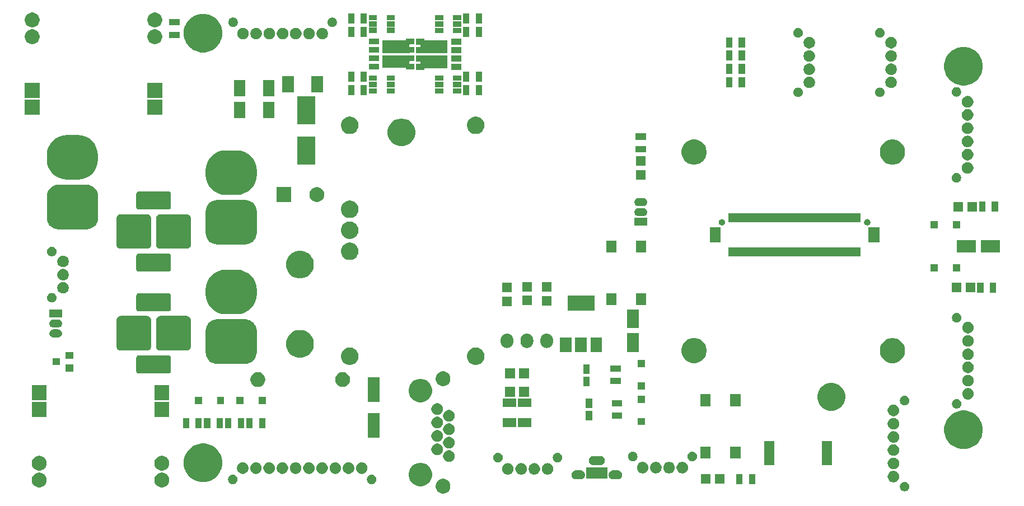
<source format=gts>
%TF.GenerationSoftware,KiCad,Pcbnew,(5.0.0-rc2-dev-406-g05dae9627)*%
%TF.CreationDate,2018-06-18T14:13:19+02:00*%
%TF.ProjectId,Autopilot,4175746F70696C6F742E6B696361645F,rev?*%
%TF.SameCoordinates,Original*%
%TF.FileFunction,Soldermask,Top*%
%TF.FilePolarity,Negative*%
%FSLAX46Y46*%
G04 Gerber Fmt 4.6, Leading zero omitted, Abs format (unit mm)*
G04 Created by KiCad (PCBNEW (5.0.0-rc2-dev-406-g05dae9627)) date 06/18/18 14:13:19*
%MOMM*%
%LPD*%
G01*
G04 APERTURE LIST*
%ADD10C,0.150000*%
%ADD11C,0.100000*%
G04 APERTURE END LIST*
D10*
%TO.C,JP1*%
X250877819Y-136713018D02*
X250877819Y-136967018D01*
X252655819Y-136713018D02*
X252655819Y-136967018D01*
X250877819Y-136840018D02*
X252655819Y-136840018D01*
X251449319Y-137729018D02*
X252147819Y-137729018D01*
X252465319Y-137475018D02*
X251068319Y-137475018D01*
X251004819Y-137348018D02*
X252528819Y-137348018D01*
X252592319Y-137221018D02*
X250941319Y-137221018D01*
X250941319Y-137094018D02*
X252592319Y-137094018D01*
X252655819Y-136967018D02*
X250877819Y-136967018D01*
X250877819Y-136967018D02*
G75*
G03X251766819Y-137856018I889000J0D01*
G01*
X251766819Y-137856018D02*
G75*
G03X252655819Y-136967018I0J889000D01*
G01*
X252147819Y-135951018D02*
X251385819Y-135951018D01*
X251068319Y-136205018D02*
X252465319Y-136205018D01*
X252528819Y-136332018D02*
X251004819Y-136332018D01*
X250941319Y-136459018D02*
X252592319Y-136459018D01*
X252592319Y-136586018D02*
X250941319Y-136586018D01*
X252655819Y-136713018D02*
X250877819Y-136713018D01*
X251766819Y-135824018D02*
G75*
G03X250877819Y-136713018I0J-889000D01*
G01*
X252655819Y-136713018D02*
G75*
G03X251766819Y-135824018I-889000J0D01*
G01*
%TO.C,JP3*%
X247877819Y-136713018D02*
X247877819Y-136967018D01*
X249655819Y-136713018D02*
X249655819Y-136967018D01*
X247877819Y-136840018D02*
X249655819Y-136840018D01*
X248449319Y-137729018D02*
X249147819Y-137729018D01*
X249465319Y-137475018D02*
X248068319Y-137475018D01*
X248004819Y-137348018D02*
X249528819Y-137348018D01*
X249592319Y-137221018D02*
X247941319Y-137221018D01*
X247941319Y-137094018D02*
X249592319Y-137094018D01*
X249655819Y-136967018D02*
X247877819Y-136967018D01*
X247877819Y-136967018D02*
G75*
G03X248766819Y-137856018I889000J0D01*
G01*
X248766819Y-137856018D02*
G75*
G03X249655819Y-136967018I0J889000D01*
G01*
X249147819Y-135951018D02*
X248385819Y-135951018D01*
X248068319Y-136205018D02*
X249465319Y-136205018D01*
X249528819Y-136332018D02*
X248004819Y-136332018D01*
X247941319Y-136459018D02*
X249592319Y-136459018D01*
X249592319Y-136586018D02*
X247941319Y-136586018D01*
X249655819Y-136713018D02*
X247877819Y-136713018D01*
X248766819Y-135824018D02*
G75*
G03X247877819Y-136713018I0J-889000D01*
G01*
X249655819Y-136713018D02*
G75*
G03X248766819Y-135824018I-889000J0D01*
G01*
%TO.C,JP2*%
X246655819Y-136713018D02*
G75*
G03X245766819Y-135824018I-889000J0D01*
G01*
X245766819Y-135824018D02*
G75*
G03X244877819Y-136713018I0J-889000D01*
G01*
X246655819Y-136713018D02*
X244877819Y-136713018D01*
X246592319Y-136586018D02*
X244941319Y-136586018D01*
X244941319Y-136459018D02*
X246592319Y-136459018D01*
X246528819Y-136332018D02*
X245004819Y-136332018D01*
X245068319Y-136205018D02*
X246465319Y-136205018D01*
X246147819Y-135951018D02*
X245385819Y-135951018D01*
X245766819Y-137856018D02*
G75*
G03X246655819Y-136967018I0J889000D01*
G01*
X244877819Y-136967018D02*
G75*
G03X245766819Y-137856018I889000J0D01*
G01*
X246655819Y-136967018D02*
X244877819Y-136967018D01*
X244941319Y-137094018D02*
X246592319Y-137094018D01*
X246592319Y-137221018D02*
X244941319Y-137221018D01*
X245004819Y-137348018D02*
X246528819Y-137348018D01*
X246465319Y-137475018D02*
X245068319Y-137475018D01*
X245449319Y-137729018D02*
X246147819Y-137729018D01*
X244877819Y-136840018D02*
X246655819Y-136840018D01*
X246655819Y-136713018D02*
X246655819Y-136967018D01*
X244877819Y-136713018D02*
X244877819Y-136967018D01*
D11*
G36*
X236415687Y-157757039D02*
X236619522Y-157841470D01*
X236751406Y-157929593D01*
X236802958Y-157964039D01*
X236958961Y-158120042D01*
X236958963Y-158120045D01*
X237081530Y-158303478D01*
X237165961Y-158507313D01*
X237209000Y-158723687D01*
X237209000Y-158944313D01*
X237165961Y-159160687D01*
X237081530Y-159364522D01*
X236982282Y-159513056D01*
X236958961Y-159547958D01*
X236802958Y-159703961D01*
X236802955Y-159703963D01*
X236619522Y-159826530D01*
X236415687Y-159910961D01*
X236199313Y-159954000D01*
X235978687Y-159954000D01*
X235762313Y-159910961D01*
X235558478Y-159826530D01*
X235375045Y-159703963D01*
X235375042Y-159703961D01*
X235219039Y-159547958D01*
X235195718Y-159513056D01*
X235096470Y-159364522D01*
X235012039Y-159160687D01*
X234969000Y-158944313D01*
X234969000Y-158723687D01*
X235012039Y-158507313D01*
X235096470Y-158303478D01*
X235219037Y-158120045D01*
X235219039Y-158120042D01*
X235375042Y-157964039D01*
X235426594Y-157929593D01*
X235558478Y-157841470D01*
X235762313Y-157757039D01*
X235978687Y-157714000D01*
X236199313Y-157714000D01*
X236415687Y-157757039D01*
X236415687Y-157757039D01*
G37*
G36*
X306040465Y-158168835D02*
X306110016Y-158182669D01*
X306241048Y-158236944D01*
X306358973Y-158315739D01*
X306459261Y-158416027D01*
X306538056Y-158533952D01*
X306592331Y-158664984D01*
X306620000Y-158804086D01*
X306620000Y-158945914D01*
X306592331Y-159085016D01*
X306538056Y-159216048D01*
X306459261Y-159333973D01*
X306358973Y-159434261D01*
X306241048Y-159513056D01*
X306110016Y-159567331D01*
X306040465Y-159581165D01*
X305970916Y-159595000D01*
X305829084Y-159595000D01*
X305759535Y-159581165D01*
X305689984Y-159567331D01*
X305558952Y-159513056D01*
X305441027Y-159434261D01*
X305340739Y-159333973D01*
X305261944Y-159216048D01*
X305207669Y-159085016D01*
X305180000Y-158945914D01*
X305180000Y-158804086D01*
X305207669Y-158664984D01*
X305261944Y-158533952D01*
X305340739Y-158416027D01*
X305441027Y-158315739D01*
X305558952Y-158236944D01*
X305689984Y-158182669D01*
X305759535Y-158168834D01*
X305829084Y-158155000D01*
X305970916Y-158155000D01*
X306040465Y-158168835D01*
X306040465Y-158168835D01*
G37*
G36*
X175355687Y-156802039D02*
X175559522Y-156886470D01*
X175742131Y-157008486D01*
X175742958Y-157009039D01*
X175898961Y-157165042D01*
X175898963Y-157165045D01*
X176021530Y-157348478D01*
X176105961Y-157552313D01*
X176149000Y-157768687D01*
X176149000Y-157989313D01*
X176105961Y-158205687D01*
X176021530Y-158409522D01*
X175938388Y-158533952D01*
X175898961Y-158592958D01*
X175742958Y-158748961D01*
X175742955Y-158748963D01*
X175559522Y-158871530D01*
X175355687Y-158955961D01*
X175139313Y-158999000D01*
X174918687Y-158999000D01*
X174702313Y-158955961D01*
X174498478Y-158871530D01*
X174315045Y-158748963D01*
X174315042Y-158748961D01*
X174159039Y-158592958D01*
X174119612Y-158533952D01*
X174036470Y-158409522D01*
X173952039Y-158205687D01*
X173909000Y-157989313D01*
X173909000Y-157768687D01*
X173952039Y-157552313D01*
X174036470Y-157348478D01*
X174159037Y-157165045D01*
X174159039Y-157165042D01*
X174315042Y-157009039D01*
X174315870Y-157008486D01*
X174498478Y-156886470D01*
X174702313Y-156802039D01*
X174918687Y-156759000D01*
X175139313Y-156759000D01*
X175355687Y-156802039D01*
X175355687Y-156802039D01*
G37*
G36*
X193897687Y-156802039D02*
X194101522Y-156886470D01*
X194284131Y-157008486D01*
X194284958Y-157009039D01*
X194440961Y-157165042D01*
X194440963Y-157165045D01*
X194563530Y-157348478D01*
X194647961Y-157552313D01*
X194691000Y-157768687D01*
X194691000Y-157989313D01*
X194647961Y-158205687D01*
X194563530Y-158409522D01*
X194480388Y-158533952D01*
X194440961Y-158592958D01*
X194284958Y-158748961D01*
X194284955Y-158748963D01*
X194101522Y-158871530D01*
X193897687Y-158955961D01*
X193681313Y-158999000D01*
X193460687Y-158999000D01*
X193244313Y-158955961D01*
X193040478Y-158871530D01*
X192857045Y-158748963D01*
X192857042Y-158748961D01*
X192701039Y-158592958D01*
X192661612Y-158533952D01*
X192578470Y-158409522D01*
X192494039Y-158205687D01*
X192451000Y-157989313D01*
X192451000Y-157768687D01*
X192494039Y-157552313D01*
X192578470Y-157348478D01*
X192701037Y-157165045D01*
X192701039Y-157165042D01*
X192857042Y-157009039D01*
X192857870Y-157008486D01*
X193040478Y-156886470D01*
X193244313Y-156802039D01*
X193460687Y-156759000D01*
X193681313Y-156759000D01*
X193897687Y-156802039D01*
X193897687Y-156802039D01*
G37*
G36*
X233176289Y-155354019D02*
X233498408Y-155487445D01*
X233765173Y-155665692D01*
X233788309Y-155681151D01*
X234034849Y-155927691D01*
X234034851Y-155927694D01*
X234228555Y-156217592D01*
X234361981Y-156539711D01*
X234430000Y-156881668D01*
X234430000Y-157230332D01*
X234361981Y-157572289D01*
X234228555Y-157894408D01*
X234085980Y-158107786D01*
X234034849Y-158184309D01*
X233788309Y-158430849D01*
X233788306Y-158430851D01*
X233498408Y-158624555D01*
X233176289Y-158757981D01*
X232834332Y-158826000D01*
X232485668Y-158826000D01*
X232143711Y-158757981D01*
X231821592Y-158624555D01*
X231531694Y-158430851D01*
X231531691Y-158430849D01*
X231285151Y-158184309D01*
X231234020Y-158107786D01*
X231091445Y-157894408D01*
X230958019Y-157572289D01*
X230890000Y-157230332D01*
X230890000Y-156881668D01*
X230958019Y-156539711D01*
X231091445Y-156217592D01*
X231285149Y-155927694D01*
X231285151Y-155927691D01*
X231531691Y-155681151D01*
X231554827Y-155665692D01*
X231821592Y-155487445D01*
X232143711Y-155354019D01*
X232485668Y-155286000D01*
X232834332Y-155286000D01*
X233176289Y-155354019D01*
X233176289Y-155354019D01*
G37*
G36*
X225440465Y-157093835D02*
X225510016Y-157107669D01*
X225641048Y-157161944D01*
X225758973Y-157240739D01*
X225859261Y-157341027D01*
X225938056Y-157458952D01*
X225992331Y-157589984D01*
X225992331Y-157589986D01*
X226018590Y-157721994D01*
X226020000Y-157729086D01*
X226020000Y-157870914D01*
X225992331Y-158010016D01*
X225938056Y-158141048D01*
X225859261Y-158258973D01*
X225758973Y-158359261D01*
X225641048Y-158438056D01*
X225510016Y-158492331D01*
X225440465Y-158506166D01*
X225370916Y-158520000D01*
X225229084Y-158520000D01*
X225159535Y-158506166D01*
X225089984Y-158492331D01*
X224958952Y-158438056D01*
X224841027Y-158359261D01*
X224740739Y-158258973D01*
X224661944Y-158141048D01*
X224607669Y-158010016D01*
X224580000Y-157870914D01*
X224580000Y-157729086D01*
X224581411Y-157721994D01*
X224607669Y-157589986D01*
X224607669Y-157589984D01*
X224661944Y-157458952D01*
X224740739Y-157341027D01*
X224841027Y-157240739D01*
X224958952Y-157161944D01*
X225089984Y-157107669D01*
X225159535Y-157093835D01*
X225229084Y-157080000D01*
X225370916Y-157080000D01*
X225440465Y-157093835D01*
X225440465Y-157093835D01*
G37*
G36*
X204440465Y-157093835D02*
X204510016Y-157107669D01*
X204641048Y-157161944D01*
X204758973Y-157240739D01*
X204859261Y-157341027D01*
X204938056Y-157458952D01*
X204992331Y-157589984D01*
X204992331Y-157589986D01*
X205018590Y-157721994D01*
X205020000Y-157729086D01*
X205020000Y-157870914D01*
X204992331Y-158010016D01*
X204938056Y-158141048D01*
X204859261Y-158258973D01*
X204758973Y-158359261D01*
X204641048Y-158438056D01*
X204510016Y-158492331D01*
X204440465Y-158506166D01*
X204370916Y-158520000D01*
X204229084Y-158520000D01*
X204159535Y-158506166D01*
X204089984Y-158492331D01*
X203958952Y-158438056D01*
X203841027Y-158359261D01*
X203740739Y-158258973D01*
X203661944Y-158141048D01*
X203607669Y-158010016D01*
X203580000Y-157870914D01*
X203580000Y-157729086D01*
X203581411Y-157721994D01*
X203607669Y-157589986D01*
X203607669Y-157589984D01*
X203661944Y-157458952D01*
X203740739Y-157341027D01*
X203841027Y-157240739D01*
X203958952Y-157161944D01*
X204089984Y-157107669D01*
X204159535Y-157093835D01*
X204229084Y-157080000D01*
X204370916Y-157080000D01*
X204440465Y-157093835D01*
X204440465Y-157093835D01*
G37*
G36*
X283290000Y-158500000D02*
X282350000Y-158500000D01*
X282350000Y-156960000D01*
X283290000Y-156960000D01*
X283290000Y-158500000D01*
X283290000Y-158500000D01*
G37*
G36*
X281390000Y-158500000D02*
X280450000Y-158500000D01*
X280450000Y-156960000D01*
X281390000Y-156960000D01*
X281390000Y-158500000D01*
X281390000Y-158500000D01*
G37*
G36*
X276540420Y-158449440D02*
X275101540Y-158449440D01*
X275101540Y-157010560D01*
X276540420Y-157010560D01*
X276540420Y-158449440D01*
X276540420Y-158449440D01*
G37*
G36*
X278638460Y-158449440D02*
X277199580Y-158449440D01*
X277199580Y-157010560D01*
X278638460Y-157010560D01*
X278638460Y-158449440D01*
X278638460Y-158449440D01*
G37*
G36*
X304397743Y-156527289D02*
X304453770Y-156538433D01*
X304612100Y-156604016D01*
X304754593Y-156699227D01*
X304875773Y-156820407D01*
X304970984Y-156962900D01*
X305030950Y-157107669D01*
X305036567Y-157121231D01*
X305060339Y-157240739D01*
X305070000Y-157289312D01*
X305070000Y-157460688D01*
X305036567Y-157628770D01*
X304970984Y-157787100D01*
X304875773Y-157929593D01*
X304754593Y-158050773D01*
X304612100Y-158145984D01*
X304453770Y-158211567D01*
X304397743Y-158222711D01*
X304285690Y-158245000D01*
X304114310Y-158245000D01*
X304002257Y-158222711D01*
X303946230Y-158211567D01*
X303787900Y-158145984D01*
X303645407Y-158050773D01*
X303524227Y-157929593D01*
X303429016Y-157787100D01*
X303363433Y-157628770D01*
X303330000Y-157460688D01*
X303330000Y-157289312D01*
X303339662Y-157240739D01*
X303363433Y-157121231D01*
X303369051Y-157107669D01*
X303429016Y-156962900D01*
X303524227Y-156820407D01*
X303645407Y-156699227D01*
X303787900Y-156604016D01*
X303946230Y-156538433D01*
X304002257Y-156527289D01*
X304114310Y-156505000D01*
X304285690Y-156505000D01*
X304397743Y-156527289D01*
X304397743Y-156527289D01*
G37*
G36*
X200651732Y-152492213D02*
X200921645Y-152604015D01*
X201183139Y-152712329D01*
X201661392Y-153031888D01*
X202068112Y-153438608D01*
X202387671Y-153916861D01*
X202415461Y-153983952D01*
X202607787Y-154448268D01*
X202720000Y-155012403D01*
X202720000Y-155587597D01*
X202607787Y-156151732D01*
X202492524Y-156430000D01*
X202387671Y-156683139D01*
X202068112Y-157161392D01*
X201661392Y-157568112D01*
X201183139Y-157887671D01*
X201081937Y-157929590D01*
X200651732Y-158107787D01*
X200087597Y-158220000D01*
X199512403Y-158220000D01*
X198948268Y-158107787D01*
X198518063Y-157929590D01*
X198416861Y-157887671D01*
X197938608Y-157568112D01*
X197531888Y-157161392D01*
X197212329Y-156683139D01*
X197107476Y-156430000D01*
X196992213Y-156151732D01*
X196880000Y-155587597D01*
X196880000Y-155012403D01*
X196992213Y-154448268D01*
X197184539Y-153983952D01*
X197212329Y-153916861D01*
X197531888Y-153438608D01*
X197938608Y-153031888D01*
X198416861Y-152712329D01*
X198678355Y-152604015D01*
X198948268Y-152492213D01*
X199512403Y-152380000D01*
X200087597Y-152380000D01*
X200651732Y-152492213D01*
X200651732Y-152492213D01*
G37*
G36*
X262631342Y-156439694D02*
X262757638Y-156478006D01*
X262874031Y-156540219D01*
X262976053Y-156623947D01*
X263059781Y-156725969D01*
X263121994Y-156842362D01*
X263160306Y-156968658D01*
X263173242Y-157100000D01*
X263160306Y-157231342D01*
X263121994Y-157357638D01*
X263059781Y-157474031D01*
X262976053Y-157576053D01*
X262874031Y-157659781D01*
X262757638Y-157721994D01*
X262631342Y-157760306D01*
X262532917Y-157770000D01*
X261767083Y-157770000D01*
X261668658Y-157760306D01*
X261542362Y-157721994D01*
X261425969Y-157659781D01*
X261323947Y-157576053D01*
X261240219Y-157474031D01*
X261178006Y-157357638D01*
X261139694Y-157231342D01*
X261126758Y-157100000D01*
X261139694Y-156968658D01*
X261178006Y-156842362D01*
X261240219Y-156725969D01*
X261323947Y-156623947D01*
X261425969Y-156540219D01*
X261542362Y-156478006D01*
X261668658Y-156439694D01*
X261767083Y-156430000D01*
X262532917Y-156430000D01*
X262631342Y-156439694D01*
X262631342Y-156439694D01*
G37*
G36*
X257031342Y-156439694D02*
X257157638Y-156478006D01*
X257274031Y-156540219D01*
X257376053Y-156623947D01*
X257459781Y-156725969D01*
X257521994Y-156842362D01*
X257560306Y-156968658D01*
X257573242Y-157100000D01*
X257560306Y-157231342D01*
X257521994Y-157357638D01*
X257459781Y-157474031D01*
X257376053Y-157576053D01*
X257274031Y-157659781D01*
X257157638Y-157721994D01*
X257031342Y-157760306D01*
X256932917Y-157770000D01*
X256167083Y-157770000D01*
X256068658Y-157760306D01*
X255942362Y-157721994D01*
X255825969Y-157659781D01*
X255723947Y-157576053D01*
X255640219Y-157474031D01*
X255578006Y-157357638D01*
X255539694Y-157231342D01*
X255526758Y-157100000D01*
X255539694Y-156968658D01*
X255578006Y-156842362D01*
X255640219Y-156725969D01*
X255723947Y-156623947D01*
X255825969Y-156540219D01*
X255942362Y-156478006D01*
X256068658Y-156439694D01*
X256167083Y-156430000D01*
X256932917Y-156430000D01*
X257031342Y-156439694D01*
X257031342Y-156439694D01*
G37*
G36*
X260995000Y-157720000D02*
X257705000Y-157720000D01*
X257705000Y-155980000D01*
X260995000Y-155980000D01*
X260995000Y-157720000D01*
X260995000Y-157720000D01*
G37*
G36*
X248097743Y-155352289D02*
X248153770Y-155363433D01*
X248265726Y-155409807D01*
X248300539Y-155424227D01*
X248312100Y-155429016D01*
X248454593Y-155524227D01*
X248575773Y-155645407D01*
X248670984Y-155787900D01*
X248733701Y-155939310D01*
X248736567Y-155946231D01*
X248770000Y-156114310D01*
X248770000Y-156285690D01*
X248756458Y-156353769D01*
X248736567Y-156453770D01*
X248670984Y-156612100D01*
X248575773Y-156754593D01*
X248454593Y-156875773D01*
X248312100Y-156970984D01*
X248153770Y-157036567D01*
X248097743Y-157047711D01*
X247985690Y-157070000D01*
X247814310Y-157070000D01*
X247702257Y-157047711D01*
X247646230Y-157036567D01*
X247487900Y-156970984D01*
X247345407Y-156875773D01*
X247224227Y-156754593D01*
X247129016Y-156612100D01*
X247063433Y-156453770D01*
X247043542Y-156353769D01*
X247030000Y-156285690D01*
X247030000Y-156114310D01*
X247063433Y-155946231D01*
X247066300Y-155939310D01*
X247129016Y-155787900D01*
X247224227Y-155645407D01*
X247345407Y-155524227D01*
X247487900Y-155429016D01*
X247499462Y-155424227D01*
X247534274Y-155409807D01*
X247646230Y-155363433D01*
X247702257Y-155352289D01*
X247814310Y-155330000D01*
X247985690Y-155330000D01*
X248097743Y-155352289D01*
X248097743Y-155352289D01*
G37*
G36*
X252097743Y-155352289D02*
X252153770Y-155363433D01*
X252265726Y-155409807D01*
X252300539Y-155424227D01*
X252312100Y-155429016D01*
X252454593Y-155524227D01*
X252575773Y-155645407D01*
X252670984Y-155787900D01*
X252733701Y-155939310D01*
X252736567Y-155946231D01*
X252770000Y-156114310D01*
X252770000Y-156285690D01*
X252756458Y-156353769D01*
X252736567Y-156453770D01*
X252670984Y-156612100D01*
X252575773Y-156754593D01*
X252454593Y-156875773D01*
X252312100Y-156970984D01*
X252153770Y-157036567D01*
X252097743Y-157047711D01*
X251985690Y-157070000D01*
X251814310Y-157070000D01*
X251702257Y-157047711D01*
X251646230Y-157036567D01*
X251487900Y-156970984D01*
X251345407Y-156875773D01*
X251224227Y-156754593D01*
X251129016Y-156612100D01*
X251063433Y-156453770D01*
X251043542Y-156353769D01*
X251030000Y-156285690D01*
X251030000Y-156114310D01*
X251063433Y-155946231D01*
X251066300Y-155939310D01*
X251129016Y-155787900D01*
X251224227Y-155645407D01*
X251345407Y-155524227D01*
X251487900Y-155429016D01*
X251499462Y-155424227D01*
X251534274Y-155409807D01*
X251646230Y-155363433D01*
X251702257Y-155352289D01*
X251814310Y-155330000D01*
X251985690Y-155330000D01*
X252097743Y-155352289D01*
X252097743Y-155352289D01*
G37*
G36*
X250097743Y-155352289D02*
X250153770Y-155363433D01*
X250265726Y-155409807D01*
X250300539Y-155424227D01*
X250312100Y-155429016D01*
X250454593Y-155524227D01*
X250575773Y-155645407D01*
X250670984Y-155787900D01*
X250733701Y-155939310D01*
X250736567Y-155946231D01*
X250770000Y-156114310D01*
X250770000Y-156285690D01*
X250756458Y-156353769D01*
X250736567Y-156453770D01*
X250670984Y-156612100D01*
X250575773Y-156754593D01*
X250454593Y-156875773D01*
X250312100Y-156970984D01*
X250153770Y-157036567D01*
X250097743Y-157047711D01*
X249985690Y-157070000D01*
X249814310Y-157070000D01*
X249702257Y-157047711D01*
X249646230Y-157036567D01*
X249487900Y-156970984D01*
X249345407Y-156875773D01*
X249224227Y-156754593D01*
X249129016Y-156612100D01*
X249063433Y-156453770D01*
X249043542Y-156353769D01*
X249030000Y-156285690D01*
X249030000Y-156114310D01*
X249063433Y-155946231D01*
X249066300Y-155939310D01*
X249129016Y-155787900D01*
X249224227Y-155645407D01*
X249345407Y-155524227D01*
X249487900Y-155429016D01*
X249499462Y-155424227D01*
X249534274Y-155409807D01*
X249646230Y-155363433D01*
X249702257Y-155352289D01*
X249814310Y-155330000D01*
X249985690Y-155330000D01*
X250097743Y-155352289D01*
X250097743Y-155352289D01*
G37*
G36*
X246097743Y-155352289D02*
X246153770Y-155363433D01*
X246265726Y-155409807D01*
X246300539Y-155424227D01*
X246312100Y-155429016D01*
X246454593Y-155524227D01*
X246575773Y-155645407D01*
X246670984Y-155787900D01*
X246733701Y-155939310D01*
X246736567Y-155946231D01*
X246770000Y-156114310D01*
X246770000Y-156285690D01*
X246756458Y-156353769D01*
X246736567Y-156453770D01*
X246670984Y-156612100D01*
X246575773Y-156754593D01*
X246454593Y-156875773D01*
X246312100Y-156970984D01*
X246153770Y-157036567D01*
X246097743Y-157047711D01*
X245985690Y-157070000D01*
X245814310Y-157070000D01*
X245702257Y-157047711D01*
X245646230Y-157036567D01*
X245487900Y-156970984D01*
X245345407Y-156875773D01*
X245224227Y-156754593D01*
X245129016Y-156612100D01*
X245063433Y-156453770D01*
X245043542Y-156353769D01*
X245030000Y-156285690D01*
X245030000Y-156114310D01*
X245063433Y-155946231D01*
X245066300Y-155939310D01*
X245129016Y-155787900D01*
X245224227Y-155645407D01*
X245345407Y-155524227D01*
X245487900Y-155429016D01*
X245499462Y-155424227D01*
X245534274Y-155409807D01*
X245646230Y-155363433D01*
X245702257Y-155352289D01*
X245814310Y-155330000D01*
X245985690Y-155330000D01*
X246097743Y-155352289D01*
X246097743Y-155352289D01*
G37*
G36*
X221997743Y-155252289D02*
X222053770Y-155263433D01*
X222165726Y-155309807D01*
X222200066Y-155324031D01*
X222212100Y-155329016D01*
X222354593Y-155424227D01*
X222475773Y-155545407D01*
X222570984Y-155687900D01*
X222612407Y-155787902D01*
X222636567Y-155846231D01*
X222670000Y-156014310D01*
X222670000Y-156185690D01*
X222651485Y-156278769D01*
X222636567Y-156353770D01*
X222570984Y-156512100D01*
X222475773Y-156654593D01*
X222354593Y-156775773D01*
X222212100Y-156870984D01*
X222212099Y-156870985D01*
X222212098Y-156870985D01*
X222200534Y-156875775D01*
X222053770Y-156936567D01*
X221997743Y-156947711D01*
X221885690Y-156970000D01*
X221714310Y-156970000D01*
X221602257Y-156947711D01*
X221546230Y-156936567D01*
X221399466Y-156875775D01*
X221387902Y-156870985D01*
X221387901Y-156870985D01*
X221387900Y-156870984D01*
X221245407Y-156775773D01*
X221124227Y-156654593D01*
X221029016Y-156512100D01*
X220963433Y-156353770D01*
X220948515Y-156278769D01*
X220930000Y-156185690D01*
X220930000Y-156014310D01*
X220963433Y-155846231D01*
X220987594Y-155787902D01*
X221029016Y-155687900D01*
X221124227Y-155545407D01*
X221245407Y-155424227D01*
X221387900Y-155329016D01*
X221399935Y-155324031D01*
X221434274Y-155309807D01*
X221546230Y-155263433D01*
X221602257Y-155252289D01*
X221714310Y-155230000D01*
X221885690Y-155230000D01*
X221997743Y-155252289D01*
X221997743Y-155252289D01*
G37*
G36*
X205997743Y-155252289D02*
X206053770Y-155263433D01*
X206165726Y-155309807D01*
X206200066Y-155324031D01*
X206212100Y-155329016D01*
X206354593Y-155424227D01*
X206475773Y-155545407D01*
X206570984Y-155687900D01*
X206612407Y-155787902D01*
X206636567Y-155846231D01*
X206670000Y-156014310D01*
X206670000Y-156185690D01*
X206651485Y-156278769D01*
X206636567Y-156353770D01*
X206570984Y-156512100D01*
X206475773Y-156654593D01*
X206354593Y-156775773D01*
X206212100Y-156870984D01*
X206212099Y-156870985D01*
X206212098Y-156870985D01*
X206200534Y-156875775D01*
X206053770Y-156936567D01*
X205997743Y-156947711D01*
X205885690Y-156970000D01*
X205714310Y-156970000D01*
X205602257Y-156947711D01*
X205546230Y-156936567D01*
X205399466Y-156875775D01*
X205387902Y-156870985D01*
X205387901Y-156870985D01*
X205387900Y-156870984D01*
X205245407Y-156775773D01*
X205124227Y-156654593D01*
X205029016Y-156512100D01*
X204963433Y-156353770D01*
X204948515Y-156278769D01*
X204930000Y-156185690D01*
X204930000Y-156014310D01*
X204963433Y-155846231D01*
X204987594Y-155787902D01*
X205029016Y-155687900D01*
X205124227Y-155545407D01*
X205245407Y-155424227D01*
X205387900Y-155329016D01*
X205399935Y-155324031D01*
X205434274Y-155309807D01*
X205546230Y-155263433D01*
X205602257Y-155252289D01*
X205714310Y-155230000D01*
X205885690Y-155230000D01*
X205997743Y-155252289D01*
X205997743Y-155252289D01*
G37*
G36*
X207997743Y-155252289D02*
X208053770Y-155263433D01*
X208165726Y-155309807D01*
X208200066Y-155324031D01*
X208212100Y-155329016D01*
X208354593Y-155424227D01*
X208475773Y-155545407D01*
X208570984Y-155687900D01*
X208612407Y-155787902D01*
X208636567Y-155846231D01*
X208670000Y-156014310D01*
X208670000Y-156185690D01*
X208651485Y-156278769D01*
X208636567Y-156353770D01*
X208570984Y-156512100D01*
X208475773Y-156654593D01*
X208354593Y-156775773D01*
X208212100Y-156870984D01*
X208212099Y-156870985D01*
X208212098Y-156870985D01*
X208200534Y-156875775D01*
X208053770Y-156936567D01*
X207997743Y-156947711D01*
X207885690Y-156970000D01*
X207714310Y-156970000D01*
X207602257Y-156947711D01*
X207546230Y-156936567D01*
X207399466Y-156875775D01*
X207387902Y-156870985D01*
X207387901Y-156870985D01*
X207387900Y-156870984D01*
X207245407Y-156775773D01*
X207124227Y-156654593D01*
X207029016Y-156512100D01*
X206963433Y-156353770D01*
X206948515Y-156278769D01*
X206930000Y-156185690D01*
X206930000Y-156014310D01*
X206963433Y-155846231D01*
X206987594Y-155787902D01*
X207029016Y-155687900D01*
X207124227Y-155545407D01*
X207245407Y-155424227D01*
X207387900Y-155329016D01*
X207399935Y-155324031D01*
X207434274Y-155309807D01*
X207546230Y-155263433D01*
X207602257Y-155252289D01*
X207714310Y-155230000D01*
X207885690Y-155230000D01*
X207997743Y-155252289D01*
X207997743Y-155252289D01*
G37*
G36*
X217997743Y-155252289D02*
X218053770Y-155263433D01*
X218165726Y-155309807D01*
X218200066Y-155324031D01*
X218212100Y-155329016D01*
X218354593Y-155424227D01*
X218475773Y-155545407D01*
X218570984Y-155687900D01*
X218612407Y-155787902D01*
X218636567Y-155846231D01*
X218670000Y-156014310D01*
X218670000Y-156185690D01*
X218651485Y-156278769D01*
X218636567Y-156353770D01*
X218570984Y-156512100D01*
X218475773Y-156654593D01*
X218354593Y-156775773D01*
X218212100Y-156870984D01*
X218212099Y-156870985D01*
X218212098Y-156870985D01*
X218200534Y-156875775D01*
X218053770Y-156936567D01*
X217997743Y-156947711D01*
X217885690Y-156970000D01*
X217714310Y-156970000D01*
X217602257Y-156947711D01*
X217546230Y-156936567D01*
X217399466Y-156875775D01*
X217387902Y-156870985D01*
X217387901Y-156870985D01*
X217387900Y-156870984D01*
X217245407Y-156775773D01*
X217124227Y-156654593D01*
X217029016Y-156512100D01*
X216963433Y-156353770D01*
X216948515Y-156278769D01*
X216930000Y-156185690D01*
X216930000Y-156014310D01*
X216963433Y-155846231D01*
X216987594Y-155787902D01*
X217029016Y-155687900D01*
X217124227Y-155545407D01*
X217245407Y-155424227D01*
X217387900Y-155329016D01*
X217399935Y-155324031D01*
X217434274Y-155309807D01*
X217546230Y-155263433D01*
X217602257Y-155252289D01*
X217714310Y-155230000D01*
X217885690Y-155230000D01*
X217997743Y-155252289D01*
X217997743Y-155252289D01*
G37*
G36*
X209997743Y-155252289D02*
X210053770Y-155263433D01*
X210165726Y-155309807D01*
X210200066Y-155324031D01*
X210212100Y-155329016D01*
X210354593Y-155424227D01*
X210475773Y-155545407D01*
X210570984Y-155687900D01*
X210612407Y-155787902D01*
X210636567Y-155846231D01*
X210670000Y-156014310D01*
X210670000Y-156185690D01*
X210651485Y-156278769D01*
X210636567Y-156353770D01*
X210570984Y-156512100D01*
X210475773Y-156654593D01*
X210354593Y-156775773D01*
X210212100Y-156870984D01*
X210212099Y-156870985D01*
X210212098Y-156870985D01*
X210200534Y-156875775D01*
X210053770Y-156936567D01*
X209997743Y-156947711D01*
X209885690Y-156970000D01*
X209714310Y-156970000D01*
X209602257Y-156947711D01*
X209546230Y-156936567D01*
X209399466Y-156875775D01*
X209387902Y-156870985D01*
X209387901Y-156870985D01*
X209387900Y-156870984D01*
X209245407Y-156775773D01*
X209124227Y-156654593D01*
X209029016Y-156512100D01*
X208963433Y-156353770D01*
X208948515Y-156278769D01*
X208930000Y-156185690D01*
X208930000Y-156014310D01*
X208963433Y-155846231D01*
X208987594Y-155787902D01*
X209029016Y-155687900D01*
X209124227Y-155545407D01*
X209245407Y-155424227D01*
X209387900Y-155329016D01*
X209399935Y-155324031D01*
X209434274Y-155309807D01*
X209546230Y-155263433D01*
X209602257Y-155252289D01*
X209714310Y-155230000D01*
X209885690Y-155230000D01*
X209997743Y-155252289D01*
X209997743Y-155252289D01*
G37*
G36*
X211997743Y-155252289D02*
X212053770Y-155263433D01*
X212165726Y-155309807D01*
X212200066Y-155324031D01*
X212212100Y-155329016D01*
X212354593Y-155424227D01*
X212475773Y-155545407D01*
X212570984Y-155687900D01*
X212612407Y-155787902D01*
X212636567Y-155846231D01*
X212670000Y-156014310D01*
X212670000Y-156185690D01*
X212651485Y-156278769D01*
X212636567Y-156353770D01*
X212570984Y-156512100D01*
X212475773Y-156654593D01*
X212354593Y-156775773D01*
X212212100Y-156870984D01*
X212212099Y-156870985D01*
X212212098Y-156870985D01*
X212200534Y-156875775D01*
X212053770Y-156936567D01*
X211997743Y-156947711D01*
X211885690Y-156970000D01*
X211714310Y-156970000D01*
X211602257Y-156947711D01*
X211546230Y-156936567D01*
X211399466Y-156875775D01*
X211387902Y-156870985D01*
X211387901Y-156870985D01*
X211387900Y-156870984D01*
X211245407Y-156775773D01*
X211124227Y-156654593D01*
X211029016Y-156512100D01*
X210963433Y-156353770D01*
X210948515Y-156278769D01*
X210930000Y-156185690D01*
X210930000Y-156014310D01*
X210963433Y-155846231D01*
X210987594Y-155787902D01*
X211029016Y-155687900D01*
X211124227Y-155545407D01*
X211245407Y-155424227D01*
X211387900Y-155329016D01*
X211399935Y-155324031D01*
X211434274Y-155309807D01*
X211546230Y-155263433D01*
X211602257Y-155252289D01*
X211714310Y-155230000D01*
X211885690Y-155230000D01*
X211997743Y-155252289D01*
X211997743Y-155252289D01*
G37*
G36*
X215997743Y-155252289D02*
X216053770Y-155263433D01*
X216165726Y-155309807D01*
X216200066Y-155324031D01*
X216212100Y-155329016D01*
X216354593Y-155424227D01*
X216475773Y-155545407D01*
X216570984Y-155687900D01*
X216612407Y-155787902D01*
X216636567Y-155846231D01*
X216670000Y-156014310D01*
X216670000Y-156185690D01*
X216651485Y-156278769D01*
X216636567Y-156353770D01*
X216570984Y-156512100D01*
X216475773Y-156654593D01*
X216354593Y-156775773D01*
X216212100Y-156870984D01*
X216212099Y-156870985D01*
X216212098Y-156870985D01*
X216200534Y-156875775D01*
X216053770Y-156936567D01*
X215997743Y-156947711D01*
X215885690Y-156970000D01*
X215714310Y-156970000D01*
X215602257Y-156947711D01*
X215546230Y-156936567D01*
X215399466Y-156875775D01*
X215387902Y-156870985D01*
X215387901Y-156870985D01*
X215387900Y-156870984D01*
X215245407Y-156775773D01*
X215124227Y-156654593D01*
X215029016Y-156512100D01*
X214963433Y-156353770D01*
X214948515Y-156278769D01*
X214930000Y-156185690D01*
X214930000Y-156014310D01*
X214963433Y-155846231D01*
X214987594Y-155787902D01*
X215029016Y-155687900D01*
X215124227Y-155545407D01*
X215245407Y-155424227D01*
X215387900Y-155329016D01*
X215399935Y-155324031D01*
X215434274Y-155309807D01*
X215546230Y-155263433D01*
X215602257Y-155252289D01*
X215714310Y-155230000D01*
X215885690Y-155230000D01*
X215997743Y-155252289D01*
X215997743Y-155252289D01*
G37*
G36*
X219997743Y-155252289D02*
X220053770Y-155263433D01*
X220165726Y-155309807D01*
X220200066Y-155324031D01*
X220212100Y-155329016D01*
X220354593Y-155424227D01*
X220475773Y-155545407D01*
X220570984Y-155687900D01*
X220612407Y-155787902D01*
X220636567Y-155846231D01*
X220670000Y-156014310D01*
X220670000Y-156185690D01*
X220651485Y-156278769D01*
X220636567Y-156353770D01*
X220570984Y-156512100D01*
X220475773Y-156654593D01*
X220354593Y-156775773D01*
X220212100Y-156870984D01*
X220212099Y-156870985D01*
X220212098Y-156870985D01*
X220200534Y-156875775D01*
X220053770Y-156936567D01*
X219997743Y-156947711D01*
X219885690Y-156970000D01*
X219714310Y-156970000D01*
X219602257Y-156947711D01*
X219546230Y-156936567D01*
X219399466Y-156875775D01*
X219387902Y-156870985D01*
X219387901Y-156870985D01*
X219387900Y-156870984D01*
X219245407Y-156775773D01*
X219124227Y-156654593D01*
X219029016Y-156512100D01*
X218963433Y-156353770D01*
X218948515Y-156278769D01*
X218930000Y-156185690D01*
X218930000Y-156014310D01*
X218963433Y-155846231D01*
X218987594Y-155787902D01*
X219029016Y-155687900D01*
X219124227Y-155545407D01*
X219245407Y-155424227D01*
X219387900Y-155329016D01*
X219399935Y-155324031D01*
X219434274Y-155309807D01*
X219546230Y-155263433D01*
X219602257Y-155252289D01*
X219714310Y-155230000D01*
X219885690Y-155230000D01*
X219997743Y-155252289D01*
X219997743Y-155252289D01*
G37*
G36*
X223997743Y-155252289D02*
X224053770Y-155263433D01*
X224165726Y-155309807D01*
X224200066Y-155324031D01*
X224212100Y-155329016D01*
X224354593Y-155424227D01*
X224475773Y-155545407D01*
X224570984Y-155687900D01*
X224612407Y-155787902D01*
X224636567Y-155846231D01*
X224670000Y-156014310D01*
X224670000Y-156185690D01*
X224651485Y-156278769D01*
X224636567Y-156353770D01*
X224570984Y-156512100D01*
X224475773Y-156654593D01*
X224354593Y-156775773D01*
X224212100Y-156870984D01*
X224212099Y-156870985D01*
X224212098Y-156870985D01*
X224200534Y-156875775D01*
X224053770Y-156936567D01*
X223997743Y-156947711D01*
X223885690Y-156970000D01*
X223714310Y-156970000D01*
X223602257Y-156947711D01*
X223546230Y-156936567D01*
X223399466Y-156875775D01*
X223387902Y-156870985D01*
X223387901Y-156870985D01*
X223387900Y-156870984D01*
X223245407Y-156775773D01*
X223124227Y-156654593D01*
X223029016Y-156512100D01*
X222963433Y-156353770D01*
X222948515Y-156278769D01*
X222930000Y-156185690D01*
X222930000Y-156014310D01*
X222963433Y-155846231D01*
X222987594Y-155787902D01*
X223029016Y-155687900D01*
X223124227Y-155545407D01*
X223245407Y-155424227D01*
X223387900Y-155329016D01*
X223399935Y-155324031D01*
X223434274Y-155309807D01*
X223546230Y-155263433D01*
X223602257Y-155252289D01*
X223714310Y-155230000D01*
X223885690Y-155230000D01*
X223997743Y-155252289D01*
X223997743Y-155252289D01*
G37*
G36*
X213997743Y-155252289D02*
X214053770Y-155263433D01*
X214165726Y-155309807D01*
X214200066Y-155324031D01*
X214212100Y-155329016D01*
X214354593Y-155424227D01*
X214475773Y-155545407D01*
X214570984Y-155687900D01*
X214612407Y-155787902D01*
X214636567Y-155846231D01*
X214670000Y-156014310D01*
X214670000Y-156185690D01*
X214651485Y-156278769D01*
X214636567Y-156353770D01*
X214570984Y-156512100D01*
X214475773Y-156654593D01*
X214354593Y-156775773D01*
X214212100Y-156870984D01*
X214212099Y-156870985D01*
X214212098Y-156870985D01*
X214200534Y-156875775D01*
X214053770Y-156936567D01*
X213997743Y-156947711D01*
X213885690Y-156970000D01*
X213714310Y-156970000D01*
X213602257Y-156947711D01*
X213546230Y-156936567D01*
X213399466Y-156875775D01*
X213387902Y-156870985D01*
X213387901Y-156870985D01*
X213387900Y-156870984D01*
X213245407Y-156775773D01*
X213124227Y-156654593D01*
X213029016Y-156512100D01*
X212963433Y-156353770D01*
X212948515Y-156278769D01*
X212930000Y-156185690D01*
X212930000Y-156014310D01*
X212963433Y-155846231D01*
X212987594Y-155787902D01*
X213029016Y-155687900D01*
X213124227Y-155545407D01*
X213245407Y-155424227D01*
X213387900Y-155329016D01*
X213399935Y-155324031D01*
X213434274Y-155309807D01*
X213546230Y-155263433D01*
X213602257Y-155252289D01*
X213714310Y-155230000D01*
X213885690Y-155230000D01*
X213997743Y-155252289D01*
X213997743Y-155252289D01*
G37*
G36*
X272472743Y-155177289D02*
X272528770Y-155188433D01*
X272687100Y-155254016D01*
X272829593Y-155349227D01*
X272950773Y-155470407D01*
X273044251Y-155610306D01*
X273045985Y-155612902D01*
X273111567Y-155771231D01*
X273145000Y-155939310D01*
X273145000Y-156110690D01*
X273125453Y-156208961D01*
X273111567Y-156278770D01*
X273045984Y-156437100D01*
X272950773Y-156579593D01*
X272829593Y-156700773D01*
X272687100Y-156795984D01*
X272687099Y-156795985D01*
X272687098Y-156795985D01*
X272640726Y-156815193D01*
X272528770Y-156861567D01*
X272481427Y-156870984D01*
X272360690Y-156895000D01*
X272189310Y-156895000D01*
X272068573Y-156870984D01*
X272021230Y-156861567D01*
X271909274Y-156815193D01*
X271862902Y-156795985D01*
X271862901Y-156795985D01*
X271862900Y-156795984D01*
X271720407Y-156700773D01*
X271599227Y-156579593D01*
X271504016Y-156437100D01*
X271438433Y-156278770D01*
X271424547Y-156208961D01*
X271405000Y-156110690D01*
X271405000Y-155939310D01*
X271438433Y-155771231D01*
X271504015Y-155612902D01*
X271505750Y-155610306D01*
X271599227Y-155470407D01*
X271720407Y-155349227D01*
X271862900Y-155254016D01*
X272021230Y-155188433D01*
X272077257Y-155177289D01*
X272189310Y-155155000D01*
X272360690Y-155155000D01*
X272472743Y-155177289D01*
X272472743Y-155177289D01*
G37*
G36*
X270472743Y-155177289D02*
X270528770Y-155188433D01*
X270687100Y-155254016D01*
X270829593Y-155349227D01*
X270950773Y-155470407D01*
X271044251Y-155610306D01*
X271045985Y-155612902D01*
X271111567Y-155771231D01*
X271145000Y-155939310D01*
X271145000Y-156110690D01*
X271125453Y-156208961D01*
X271111567Y-156278770D01*
X271045984Y-156437100D01*
X270950773Y-156579593D01*
X270829593Y-156700773D01*
X270687100Y-156795984D01*
X270687099Y-156795985D01*
X270687098Y-156795985D01*
X270640726Y-156815193D01*
X270528770Y-156861567D01*
X270481427Y-156870984D01*
X270360690Y-156895000D01*
X270189310Y-156895000D01*
X270068573Y-156870984D01*
X270021230Y-156861567D01*
X269909274Y-156815193D01*
X269862902Y-156795985D01*
X269862901Y-156795985D01*
X269862900Y-156795984D01*
X269720407Y-156700773D01*
X269599227Y-156579593D01*
X269504016Y-156437100D01*
X269438433Y-156278770D01*
X269424547Y-156208961D01*
X269405000Y-156110690D01*
X269405000Y-155939310D01*
X269438433Y-155771231D01*
X269504015Y-155612902D01*
X269505750Y-155610306D01*
X269599227Y-155470407D01*
X269720407Y-155349227D01*
X269862900Y-155254016D01*
X270021230Y-155188433D01*
X270077257Y-155177289D01*
X270189310Y-155155000D01*
X270360690Y-155155000D01*
X270472743Y-155177289D01*
X270472743Y-155177289D01*
G37*
G36*
X268472743Y-155177289D02*
X268528770Y-155188433D01*
X268687100Y-155254016D01*
X268829593Y-155349227D01*
X268950773Y-155470407D01*
X269044251Y-155610306D01*
X269045985Y-155612902D01*
X269111567Y-155771231D01*
X269145000Y-155939310D01*
X269145000Y-156110690D01*
X269125453Y-156208961D01*
X269111567Y-156278770D01*
X269045984Y-156437100D01*
X268950773Y-156579593D01*
X268829593Y-156700773D01*
X268687100Y-156795984D01*
X268687099Y-156795985D01*
X268687098Y-156795985D01*
X268640726Y-156815193D01*
X268528770Y-156861567D01*
X268481427Y-156870984D01*
X268360690Y-156895000D01*
X268189310Y-156895000D01*
X268068573Y-156870984D01*
X268021230Y-156861567D01*
X267909274Y-156815193D01*
X267862902Y-156795985D01*
X267862901Y-156795985D01*
X267862900Y-156795984D01*
X267720407Y-156700773D01*
X267599227Y-156579593D01*
X267504016Y-156437100D01*
X267438433Y-156278770D01*
X267424547Y-156208961D01*
X267405000Y-156110690D01*
X267405000Y-155939310D01*
X267438433Y-155771231D01*
X267504015Y-155612902D01*
X267505750Y-155610306D01*
X267599227Y-155470407D01*
X267720407Y-155349227D01*
X267862900Y-155254016D01*
X268021230Y-155188433D01*
X268077257Y-155177289D01*
X268189310Y-155155000D01*
X268360690Y-155155000D01*
X268472743Y-155177289D01*
X268472743Y-155177289D01*
G37*
G36*
X266472743Y-155177289D02*
X266528770Y-155188433D01*
X266687100Y-155254016D01*
X266829593Y-155349227D01*
X266950773Y-155470407D01*
X267044251Y-155610306D01*
X267045985Y-155612902D01*
X267111567Y-155771231D01*
X267145000Y-155939310D01*
X267145000Y-156110690D01*
X267125453Y-156208961D01*
X267111567Y-156278770D01*
X267045984Y-156437100D01*
X266950773Y-156579593D01*
X266829593Y-156700773D01*
X266687100Y-156795984D01*
X266687099Y-156795985D01*
X266687098Y-156795985D01*
X266640726Y-156815193D01*
X266528770Y-156861567D01*
X266481427Y-156870984D01*
X266360690Y-156895000D01*
X266189310Y-156895000D01*
X266068573Y-156870984D01*
X266021230Y-156861567D01*
X265909274Y-156815193D01*
X265862902Y-156795985D01*
X265862901Y-156795985D01*
X265862900Y-156795984D01*
X265720407Y-156700773D01*
X265599227Y-156579593D01*
X265504016Y-156437100D01*
X265438433Y-156278770D01*
X265424547Y-156208961D01*
X265405000Y-156110690D01*
X265405000Y-155939310D01*
X265438433Y-155771231D01*
X265504015Y-155612902D01*
X265505750Y-155610306D01*
X265599227Y-155470407D01*
X265720407Y-155349227D01*
X265862900Y-155254016D01*
X266021230Y-155188433D01*
X266077257Y-155177289D01*
X266189310Y-155155000D01*
X266360690Y-155155000D01*
X266472743Y-155177289D01*
X266472743Y-155177289D01*
G37*
G36*
X175355687Y-154262039D02*
X175559522Y-154346470D01*
X175711872Y-154448268D01*
X175742958Y-154469039D01*
X175898961Y-154625042D01*
X175898963Y-154625045D01*
X176021530Y-154808478D01*
X176105961Y-155012313D01*
X176149000Y-155228687D01*
X176149000Y-155449313D01*
X176105961Y-155665687D01*
X176021530Y-155869522D01*
X175900421Y-156050773D01*
X175898961Y-156052958D01*
X175742958Y-156208961D01*
X175742955Y-156208963D01*
X175559522Y-156331530D01*
X175355687Y-156415961D01*
X175139313Y-156459000D01*
X174918687Y-156459000D01*
X174702313Y-156415961D01*
X174498478Y-156331530D01*
X174315045Y-156208963D01*
X174315042Y-156208961D01*
X174159039Y-156052958D01*
X174157579Y-156050773D01*
X174036470Y-155869522D01*
X173952039Y-155665687D01*
X173909000Y-155449313D01*
X173909000Y-155228687D01*
X173952039Y-155012313D01*
X174036470Y-154808478D01*
X174159037Y-154625045D01*
X174159039Y-154625042D01*
X174315042Y-154469039D01*
X174346128Y-154448268D01*
X174498478Y-154346470D01*
X174702313Y-154262039D01*
X174918687Y-154219000D01*
X175139313Y-154219000D01*
X175355687Y-154262039D01*
X175355687Y-154262039D01*
G37*
G36*
X193897687Y-154262039D02*
X194101522Y-154346470D01*
X194253872Y-154448268D01*
X194284958Y-154469039D01*
X194440961Y-154625042D01*
X194440963Y-154625045D01*
X194563530Y-154808478D01*
X194647961Y-155012313D01*
X194691000Y-155228687D01*
X194691000Y-155449313D01*
X194647961Y-155665687D01*
X194563530Y-155869522D01*
X194442421Y-156050773D01*
X194440961Y-156052958D01*
X194284958Y-156208961D01*
X194284955Y-156208963D01*
X194101522Y-156331530D01*
X193897687Y-156415961D01*
X193681313Y-156459000D01*
X193460687Y-156459000D01*
X193244313Y-156415961D01*
X193040478Y-156331530D01*
X192857045Y-156208963D01*
X192857042Y-156208961D01*
X192701039Y-156052958D01*
X192699579Y-156050773D01*
X192578470Y-155869522D01*
X192494039Y-155665687D01*
X192451000Y-155449313D01*
X192451000Y-155228687D01*
X192494039Y-155012313D01*
X192578470Y-154808478D01*
X192701037Y-154625045D01*
X192701039Y-154625042D01*
X192857042Y-154469039D01*
X192888128Y-154448268D01*
X193040478Y-154346470D01*
X193244313Y-154262039D01*
X193460687Y-154219000D01*
X193681313Y-154219000D01*
X193897687Y-154262039D01*
X193897687Y-154262039D01*
G37*
G36*
X304397743Y-154527289D02*
X304453770Y-154538433D01*
X304612100Y-154604016D01*
X304754593Y-154699227D01*
X304875773Y-154820407D01*
X304970984Y-154962900D01*
X305036567Y-155121230D01*
X305039914Y-155138055D01*
X305070000Y-155289310D01*
X305070000Y-155460690D01*
X305060235Y-155509781D01*
X305036567Y-155628770D01*
X304970984Y-155787100D01*
X304875773Y-155929593D01*
X304754593Y-156050773D01*
X304612100Y-156145984D01*
X304612099Y-156145985D01*
X304612098Y-156145985D01*
X304598221Y-156151733D01*
X304453770Y-156211567D01*
X304397743Y-156222711D01*
X304285690Y-156245000D01*
X304114310Y-156245000D01*
X304002257Y-156222711D01*
X303946230Y-156211567D01*
X303801779Y-156151733D01*
X303787902Y-156145985D01*
X303787901Y-156145985D01*
X303787900Y-156145984D01*
X303645407Y-156050773D01*
X303524227Y-155929593D01*
X303429016Y-155787100D01*
X303363433Y-155628770D01*
X303339765Y-155509781D01*
X303330000Y-155460690D01*
X303330000Y-155289310D01*
X303360086Y-155138055D01*
X303363433Y-155121230D01*
X303429016Y-154962900D01*
X303524227Y-154820407D01*
X303645407Y-154699227D01*
X303787900Y-154604016D01*
X303946230Y-154538433D01*
X304002257Y-154527289D01*
X304114310Y-154505000D01*
X304285690Y-154505000D01*
X304397743Y-154527289D01*
X304397743Y-154527289D01*
G37*
G36*
X286220000Y-155620000D02*
X284680000Y-155620000D01*
X284680000Y-151980000D01*
X286220000Y-151980000D01*
X286220000Y-155620000D01*
X286220000Y-155620000D01*
G37*
G36*
X294920000Y-155620000D02*
X293380000Y-155620000D01*
X293380000Y-151980000D01*
X294920000Y-151980000D01*
X294920000Y-155620000D01*
X294920000Y-155620000D01*
G37*
G36*
X260031342Y-154289694D02*
X260157638Y-154328006D01*
X260274031Y-154390219D01*
X260376053Y-154473947D01*
X260459781Y-154575969D01*
X260521994Y-154692362D01*
X260560306Y-154818658D01*
X260573242Y-154950000D01*
X260560306Y-155081342D01*
X260521994Y-155207638D01*
X260459781Y-155324031D01*
X260376053Y-155426053D01*
X260274031Y-155509781D01*
X260157638Y-155571994D01*
X260031342Y-155610306D01*
X259932917Y-155620000D01*
X258767083Y-155620000D01*
X258668658Y-155610306D01*
X258542362Y-155571994D01*
X258425969Y-155509781D01*
X258323947Y-155426053D01*
X258240219Y-155324031D01*
X258178006Y-155207638D01*
X258139694Y-155081342D01*
X258126758Y-154950000D01*
X258139694Y-154818658D01*
X258178006Y-154692362D01*
X258240219Y-154575969D01*
X258323947Y-154473947D01*
X258425969Y-154390219D01*
X258542362Y-154328006D01*
X258668658Y-154289694D01*
X258767083Y-154280000D01*
X259932917Y-154280000D01*
X260031342Y-154289694D01*
X260031342Y-154289694D01*
G37*
G36*
X244540465Y-153793835D02*
X244610016Y-153807669D01*
X244741048Y-153861944D01*
X244858973Y-153940739D01*
X244959261Y-154041027D01*
X245038056Y-154158952D01*
X245092331Y-154289984D01*
X245120000Y-154429086D01*
X245120000Y-154570914D01*
X245092331Y-154710016D01*
X245038056Y-154841048D01*
X244959261Y-154958973D01*
X244858973Y-155059261D01*
X244741048Y-155138056D01*
X244610016Y-155192331D01*
X244540465Y-155206166D01*
X244470916Y-155220000D01*
X244329084Y-155220000D01*
X244259535Y-155206166D01*
X244189984Y-155192331D01*
X244058952Y-155138056D01*
X243941027Y-155059261D01*
X243840739Y-154958973D01*
X243761944Y-154841048D01*
X243707669Y-154710016D01*
X243680000Y-154570914D01*
X243680000Y-154429086D01*
X243707669Y-154289984D01*
X243761944Y-154158952D01*
X243840739Y-154041027D01*
X243941027Y-153940739D01*
X244058952Y-153861944D01*
X244189984Y-153807669D01*
X244259535Y-153793835D01*
X244329084Y-153780000D01*
X244470916Y-153780000D01*
X244540465Y-153793835D01*
X244540465Y-153793835D01*
G37*
G36*
X253540465Y-153793835D02*
X253610016Y-153807669D01*
X253741048Y-153861944D01*
X253858973Y-153940739D01*
X253959261Y-154041027D01*
X254038056Y-154158952D01*
X254092331Y-154289984D01*
X254120000Y-154429086D01*
X254120000Y-154570914D01*
X254092331Y-154710016D01*
X254038056Y-154841048D01*
X253959261Y-154958973D01*
X253858973Y-155059261D01*
X253741048Y-155138056D01*
X253610016Y-155192331D01*
X253540465Y-155206166D01*
X253470916Y-155220000D01*
X253329084Y-155220000D01*
X253259535Y-155206166D01*
X253189984Y-155192331D01*
X253058952Y-155138056D01*
X252941027Y-155059261D01*
X252840739Y-154958973D01*
X252761944Y-154841048D01*
X252707669Y-154710016D01*
X252680000Y-154570914D01*
X252680000Y-154429086D01*
X252707669Y-154289984D01*
X252761944Y-154158952D01*
X252840739Y-154041027D01*
X252941027Y-153940739D01*
X253058952Y-153861944D01*
X253189984Y-153807669D01*
X253259535Y-153793835D01*
X253329084Y-153780000D01*
X253470916Y-153780000D01*
X253540465Y-153793835D01*
X253540465Y-153793835D01*
G37*
G36*
X237231935Y-153424884D02*
X237390369Y-153490510D01*
X237532311Y-153585353D01*
X237532956Y-153585784D01*
X237654216Y-153707044D01*
X237654218Y-153707047D01*
X237749490Y-153849631D01*
X237815116Y-154008065D01*
X237848570Y-154176254D01*
X237848570Y-154347746D01*
X237815116Y-154515935D01*
X237749490Y-154674369D01*
X237659881Y-154808478D01*
X237654216Y-154816956D01*
X237532956Y-154938216D01*
X237532953Y-154938218D01*
X237390369Y-155033490D01*
X237231935Y-155099116D01*
X237063746Y-155132570D01*
X236892254Y-155132570D01*
X236724065Y-155099116D01*
X236565631Y-155033490D01*
X236423047Y-154938218D01*
X236423044Y-154938216D01*
X236301784Y-154816956D01*
X236296119Y-154808478D01*
X236206510Y-154674369D01*
X236140884Y-154515935D01*
X236107430Y-154347746D01*
X236107430Y-154176254D01*
X236140884Y-154008065D01*
X236206510Y-153849631D01*
X236301782Y-153707047D01*
X236301784Y-153707044D01*
X236423044Y-153585784D01*
X236423689Y-153585353D01*
X236565631Y-153490510D01*
X236724065Y-153424884D01*
X236892254Y-153391430D01*
X237063746Y-153391430D01*
X237231935Y-153424884D01*
X237231935Y-153424884D01*
G37*
G36*
X273915465Y-153618835D02*
X273985016Y-153632669D01*
X274116048Y-153686944D01*
X274233973Y-153765739D01*
X274334261Y-153866027D01*
X274413056Y-153983952D01*
X274467331Y-154114984D01*
X274476077Y-154158952D01*
X274486543Y-154211567D01*
X274495000Y-154254086D01*
X274495000Y-154395914D01*
X274467331Y-154535016D01*
X274413056Y-154666048D01*
X274334261Y-154783973D01*
X274233973Y-154884261D01*
X274116048Y-154963056D01*
X273985016Y-155017331D01*
X273915465Y-155031166D01*
X273845916Y-155045000D01*
X273704084Y-155045000D01*
X273634535Y-155031166D01*
X273564984Y-155017331D01*
X273433952Y-154963056D01*
X273316027Y-154884261D01*
X273215739Y-154783973D01*
X273136944Y-154666048D01*
X273082669Y-154535016D01*
X273055000Y-154395914D01*
X273055000Y-154254086D01*
X273063458Y-154211567D01*
X273073923Y-154158952D01*
X273082669Y-154114984D01*
X273136944Y-153983952D01*
X273215739Y-153866027D01*
X273316027Y-153765739D01*
X273433952Y-153686944D01*
X273564984Y-153632669D01*
X273634535Y-153618835D01*
X273704084Y-153605000D01*
X273845916Y-153605000D01*
X273915465Y-153618835D01*
X273915465Y-153618835D01*
G37*
G36*
X264915465Y-153618835D02*
X264985016Y-153632669D01*
X265116048Y-153686944D01*
X265233973Y-153765739D01*
X265334261Y-153866027D01*
X265413056Y-153983952D01*
X265467331Y-154114984D01*
X265476077Y-154158952D01*
X265486543Y-154211567D01*
X265495000Y-154254086D01*
X265495000Y-154395914D01*
X265467331Y-154535016D01*
X265413056Y-154666048D01*
X265334261Y-154783973D01*
X265233973Y-154884261D01*
X265116048Y-154963056D01*
X264985016Y-155017331D01*
X264915465Y-155031166D01*
X264845916Y-155045000D01*
X264704084Y-155045000D01*
X264634535Y-155031166D01*
X264564984Y-155017331D01*
X264433952Y-154963056D01*
X264316027Y-154884261D01*
X264215739Y-154783973D01*
X264136944Y-154666048D01*
X264082669Y-154535016D01*
X264055000Y-154395914D01*
X264055000Y-154254086D01*
X264063458Y-154211567D01*
X264073923Y-154158952D01*
X264082669Y-154114984D01*
X264136944Y-153983952D01*
X264215739Y-153866027D01*
X264316027Y-153765739D01*
X264433952Y-153686944D01*
X264564984Y-153632669D01*
X264634535Y-153618835D01*
X264704084Y-153605000D01*
X264845916Y-153605000D01*
X264915465Y-153618835D01*
X264915465Y-153618835D01*
G37*
G36*
X276570000Y-154670000D02*
X275030000Y-154670000D01*
X275030000Y-152880000D01*
X276570000Y-152880000D01*
X276570000Y-154670000D01*
X276570000Y-154670000D01*
G37*
G36*
X281070000Y-154670000D02*
X279530000Y-154670000D01*
X279530000Y-152880000D01*
X281070000Y-152880000D01*
X281070000Y-154670000D01*
X281070000Y-154670000D01*
G37*
G36*
X304397743Y-152527289D02*
X304453770Y-152538433D01*
X304612100Y-152604016D01*
X304754593Y-152699227D01*
X304875773Y-152820407D01*
X304970984Y-152962900D01*
X305030999Y-153107787D01*
X305036567Y-153121231D01*
X305070000Y-153289310D01*
X305070000Y-153460690D01*
X305062193Y-153499936D01*
X305036567Y-153628770D01*
X304970984Y-153787100D01*
X304875773Y-153929593D01*
X304754593Y-154050773D01*
X304612100Y-154145984D01*
X304453770Y-154211567D01*
X304416401Y-154219000D01*
X304285690Y-154245000D01*
X304114310Y-154245000D01*
X303983599Y-154219000D01*
X303946230Y-154211567D01*
X303787900Y-154145984D01*
X303645407Y-154050773D01*
X303524227Y-153929593D01*
X303429016Y-153787100D01*
X303363433Y-153628770D01*
X303337807Y-153499936D01*
X303330000Y-153460690D01*
X303330000Y-153289310D01*
X303363433Y-153121231D01*
X303369002Y-153107787D01*
X303429016Y-152962900D01*
X303524227Y-152820407D01*
X303645407Y-152699227D01*
X303787900Y-152604016D01*
X303946230Y-152538433D01*
X304002257Y-152527289D01*
X304114310Y-152505000D01*
X304285690Y-152505000D01*
X304397743Y-152527289D01*
X304397743Y-152527289D01*
G37*
G36*
X235453935Y-152408884D02*
X235612369Y-152474510D01*
X235708036Y-152538433D01*
X235754956Y-152569784D01*
X235876216Y-152691044D01*
X235876218Y-152691047D01*
X235971490Y-152833631D01*
X236037116Y-152992065D01*
X236070570Y-153160254D01*
X236070570Y-153331746D01*
X236037116Y-153499935D01*
X235971490Y-153658369D01*
X235899747Y-153765739D01*
X235876216Y-153800956D01*
X235754956Y-153922216D01*
X235754953Y-153922218D01*
X235612369Y-154017490D01*
X235453935Y-154083116D01*
X235285746Y-154116570D01*
X235114254Y-154116570D01*
X234946065Y-154083116D01*
X234787631Y-154017490D01*
X234645047Y-153922218D01*
X234645044Y-153922216D01*
X234523784Y-153800956D01*
X234500253Y-153765739D01*
X234428510Y-153658369D01*
X234362884Y-153499935D01*
X234329430Y-153331746D01*
X234329430Y-153160254D01*
X234362884Y-152992065D01*
X234428510Y-152833631D01*
X234523782Y-152691047D01*
X234523784Y-152691044D01*
X234645044Y-152569784D01*
X234691964Y-152538433D01*
X234787631Y-152474510D01*
X234946065Y-152408884D01*
X235114254Y-152375430D01*
X235285746Y-152375430D01*
X235453935Y-152408884D01*
X235453935Y-152408884D01*
G37*
G36*
X315651732Y-147492213D02*
X315821103Y-147562369D01*
X316183139Y-147712329D01*
X316661392Y-148031888D01*
X317068112Y-148438608D01*
X317387671Y-148916861D01*
X317423398Y-149003114D01*
X317607787Y-149448268D01*
X317720000Y-150012403D01*
X317720000Y-150587597D01*
X317607787Y-151151732D01*
X317480715Y-151458510D01*
X317387671Y-151683139D01*
X317068112Y-152161392D01*
X316661392Y-152568112D01*
X316183139Y-152887671D01*
X316001515Y-152962902D01*
X315651732Y-153107787D01*
X315087597Y-153220000D01*
X314512403Y-153220000D01*
X313948268Y-153107787D01*
X313598485Y-152962902D01*
X313416861Y-152887671D01*
X312938608Y-152568112D01*
X312531888Y-152161392D01*
X312212329Y-151683139D01*
X312119285Y-151458510D01*
X311992213Y-151151732D01*
X311880000Y-150587597D01*
X311880000Y-150012403D01*
X311992213Y-149448268D01*
X312176602Y-149003114D01*
X312212329Y-148916861D01*
X312531888Y-148438608D01*
X312938608Y-148031888D01*
X313416861Y-147712329D01*
X313778897Y-147562369D01*
X313948268Y-147492213D01*
X314512403Y-147380000D01*
X315087597Y-147380000D01*
X315651732Y-147492213D01*
X315651732Y-147492213D01*
G37*
G36*
X237231935Y-151392884D02*
X237390369Y-151458510D01*
X237532311Y-151553353D01*
X237532956Y-151553784D01*
X237654216Y-151675044D01*
X237654218Y-151675047D01*
X237749490Y-151817631D01*
X237815116Y-151976065D01*
X237848570Y-152144254D01*
X237848570Y-152315746D01*
X237815116Y-152483935D01*
X237749490Y-152642369D01*
X237702744Y-152712329D01*
X237654216Y-152784956D01*
X237532956Y-152906216D01*
X237532953Y-152906218D01*
X237390369Y-153001490D01*
X237231935Y-153067116D01*
X237063746Y-153100570D01*
X236892254Y-153100570D01*
X236724065Y-153067116D01*
X236565631Y-153001490D01*
X236423047Y-152906218D01*
X236423044Y-152906216D01*
X236301784Y-152784956D01*
X236253256Y-152712329D01*
X236206510Y-152642369D01*
X236140884Y-152483935D01*
X236107430Y-152315746D01*
X236107430Y-152144254D01*
X236140884Y-151976065D01*
X236206510Y-151817631D01*
X236301782Y-151675047D01*
X236301784Y-151675044D01*
X236423044Y-151553784D01*
X236423689Y-151553353D01*
X236565631Y-151458510D01*
X236724065Y-151392884D01*
X236892254Y-151359430D01*
X237063746Y-151359430D01*
X237231935Y-151392884D01*
X237231935Y-151392884D01*
G37*
G36*
X304397743Y-150527289D02*
X304453770Y-150538433D01*
X304612100Y-150604016D01*
X304754593Y-150699227D01*
X304875773Y-150820407D01*
X304970984Y-150962900D01*
X305036567Y-151121230D01*
X305042634Y-151151732D01*
X305070000Y-151289310D01*
X305070000Y-151460690D01*
X305068148Y-151470000D01*
X305036567Y-151628770D01*
X304970984Y-151787100D01*
X304875773Y-151929593D01*
X304754593Y-152050773D01*
X304612100Y-152145984D01*
X304453770Y-152211567D01*
X304397743Y-152222711D01*
X304285690Y-152245000D01*
X304114310Y-152245000D01*
X304002257Y-152222711D01*
X303946230Y-152211567D01*
X303787900Y-152145984D01*
X303645407Y-152050773D01*
X303524227Y-151929593D01*
X303429016Y-151787100D01*
X303363433Y-151628770D01*
X303331852Y-151470000D01*
X303330000Y-151460690D01*
X303330000Y-151289310D01*
X303357366Y-151151732D01*
X303363433Y-151121230D01*
X303429016Y-150962900D01*
X303524227Y-150820407D01*
X303645407Y-150699227D01*
X303787900Y-150604016D01*
X303946230Y-150538433D01*
X304002257Y-150527289D01*
X304114310Y-150505000D01*
X304285690Y-150505000D01*
X304397743Y-150527289D01*
X304397743Y-150527289D01*
G37*
G36*
X235453935Y-150376884D02*
X235612369Y-150442510D01*
X235705891Y-150505000D01*
X235754956Y-150537784D01*
X235876216Y-150659044D01*
X235876218Y-150659047D01*
X235971490Y-150801631D01*
X236037116Y-150960065D01*
X236070570Y-151128254D01*
X236070570Y-151299746D01*
X236037116Y-151467935D01*
X235971490Y-151626369D01*
X235933557Y-151683139D01*
X235876216Y-151768956D01*
X235754956Y-151890216D01*
X235754953Y-151890218D01*
X235612369Y-151985490D01*
X235453935Y-152051116D01*
X235285746Y-152084570D01*
X235114254Y-152084570D01*
X234946065Y-152051116D01*
X234787631Y-151985490D01*
X234645047Y-151890218D01*
X234645044Y-151890216D01*
X234523784Y-151768956D01*
X234466443Y-151683139D01*
X234428510Y-151626369D01*
X234362884Y-151467935D01*
X234329430Y-151299746D01*
X234329430Y-151128254D01*
X234362884Y-150960065D01*
X234428510Y-150801631D01*
X234523782Y-150659047D01*
X234523784Y-150659044D01*
X234645044Y-150537784D01*
X234694109Y-150505000D01*
X234787631Y-150442510D01*
X234946065Y-150376884D01*
X235114254Y-150343430D01*
X235285746Y-150343430D01*
X235453935Y-150376884D01*
X235453935Y-150376884D01*
G37*
G36*
X226520000Y-151470000D02*
X224680000Y-151470000D01*
X224680000Y-147730000D01*
X226520000Y-147730000D01*
X226520000Y-151470000D01*
X226520000Y-151470000D01*
G37*
G36*
X237231935Y-149360884D02*
X237390369Y-149426510D01*
X237532311Y-149521353D01*
X237532956Y-149521784D01*
X237654216Y-149643044D01*
X237654218Y-149643047D01*
X237749490Y-149785631D01*
X237815116Y-149944065D01*
X237848570Y-150112254D01*
X237848570Y-150283746D01*
X237815116Y-150451935D01*
X237749490Y-150610369D01*
X237654647Y-150752311D01*
X237654216Y-150752956D01*
X237532956Y-150874216D01*
X237532953Y-150874218D01*
X237390369Y-150969490D01*
X237231935Y-151035116D01*
X237063746Y-151068570D01*
X236892254Y-151068570D01*
X236724065Y-151035116D01*
X236565631Y-150969490D01*
X236423047Y-150874218D01*
X236423044Y-150874216D01*
X236301784Y-150752956D01*
X236301353Y-150752311D01*
X236206510Y-150610369D01*
X236140884Y-150451935D01*
X236107430Y-150283746D01*
X236107430Y-150112254D01*
X236140884Y-149944065D01*
X236206510Y-149785631D01*
X236301782Y-149643047D01*
X236301784Y-149643044D01*
X236423044Y-149521784D01*
X236423689Y-149521353D01*
X236565631Y-149426510D01*
X236724065Y-149360884D01*
X236892254Y-149327430D01*
X237063746Y-149327430D01*
X237231935Y-149360884D01*
X237231935Y-149360884D01*
G37*
G36*
X304397743Y-148527289D02*
X304453770Y-148538433D01*
X304612100Y-148604016D01*
X304754593Y-148699227D01*
X304875773Y-148820407D01*
X304970984Y-148962900D01*
X305026222Y-149096254D01*
X305036567Y-149121231D01*
X305070000Y-149289310D01*
X305070000Y-149460690D01*
X305047711Y-149572743D01*
X305036567Y-149628770D01*
X304990193Y-149740726D01*
X304971593Y-149785631D01*
X304970984Y-149787100D01*
X304875773Y-149929593D01*
X304754593Y-150050773D01*
X304612100Y-150145984D01*
X304453770Y-150211567D01*
X304397743Y-150222711D01*
X304285690Y-150245000D01*
X304114310Y-150245000D01*
X304002257Y-150222711D01*
X303946230Y-150211567D01*
X303787900Y-150145984D01*
X303645407Y-150050773D01*
X303524227Y-149929593D01*
X303429016Y-149787100D01*
X303428408Y-149785631D01*
X303409807Y-149740726D01*
X303363433Y-149628770D01*
X303352289Y-149572743D01*
X303330000Y-149460690D01*
X303330000Y-149289310D01*
X303363433Y-149121231D01*
X303373779Y-149096254D01*
X303429016Y-148962900D01*
X303524227Y-148820407D01*
X303645407Y-148699227D01*
X303787900Y-148604016D01*
X303946230Y-148538433D01*
X304002257Y-148527289D01*
X304114310Y-148505000D01*
X304285690Y-148505000D01*
X304397743Y-148527289D01*
X304397743Y-148527289D01*
G37*
G36*
X197695000Y-150070000D02*
X196755000Y-150070000D01*
X196755000Y-148530000D01*
X197695000Y-148530000D01*
X197695000Y-150070000D01*
X197695000Y-150070000D01*
G37*
G36*
X200895000Y-150070000D02*
X199955000Y-150070000D01*
X199955000Y-148530000D01*
X200895000Y-148530000D01*
X200895000Y-150070000D01*
X200895000Y-150070000D01*
G37*
G36*
X202795000Y-150070000D02*
X201855000Y-150070000D01*
X201855000Y-148530000D01*
X202795000Y-148530000D01*
X202795000Y-150070000D01*
X202795000Y-150070000D01*
G37*
G36*
X199595000Y-150070000D02*
X198655000Y-150070000D01*
X198655000Y-148530000D01*
X199595000Y-148530000D01*
X199595000Y-150070000D01*
X199595000Y-150070000D01*
G37*
G36*
X207302136Y-150063605D02*
X206362136Y-150063605D01*
X206362136Y-148523605D01*
X207302136Y-148523605D01*
X207302136Y-150063605D01*
X207302136Y-150063605D01*
G37*
G36*
X209202136Y-150063605D02*
X208262136Y-150063605D01*
X208262136Y-148523605D01*
X209202136Y-148523605D01*
X209202136Y-150063605D01*
X209202136Y-150063605D01*
G37*
G36*
X206002136Y-150063605D02*
X205062136Y-150063605D01*
X205062136Y-148523605D01*
X206002136Y-148523605D01*
X206002136Y-150063605D01*
X206002136Y-150063605D01*
G37*
G36*
X204102136Y-150063605D02*
X203162136Y-150063605D01*
X203162136Y-148523605D01*
X204102136Y-148523605D01*
X204102136Y-150063605D01*
X204102136Y-150063605D01*
G37*
G36*
X235453935Y-148344884D02*
X235612369Y-148410510D01*
X235736437Y-148493410D01*
X235754956Y-148505784D01*
X235876216Y-148627044D01*
X235876218Y-148627047D01*
X235971490Y-148769631D01*
X236037116Y-148928065D01*
X236070570Y-149096254D01*
X236070570Y-149267746D01*
X236037116Y-149435935D01*
X235971490Y-149594369D01*
X235938966Y-149643044D01*
X235876216Y-149736956D01*
X235754956Y-149858216D01*
X235754953Y-149858218D01*
X235612369Y-149953490D01*
X235453935Y-150019116D01*
X235285746Y-150052570D01*
X235114254Y-150052570D01*
X234946065Y-150019116D01*
X234787631Y-149953490D01*
X234645047Y-149858218D01*
X234645044Y-149858216D01*
X234523784Y-149736956D01*
X234461034Y-149643044D01*
X234428510Y-149594369D01*
X234362884Y-149435935D01*
X234329430Y-149267746D01*
X234329430Y-149096254D01*
X234362884Y-148928065D01*
X234428510Y-148769631D01*
X234523782Y-148627047D01*
X234523784Y-148627044D01*
X234645044Y-148505784D01*
X234663563Y-148493410D01*
X234787631Y-148410510D01*
X234946065Y-148344884D01*
X235114254Y-148311430D01*
X235285746Y-148311430D01*
X235453935Y-148344884D01*
X235453935Y-148344884D01*
G37*
G36*
X247145000Y-149860000D02*
X245105000Y-149860000D01*
X245105000Y-148550000D01*
X247145000Y-148550000D01*
X247145000Y-149860000D01*
X247145000Y-149860000D01*
G37*
G36*
X249445000Y-149860000D02*
X247405000Y-149860000D01*
X247405000Y-148550000D01*
X249445000Y-148550000D01*
X249445000Y-149860000D01*
X249445000Y-149860000D01*
G37*
G36*
X266615450Y-149584310D02*
X265524550Y-149584310D01*
X265524550Y-148493410D01*
X266615450Y-148493410D01*
X266615450Y-149584310D01*
X266615450Y-149584310D01*
G37*
G36*
X237231935Y-147328884D02*
X237390369Y-147394510D01*
X237532311Y-147489353D01*
X237532956Y-147489784D01*
X237654216Y-147611044D01*
X237654218Y-147611047D01*
X237749490Y-147753631D01*
X237815116Y-147912065D01*
X237848570Y-148080254D01*
X237848570Y-148251746D01*
X237815116Y-148419935D01*
X237749490Y-148578369D01*
X237716966Y-148627044D01*
X237654216Y-148720956D01*
X237532956Y-148842216D01*
X237532953Y-148842218D01*
X237390369Y-148937490D01*
X237231935Y-149003116D01*
X237063746Y-149036570D01*
X236892254Y-149036570D01*
X236724065Y-149003116D01*
X236565631Y-148937490D01*
X236423047Y-148842218D01*
X236423044Y-148842216D01*
X236301784Y-148720956D01*
X236239034Y-148627044D01*
X236206510Y-148578369D01*
X236140884Y-148419935D01*
X236107430Y-148251746D01*
X236107430Y-148080254D01*
X236140884Y-147912065D01*
X236206510Y-147753631D01*
X236301782Y-147611047D01*
X236301784Y-147611044D01*
X236423044Y-147489784D01*
X236423689Y-147489353D01*
X236565631Y-147394510D01*
X236724065Y-147328884D01*
X236892254Y-147295430D01*
X237063746Y-147295430D01*
X237231935Y-147328884D01*
X237231935Y-147328884D01*
G37*
G36*
X258655000Y-148895000D02*
X257665000Y-148895000D01*
X257665000Y-147455000D01*
X258655000Y-147455000D01*
X258655000Y-148895000D01*
X258655000Y-148895000D01*
G37*
G36*
X263190000Y-148645000D02*
X261650000Y-148645000D01*
X261650000Y-147705000D01*
X263190000Y-147705000D01*
X263190000Y-148645000D01*
X263190000Y-148645000D01*
G37*
G36*
X176149000Y-148331000D02*
X173909000Y-148331000D01*
X173909000Y-146091000D01*
X176149000Y-146091000D01*
X176149000Y-148331000D01*
X176149000Y-148331000D01*
G37*
G36*
X194691000Y-148331000D02*
X192451000Y-148331000D01*
X192451000Y-146091000D01*
X194691000Y-146091000D01*
X194691000Y-148331000D01*
X194691000Y-148331000D01*
G37*
G36*
X304397743Y-146527289D02*
X304453770Y-146538433D01*
X304612100Y-146604016D01*
X304754593Y-146699227D01*
X304875773Y-146820407D01*
X304970984Y-146962900D01*
X305015347Y-147070000D01*
X305036567Y-147121231D01*
X305070000Y-147289310D01*
X305070000Y-147460690D01*
X305063729Y-147492214D01*
X305036567Y-147628770D01*
X304970984Y-147787100D01*
X304875773Y-147929593D01*
X304754593Y-148050773D01*
X304612100Y-148145984D01*
X304453770Y-148211567D01*
X304397743Y-148222711D01*
X304285690Y-148245000D01*
X304114310Y-148245000D01*
X304002257Y-148222711D01*
X303946230Y-148211567D01*
X303787900Y-148145984D01*
X303645407Y-148050773D01*
X303524227Y-147929593D01*
X303429016Y-147787100D01*
X303363433Y-147628770D01*
X303336271Y-147492214D01*
X303330000Y-147460690D01*
X303330000Y-147289310D01*
X303363433Y-147121231D01*
X303384654Y-147070000D01*
X303429016Y-146962900D01*
X303524227Y-146820407D01*
X303645407Y-146699227D01*
X303787900Y-146604016D01*
X303946230Y-146538433D01*
X304002257Y-146527289D01*
X304114310Y-146505000D01*
X304285690Y-146505000D01*
X304397743Y-146527289D01*
X304397743Y-146527289D01*
G37*
G36*
X235453935Y-146312884D02*
X235612369Y-146378510D01*
X235712551Y-146445450D01*
X235754956Y-146473784D01*
X235876216Y-146595044D01*
X235876218Y-146595047D01*
X235971490Y-146737631D01*
X236037116Y-146896065D01*
X236070570Y-147064254D01*
X236070570Y-147235746D01*
X236037116Y-147403935D01*
X235971490Y-147562369D01*
X235927122Y-147628770D01*
X235876216Y-147704956D01*
X235754956Y-147826216D01*
X235754953Y-147826218D01*
X235612369Y-147921490D01*
X235453935Y-147987116D01*
X235285746Y-148020570D01*
X235114254Y-148020570D01*
X234946065Y-147987116D01*
X234787631Y-147921490D01*
X234645047Y-147826218D01*
X234645044Y-147826216D01*
X234523784Y-147704956D01*
X234472878Y-147628770D01*
X234428510Y-147562369D01*
X234362884Y-147403935D01*
X234329430Y-147235746D01*
X234329430Y-147064254D01*
X234362884Y-146896065D01*
X234428510Y-146737631D01*
X234523782Y-146595047D01*
X234523784Y-146595044D01*
X234645044Y-146473784D01*
X234687449Y-146445450D01*
X234787631Y-146378510D01*
X234946065Y-146312884D01*
X235114254Y-146279430D01*
X235285746Y-146279430D01*
X235453935Y-146312884D01*
X235453935Y-146312884D01*
G37*
G36*
X295412547Y-143280701D02*
X295794722Y-143439003D01*
X295880125Y-143496068D01*
X296138672Y-143668823D01*
X296431177Y-143961328D01*
X296586850Y-144194310D01*
X296660997Y-144305278D01*
X296819299Y-144687453D01*
X296900000Y-145093166D01*
X296900000Y-145506834D01*
X296819299Y-145912547D01*
X296660997Y-146294722D01*
X296660996Y-146294723D01*
X296431177Y-146638672D01*
X296138672Y-146931177D01*
X295939508Y-147064254D01*
X295794722Y-147160997D01*
X295412547Y-147319299D01*
X295006834Y-147400000D01*
X294593166Y-147400000D01*
X294187453Y-147319299D01*
X293805278Y-147160997D01*
X293660492Y-147064254D01*
X293461328Y-146931177D01*
X293168823Y-146638672D01*
X292939004Y-146294723D01*
X292939003Y-146294722D01*
X292780701Y-145912547D01*
X292700000Y-145506834D01*
X292700000Y-145093166D01*
X292780701Y-144687453D01*
X292939003Y-144305278D01*
X293013150Y-144194310D01*
X293168823Y-143961328D01*
X293461328Y-143668823D01*
X293719875Y-143496068D01*
X293805278Y-143439003D01*
X294187453Y-143280701D01*
X294593166Y-143200000D01*
X295006834Y-143200000D01*
X295412547Y-143280701D01*
X295412547Y-143280701D01*
G37*
G36*
X313915465Y-145643835D02*
X313985016Y-145657669D01*
X314116048Y-145711944D01*
X314233973Y-145790739D01*
X314334261Y-145891027D01*
X314413056Y-146008952D01*
X314467331Y-146139984D01*
X314495000Y-146279086D01*
X314495000Y-146420914D01*
X314467331Y-146560016D01*
X314413056Y-146691048D01*
X314334261Y-146808973D01*
X314233973Y-146909261D01*
X314116048Y-146988056D01*
X313985016Y-147042331D01*
X313915465Y-147056165D01*
X313845916Y-147070000D01*
X313704084Y-147070000D01*
X313634535Y-147056165D01*
X313564984Y-147042331D01*
X313433952Y-146988056D01*
X313316027Y-146909261D01*
X313215739Y-146808973D01*
X313136944Y-146691048D01*
X313082669Y-146560016D01*
X313055000Y-146420914D01*
X313055000Y-146279086D01*
X313082669Y-146139984D01*
X313136944Y-146008952D01*
X313215739Y-145891027D01*
X313316027Y-145790739D01*
X313433952Y-145711944D01*
X313564984Y-145657669D01*
X313634535Y-145643835D01*
X313704084Y-145630000D01*
X313845916Y-145630000D01*
X313915465Y-145643835D01*
X313915465Y-145643835D01*
G37*
G36*
X258655000Y-146995000D02*
X257665000Y-146995000D01*
X257665000Y-145555000D01*
X258655000Y-145555000D01*
X258655000Y-146995000D01*
X258655000Y-146995000D01*
G37*
G36*
X249445000Y-146850000D02*
X247405000Y-146850000D01*
X247405000Y-145540000D01*
X249445000Y-145540000D01*
X249445000Y-146850000D01*
X249445000Y-146850000D01*
G37*
G36*
X247145000Y-146850000D02*
X245105000Y-146850000D01*
X245105000Y-145540000D01*
X247145000Y-145540000D01*
X247145000Y-146850000D01*
X247145000Y-146850000D01*
G37*
G36*
X263190000Y-146745000D02*
X261650000Y-146745000D01*
X261650000Y-145805000D01*
X263190000Y-145805000D01*
X263190000Y-146745000D01*
X263190000Y-146745000D01*
G37*
G36*
X276570000Y-146720000D02*
X275030000Y-146720000D01*
X275030000Y-144930000D01*
X276570000Y-144930000D01*
X276570000Y-146720000D01*
X276570000Y-146720000D01*
G37*
G36*
X281070000Y-146720000D02*
X279530000Y-146720000D01*
X279530000Y-144930000D01*
X281070000Y-144930000D01*
X281070000Y-146720000D01*
X281070000Y-146720000D01*
G37*
G36*
X306040465Y-145168835D02*
X306110016Y-145182669D01*
X306241048Y-145236944D01*
X306358973Y-145315739D01*
X306459261Y-145416027D01*
X306538056Y-145533952D01*
X306592331Y-145664984D01*
X306620000Y-145804086D01*
X306620000Y-145945914D01*
X306592331Y-146085016D01*
X306538056Y-146216048D01*
X306459261Y-146333973D01*
X306358973Y-146434261D01*
X306241048Y-146513056D01*
X306110016Y-146567331D01*
X306040465Y-146581166D01*
X305970916Y-146595000D01*
X305829084Y-146595000D01*
X305759535Y-146581166D01*
X305689984Y-146567331D01*
X305558952Y-146513056D01*
X305441027Y-146434261D01*
X305340739Y-146333973D01*
X305261944Y-146216048D01*
X305207669Y-146085016D01*
X305180000Y-145945914D01*
X305180000Y-145804086D01*
X305207669Y-145664984D01*
X305261944Y-145533952D01*
X305340739Y-145416027D01*
X305441027Y-145315739D01*
X305558952Y-145236944D01*
X305689984Y-145182669D01*
X305759535Y-145168835D01*
X305829084Y-145155000D01*
X305970916Y-145155000D01*
X306040465Y-145168835D01*
X306040465Y-145168835D01*
G37*
G36*
X202994310Y-146445450D02*
X201903410Y-146445450D01*
X201903410Y-145354550D01*
X202994310Y-145354550D01*
X202994310Y-146445450D01*
X202994310Y-146445450D01*
G37*
G36*
X199646590Y-146445450D02*
X198555690Y-146445450D01*
X198555690Y-145354550D01*
X199646590Y-145354550D01*
X199646590Y-146445450D01*
X199646590Y-146445450D01*
G37*
G36*
X209301446Y-146439055D02*
X208210546Y-146439055D01*
X208210546Y-145348155D01*
X209301446Y-145348155D01*
X209301446Y-146439055D01*
X209301446Y-146439055D01*
G37*
G36*
X205953726Y-146439055D02*
X204862826Y-146439055D01*
X204862826Y-145348155D01*
X205953726Y-145348155D01*
X205953726Y-146439055D01*
X205953726Y-146439055D01*
G37*
G36*
X266615450Y-146236590D02*
X265524550Y-146236590D01*
X265524550Y-145145690D01*
X266615450Y-145145690D01*
X266615450Y-146236590D01*
X266615450Y-146236590D01*
G37*
G36*
X233176289Y-142654019D02*
X233498408Y-142787445D01*
X233787324Y-142980493D01*
X233788309Y-142981151D01*
X234034849Y-143227691D01*
X234034851Y-143227694D01*
X234228555Y-143517592D01*
X234361981Y-143839711D01*
X234430000Y-144181668D01*
X234430000Y-144530332D01*
X234361981Y-144872289D01*
X234228555Y-145194408D01*
X234035507Y-145483324D01*
X234034849Y-145484309D01*
X233788309Y-145730849D01*
X233788306Y-145730851D01*
X233498408Y-145924555D01*
X233176289Y-146057981D01*
X232834332Y-146126000D01*
X232485668Y-146126000D01*
X232143711Y-146057981D01*
X231821592Y-145924555D01*
X231531694Y-145730851D01*
X231531691Y-145730849D01*
X231285151Y-145484309D01*
X231284493Y-145483324D01*
X231091445Y-145194408D01*
X230958019Y-144872289D01*
X230890000Y-144530332D01*
X230890000Y-144181668D01*
X230958019Y-143839711D01*
X231091445Y-143517592D01*
X231285149Y-143227694D01*
X231285151Y-143227691D01*
X231531691Y-142981151D01*
X231532676Y-142980493D01*
X231821592Y-142787445D01*
X232143711Y-142654019D01*
X232485668Y-142586000D01*
X232834332Y-142586000D01*
X233176289Y-142654019D01*
X233176289Y-142654019D01*
G37*
G36*
X226520000Y-146070000D02*
X224680000Y-146070000D01*
X224680000Y-142330000D01*
X226520000Y-142330000D01*
X226520000Y-146070000D01*
X226520000Y-146070000D01*
G37*
G36*
X176149000Y-145791000D02*
X173909000Y-145791000D01*
X173909000Y-143551000D01*
X176149000Y-143551000D01*
X176149000Y-145791000D01*
X176149000Y-145791000D01*
G37*
G36*
X194691000Y-145791000D02*
X192451000Y-145791000D01*
X192451000Y-143551000D01*
X194691000Y-143551000D01*
X194691000Y-145791000D01*
X194691000Y-145791000D01*
G37*
G36*
X315672743Y-144002289D02*
X315728770Y-144013433D01*
X315887100Y-144079016D01*
X316029593Y-144174227D01*
X316150773Y-144295407D01*
X316245984Y-144437900D01*
X316311567Y-144596230D01*
X316345000Y-144764312D01*
X316345000Y-144935688D01*
X316311567Y-145103770D01*
X316245984Y-145262100D01*
X316150773Y-145404593D01*
X316029593Y-145525773D01*
X315887100Y-145620984D01*
X315728770Y-145686567D01*
X315672743Y-145697711D01*
X315560690Y-145720000D01*
X315389310Y-145720000D01*
X315277257Y-145697711D01*
X315221230Y-145686567D01*
X315062900Y-145620984D01*
X314920407Y-145525773D01*
X314799227Y-145404593D01*
X314704016Y-145262100D01*
X314638433Y-145103770D01*
X314605000Y-144935688D01*
X314605000Y-144764312D01*
X314638433Y-144596230D01*
X314704016Y-144437900D01*
X314799227Y-144295407D01*
X314920407Y-144174227D01*
X315062900Y-144079016D01*
X315221230Y-144013433D01*
X315277257Y-144002289D01*
X315389310Y-143980000D01*
X315560690Y-143980000D01*
X315672743Y-144002289D01*
X315672743Y-144002289D01*
G37*
G36*
X246995000Y-145320000D02*
X245455000Y-145320000D01*
X245455000Y-143780000D01*
X246995000Y-143780000D01*
X246995000Y-145320000D01*
X246995000Y-145320000D01*
G37*
G36*
X249095000Y-145320000D02*
X247555000Y-145320000D01*
X247555000Y-143780000D01*
X249095000Y-143780000D01*
X249095000Y-145320000D01*
X249095000Y-145320000D01*
G37*
G36*
X266635450Y-144194310D02*
X265544550Y-144194310D01*
X265544550Y-143103410D01*
X266635450Y-143103410D01*
X266635450Y-144194310D01*
X266635450Y-144194310D01*
G37*
G36*
X221226687Y-141623039D02*
X221430522Y-141707470D01*
X221613131Y-141829486D01*
X221613958Y-141830039D01*
X221769961Y-141986042D01*
X221769963Y-141986045D01*
X221892530Y-142169478D01*
X221976961Y-142373313D01*
X222020000Y-142589687D01*
X222020000Y-142810313D01*
X221976961Y-143026687D01*
X221892530Y-143230522D01*
X221770514Y-143413131D01*
X221769961Y-143413958D01*
X221613958Y-143569961D01*
X221613955Y-143569963D01*
X221430522Y-143692530D01*
X221226687Y-143776961D01*
X221010313Y-143820000D01*
X220789687Y-143820000D01*
X220573313Y-143776961D01*
X220369478Y-143692530D01*
X220186045Y-143569963D01*
X220186042Y-143569961D01*
X220030039Y-143413958D01*
X220029486Y-143413131D01*
X219907470Y-143230522D01*
X219823039Y-143026687D01*
X219780000Y-142810313D01*
X219780000Y-142589687D01*
X219823039Y-142373313D01*
X219907470Y-142169478D01*
X220030037Y-141986045D01*
X220030039Y-141986042D01*
X220186042Y-141830039D01*
X220186869Y-141829486D01*
X220369478Y-141707470D01*
X220573313Y-141623039D01*
X220789687Y-141580000D01*
X221010313Y-141580000D01*
X221226687Y-141623039D01*
X221226687Y-141623039D01*
G37*
G36*
X208426687Y-141623039D02*
X208630522Y-141707470D01*
X208813131Y-141829486D01*
X208813958Y-141830039D01*
X208969961Y-141986042D01*
X208969963Y-141986045D01*
X209092530Y-142169478D01*
X209176961Y-142373313D01*
X209220000Y-142589687D01*
X209220000Y-142810313D01*
X209176961Y-143026687D01*
X209092530Y-143230522D01*
X208970514Y-143413131D01*
X208969961Y-143413958D01*
X208813958Y-143569961D01*
X208813955Y-143569963D01*
X208630522Y-143692530D01*
X208426687Y-143776961D01*
X208210313Y-143820000D01*
X207989687Y-143820000D01*
X207773313Y-143776961D01*
X207569478Y-143692530D01*
X207386045Y-143569963D01*
X207386042Y-143569961D01*
X207230039Y-143413958D01*
X207229486Y-143413131D01*
X207107470Y-143230522D01*
X207023039Y-143026687D01*
X206980000Y-142810313D01*
X206980000Y-142589687D01*
X207023039Y-142373313D01*
X207107470Y-142169478D01*
X207230037Y-141986045D01*
X207230039Y-141986042D01*
X207386042Y-141830039D01*
X207386869Y-141829486D01*
X207569478Y-141707470D01*
X207773313Y-141623039D01*
X207989687Y-141580000D01*
X208210313Y-141580000D01*
X208426687Y-141623039D01*
X208426687Y-141623039D01*
G37*
G36*
X315672743Y-142002289D02*
X315728770Y-142013433D01*
X315887100Y-142079016D01*
X316029593Y-142174227D01*
X316150773Y-142295407D01*
X316245984Y-142437900D01*
X316308857Y-142589687D01*
X316311567Y-142596231D01*
X316345000Y-142764310D01*
X316345000Y-142935690D01*
X316322711Y-143047743D01*
X316311567Y-143103770D01*
X316245984Y-143262100D01*
X316150773Y-143404593D01*
X316029593Y-143525773D01*
X315887100Y-143620984D01*
X315728770Y-143686567D01*
X315698791Y-143692530D01*
X315560690Y-143720000D01*
X315389310Y-143720000D01*
X315251209Y-143692530D01*
X315221230Y-143686567D01*
X315062900Y-143620984D01*
X314920407Y-143525773D01*
X314799227Y-143404593D01*
X314704016Y-143262100D01*
X314638433Y-143103770D01*
X314627289Y-143047743D01*
X314605000Y-142935690D01*
X314605000Y-142764310D01*
X314638433Y-142596231D01*
X314641144Y-142589687D01*
X314704016Y-142437900D01*
X314799227Y-142295407D01*
X314920407Y-142174227D01*
X315062900Y-142079016D01*
X315221230Y-142013433D01*
X315277257Y-142002289D01*
X315389310Y-141980000D01*
X315560690Y-141980000D01*
X315672743Y-142002289D01*
X315672743Y-142002289D01*
G37*
G36*
X258285000Y-143705000D02*
X257295000Y-143705000D01*
X257295000Y-142265000D01*
X258285000Y-142265000D01*
X258285000Y-143705000D01*
X258285000Y-143705000D01*
G37*
G36*
X236415687Y-141501039D02*
X236619522Y-141585470D01*
X236734116Y-141662040D01*
X236802958Y-141708039D01*
X236958961Y-141864042D01*
X236958963Y-141864045D01*
X237081530Y-142047478D01*
X237165961Y-142251313D01*
X237209000Y-142467687D01*
X237209000Y-142688313D01*
X237165961Y-142904687D01*
X237081530Y-143108522D01*
X236966483Y-143280701D01*
X236958961Y-143291958D01*
X236802958Y-143447961D01*
X236802955Y-143447963D01*
X236619522Y-143570530D01*
X236415687Y-143654961D01*
X236199313Y-143698000D01*
X235978687Y-143698000D01*
X235762313Y-143654961D01*
X235558478Y-143570530D01*
X235375045Y-143447963D01*
X235375042Y-143447961D01*
X235219039Y-143291958D01*
X235211517Y-143280701D01*
X235096470Y-143108522D01*
X235012039Y-142904687D01*
X234969000Y-142688313D01*
X234969000Y-142467687D01*
X235012039Y-142251313D01*
X235096470Y-142047478D01*
X235219037Y-141864045D01*
X235219039Y-141864042D01*
X235375042Y-141708039D01*
X235443884Y-141662040D01*
X235558478Y-141585470D01*
X235762313Y-141501039D01*
X235978687Y-141458000D01*
X236199313Y-141458000D01*
X236415687Y-141501039D01*
X236415687Y-141501039D01*
G37*
G36*
X262960000Y-143395000D02*
X261420000Y-143395000D01*
X261420000Y-142455000D01*
X262960000Y-142455000D01*
X262960000Y-143395000D01*
X262960000Y-143395000D01*
G37*
G36*
X249095000Y-142520000D02*
X247555000Y-142520000D01*
X247555000Y-140980000D01*
X249095000Y-140980000D01*
X249095000Y-142520000D01*
X249095000Y-142520000D01*
G37*
G36*
X246995000Y-142520000D02*
X245455000Y-142520000D01*
X245455000Y-140980000D01*
X246995000Y-140980000D01*
X246995000Y-142520000D01*
X246995000Y-142520000D01*
G37*
G36*
X258285000Y-141805000D02*
X257295000Y-141805000D01*
X257295000Y-140365000D01*
X258285000Y-140365000D01*
X258285000Y-141805000D01*
X258285000Y-141805000D01*
G37*
G36*
X194647297Y-139036540D02*
X194716812Y-139057627D01*
X194748849Y-139074751D01*
X194780883Y-139091874D01*
X194780884Y-139091875D01*
X194780886Y-139091876D01*
X194795379Y-139103770D01*
X194837040Y-139137960D01*
X194883126Y-139194117D01*
X194900249Y-139226151D01*
X194917373Y-139258188D01*
X194938460Y-139327703D01*
X194945762Y-139401838D01*
X194945762Y-141398162D01*
X194938460Y-141472297D01*
X194917373Y-141541812D01*
X194883124Y-141605886D01*
X194837040Y-141662040D01*
X194780886Y-141708124D01*
X194780884Y-141708125D01*
X194780883Y-141708126D01*
X194758668Y-141720000D01*
X194716812Y-141742373D01*
X194647297Y-141763460D01*
X194573162Y-141770762D01*
X190076838Y-141770762D01*
X190002703Y-141763460D01*
X189933188Y-141742373D01*
X189891332Y-141720000D01*
X189869117Y-141708126D01*
X189869116Y-141708125D01*
X189869114Y-141708124D01*
X189812960Y-141662040D01*
X189766876Y-141605886D01*
X189732627Y-141541812D01*
X189711540Y-141472297D01*
X189704238Y-141398162D01*
X189704238Y-139401838D01*
X189711540Y-139327703D01*
X189732627Y-139258188D01*
X189749751Y-139226151D01*
X189766874Y-139194117D01*
X189812960Y-139137960D01*
X189854621Y-139103770D01*
X189869114Y-139091876D01*
X189869116Y-139091875D01*
X189869117Y-139091874D01*
X189901151Y-139074751D01*
X189933188Y-139057627D01*
X190002703Y-139036540D01*
X190076838Y-139029238D01*
X194573162Y-139029238D01*
X194647297Y-139036540D01*
X194647297Y-139036540D01*
G37*
G36*
X315672743Y-140002289D02*
X315728770Y-140013433D01*
X315887100Y-140079016D01*
X316029593Y-140174227D01*
X316150773Y-140295407D01*
X316245984Y-140437900D01*
X316311567Y-140596230D01*
X316345000Y-140764312D01*
X316345000Y-140935688D01*
X316311567Y-141103770D01*
X316245984Y-141262100D01*
X316150773Y-141404593D01*
X316029593Y-141525773D01*
X315887100Y-141620984D01*
X315728770Y-141686567D01*
X315672743Y-141697711D01*
X315560690Y-141720000D01*
X315389310Y-141720000D01*
X315277257Y-141697711D01*
X315221230Y-141686567D01*
X315062900Y-141620984D01*
X314920407Y-141525773D01*
X314799227Y-141404593D01*
X314704016Y-141262100D01*
X314638433Y-141103770D01*
X314605000Y-140935688D01*
X314605000Y-140764312D01*
X314638433Y-140596230D01*
X314704016Y-140437900D01*
X314799227Y-140295407D01*
X314920407Y-140174227D01*
X315062900Y-140079016D01*
X315221230Y-140013433D01*
X315277257Y-140002289D01*
X315389310Y-139980000D01*
X315560690Y-139980000D01*
X315672743Y-140002289D01*
X315672743Y-140002289D01*
G37*
G36*
X262960000Y-141495000D02*
X261420000Y-141495000D01*
X261420000Y-140555000D01*
X262960000Y-140555000D01*
X262960000Y-141495000D01*
X262960000Y-141495000D01*
G37*
G36*
X180160000Y-141470000D02*
X179020000Y-141470000D01*
X179020000Y-140430000D01*
X180160000Y-140430000D01*
X180160000Y-141470000D01*
X180160000Y-141470000D01*
G37*
G36*
X266635450Y-140846590D02*
X265544550Y-140846590D01*
X265544550Y-139755690D01*
X266635450Y-139755690D01*
X266635450Y-140846590D01*
X266635450Y-140846590D01*
G37*
G36*
X178160000Y-140520000D02*
X177020000Y-140520000D01*
X177020000Y-139480000D01*
X178160000Y-139480000D01*
X178160000Y-140520000D01*
X178160000Y-140520000D01*
G37*
G36*
X241410029Y-137905726D02*
X241589342Y-137980000D01*
X241650255Y-138005231D01*
X241866451Y-138149689D01*
X242050311Y-138333549D01*
X242181576Y-138530000D01*
X242194770Y-138549747D01*
X242294274Y-138789971D01*
X242345000Y-139044989D01*
X242345000Y-139305011D01*
X242294274Y-139560029D01*
X242204888Y-139775826D01*
X242194769Y-139800255D01*
X242050311Y-140016451D01*
X241866451Y-140200311D01*
X241650255Y-140344769D01*
X241650254Y-140344770D01*
X241650253Y-140344770D01*
X241410029Y-140444274D01*
X241155011Y-140495000D01*
X240894989Y-140495000D01*
X240639971Y-140444274D01*
X240399747Y-140344770D01*
X240399746Y-140344770D01*
X240399745Y-140344769D01*
X240183549Y-140200311D01*
X239999689Y-140016451D01*
X239855231Y-139800255D01*
X239845112Y-139775826D01*
X239755726Y-139560029D01*
X239705000Y-139305011D01*
X239705000Y-139044989D01*
X239755726Y-138789971D01*
X239855230Y-138549747D01*
X239868425Y-138530000D01*
X239999689Y-138333549D01*
X240183549Y-138149689D01*
X240399745Y-138005231D01*
X240460658Y-137980000D01*
X240639971Y-137905726D01*
X240894989Y-137855000D01*
X241155011Y-137855000D01*
X241410029Y-137905726D01*
X241410029Y-137905726D01*
G37*
G36*
X222360029Y-137905726D02*
X222539342Y-137980000D01*
X222600255Y-138005231D01*
X222816451Y-138149689D01*
X223000311Y-138333549D01*
X223131576Y-138530000D01*
X223144770Y-138549747D01*
X223244274Y-138789971D01*
X223295000Y-139044989D01*
X223295000Y-139305011D01*
X223244274Y-139560029D01*
X223154888Y-139775826D01*
X223144769Y-139800255D01*
X223000311Y-140016451D01*
X222816451Y-140200311D01*
X222600255Y-140344769D01*
X222600254Y-140344770D01*
X222600253Y-140344770D01*
X222360029Y-140444274D01*
X222105011Y-140495000D01*
X221844989Y-140495000D01*
X221589971Y-140444274D01*
X221349747Y-140344770D01*
X221349746Y-140344770D01*
X221349745Y-140344769D01*
X221133549Y-140200311D01*
X220949689Y-140016451D01*
X220805231Y-139800255D01*
X220795112Y-139775826D01*
X220705726Y-139560029D01*
X220655000Y-139305011D01*
X220655000Y-139044989D01*
X220705726Y-138789971D01*
X220805230Y-138549747D01*
X220818425Y-138530000D01*
X220949689Y-138333549D01*
X221133549Y-138149689D01*
X221349745Y-138005231D01*
X221410658Y-137980000D01*
X221589971Y-137905726D01*
X221844989Y-137855000D01*
X222105011Y-137855000D01*
X222360029Y-137905726D01*
X222360029Y-137905726D01*
G37*
G36*
X206515545Y-133612960D02*
X206802477Y-133700000D01*
X206843005Y-133712294D01*
X207144792Y-133873603D01*
X207213698Y-133930153D01*
X207409312Y-134090688D01*
X207569847Y-134286302D01*
X207626397Y-134355208D01*
X207626398Y-134355210D01*
X207787706Y-134656995D01*
X207887040Y-134984455D01*
X207920762Y-135326838D01*
X207920762Y-138573162D01*
X207887040Y-138915545D01*
X207819571Y-139137960D01*
X207787706Y-139243005D01*
X207626397Y-139544792D01*
X207613892Y-139560029D01*
X207409312Y-139809312D01*
X207213698Y-139969847D01*
X207144792Y-140026397D01*
X206956606Y-140126985D01*
X206843005Y-140187706D01*
X206515545Y-140287040D01*
X206173162Y-140320762D01*
X201926838Y-140320762D01*
X201584455Y-140287040D01*
X201256995Y-140187706D01*
X201143394Y-140126985D01*
X200955208Y-140026397D01*
X200886302Y-139969847D01*
X200690688Y-139809312D01*
X200486108Y-139560029D01*
X200473603Y-139544792D01*
X200312294Y-139243005D01*
X200280429Y-139137960D01*
X200212960Y-138915545D01*
X200179238Y-138573162D01*
X200179238Y-135326838D01*
X200212960Y-134984455D01*
X200312294Y-134656995D01*
X200473602Y-134355210D01*
X200473603Y-134355208D01*
X200530153Y-134286302D01*
X200690688Y-134090688D01*
X200886302Y-133930153D01*
X200955208Y-133873603D01*
X201256995Y-133712294D01*
X201297523Y-133700000D01*
X201584455Y-133612960D01*
X201926838Y-133579238D01*
X206173162Y-133579238D01*
X206515545Y-133612960D01*
X206515545Y-133612960D01*
G37*
G36*
X304604209Y-136473015D02*
X304949987Y-136616241D01*
X305261176Y-136824171D01*
X305525829Y-137088824D01*
X305733759Y-137400013D01*
X305876985Y-137745791D01*
X305950000Y-138112864D01*
X305950000Y-138487136D01*
X305876985Y-138854209D01*
X305733759Y-139199987D01*
X305525829Y-139511176D01*
X305261176Y-139775829D01*
X304949987Y-139983759D01*
X304604209Y-140126985D01*
X304237136Y-140200000D01*
X303862864Y-140200000D01*
X303495791Y-140126985D01*
X303150013Y-139983759D01*
X302838824Y-139775829D01*
X302574171Y-139511176D01*
X302366241Y-139199987D01*
X302223015Y-138854209D01*
X302150000Y-138487136D01*
X302150000Y-138112864D01*
X302223015Y-137745791D01*
X302366241Y-137400013D01*
X302574171Y-137088824D01*
X302838824Y-136824171D01*
X303150013Y-136616241D01*
X303495791Y-136473015D01*
X303862864Y-136400000D01*
X304237136Y-136400000D01*
X304604209Y-136473015D01*
X304604209Y-136473015D01*
G37*
G36*
X274604209Y-136473015D02*
X274949987Y-136616241D01*
X275261176Y-136824171D01*
X275525829Y-137088824D01*
X275733759Y-137400013D01*
X275876985Y-137745791D01*
X275950000Y-138112864D01*
X275950000Y-138487136D01*
X275876985Y-138854209D01*
X275733759Y-139199987D01*
X275525829Y-139511176D01*
X275261176Y-139775829D01*
X274949987Y-139983759D01*
X274604209Y-140126985D01*
X274237136Y-140200000D01*
X273862864Y-140200000D01*
X273495791Y-140126985D01*
X273150013Y-139983759D01*
X272838824Y-139775829D01*
X272574171Y-139511176D01*
X272366241Y-139199987D01*
X272223015Y-138854209D01*
X272150000Y-138487136D01*
X272150000Y-138112864D01*
X272223015Y-137745791D01*
X272366241Y-137400013D01*
X272574171Y-137088824D01*
X272838824Y-136824171D01*
X273150013Y-136616241D01*
X273495791Y-136473015D01*
X273862864Y-136400000D01*
X274237136Y-136400000D01*
X274604209Y-136473015D01*
X274604209Y-136473015D01*
G37*
G36*
X315672743Y-138002289D02*
X315728770Y-138013433D01*
X315887100Y-138079016D01*
X316029593Y-138174227D01*
X316150773Y-138295407D01*
X316245984Y-138437900D01*
X316311567Y-138596230D01*
X316345000Y-138764312D01*
X316345000Y-138935688D01*
X316311567Y-139103770D01*
X316274145Y-139194114D01*
X316247605Y-139258188D01*
X316245984Y-139262100D01*
X316150773Y-139404593D01*
X316029593Y-139525773D01*
X315887100Y-139620984D01*
X315728770Y-139686567D01*
X315672743Y-139697711D01*
X315560690Y-139720000D01*
X315389310Y-139720000D01*
X315277257Y-139697711D01*
X315221230Y-139686567D01*
X315062900Y-139620984D01*
X314920407Y-139525773D01*
X314799227Y-139404593D01*
X314704016Y-139262100D01*
X314702396Y-139258188D01*
X314675855Y-139194114D01*
X314638433Y-139103770D01*
X314605000Y-138935688D01*
X314605000Y-138764312D01*
X314638433Y-138596230D01*
X314704016Y-138437900D01*
X314799227Y-138295407D01*
X314920407Y-138174227D01*
X315062900Y-138079016D01*
X315221230Y-138013433D01*
X315277257Y-138002289D01*
X315389310Y-137980000D01*
X315560690Y-137980000D01*
X315672743Y-138002289D01*
X315672743Y-138002289D01*
G37*
G36*
X180160000Y-139570000D02*
X179020000Y-139570000D01*
X179020000Y-138530000D01*
X180160000Y-138530000D01*
X180160000Y-139570000D01*
X180160000Y-139570000D01*
G37*
G36*
X215062547Y-135280701D02*
X215444722Y-135439003D01*
X215444723Y-135439004D01*
X215788672Y-135668823D01*
X216081177Y-135961328D01*
X216223430Y-136174225D01*
X216310997Y-136305278D01*
X216469299Y-136687453D01*
X216550000Y-137093166D01*
X216550000Y-137506834D01*
X216469299Y-137912547D01*
X216310997Y-138294722D01*
X216253932Y-138380125D01*
X216081177Y-138638672D01*
X215788672Y-138931177D01*
X215530369Y-139103769D01*
X215444722Y-139160997D01*
X215062547Y-139319299D01*
X214656834Y-139400000D01*
X214243166Y-139400000D01*
X213837453Y-139319299D01*
X213455278Y-139160997D01*
X213369631Y-139103769D01*
X213111328Y-138931177D01*
X212818823Y-138638672D01*
X212646068Y-138380125D01*
X212589003Y-138294722D01*
X212430701Y-137912547D01*
X212350000Y-137506834D01*
X212350000Y-137093166D01*
X212430701Y-136687453D01*
X212589003Y-136305278D01*
X212676570Y-136174225D01*
X212818823Y-135961328D01*
X213111328Y-135668823D01*
X213455277Y-135439004D01*
X213455278Y-135439003D01*
X213837453Y-135280701D01*
X214243166Y-135200000D01*
X214656834Y-135200000D01*
X215062547Y-135280701D01*
X215062547Y-135280701D01*
G37*
G36*
X255520000Y-138545000D02*
X253780000Y-138545000D01*
X253780000Y-136305000D01*
X255520000Y-136305000D01*
X255520000Y-138545000D01*
X255520000Y-138545000D01*
G37*
G36*
X257820000Y-138545000D02*
X256080000Y-138545000D01*
X256080000Y-136305000D01*
X257820000Y-136305000D01*
X257820000Y-138545000D01*
X257820000Y-138545000D01*
G37*
G36*
X260120000Y-138545000D02*
X258380000Y-138545000D01*
X258380000Y-136305000D01*
X260120000Y-136305000D01*
X260120000Y-138545000D01*
X260120000Y-138545000D01*
G37*
G36*
X265720000Y-138520000D02*
X263880000Y-138520000D01*
X263880000Y-135680000D01*
X265720000Y-135680000D01*
X265720000Y-138520000D01*
X265720000Y-138520000D01*
G37*
G36*
X191446069Y-133091343D02*
X191562486Y-133126658D01*
X191669774Y-133184005D01*
X191763817Y-133261183D01*
X191840995Y-133355226D01*
X191898342Y-133462514D01*
X191933657Y-133578931D01*
X191945762Y-133701838D01*
X191945762Y-137698162D01*
X191933657Y-137821069D01*
X191898342Y-137937486D01*
X191840995Y-138044774D01*
X191763817Y-138138817D01*
X191669774Y-138215995D01*
X191562486Y-138273342D01*
X191446069Y-138308657D01*
X191323162Y-138320762D01*
X187326838Y-138320762D01*
X187203931Y-138308657D01*
X187087514Y-138273342D01*
X186980226Y-138215995D01*
X186886183Y-138138817D01*
X186809005Y-138044774D01*
X186751658Y-137937486D01*
X186716343Y-137821069D01*
X186704238Y-137698162D01*
X186704238Y-133701838D01*
X186716343Y-133578931D01*
X186751658Y-133462514D01*
X186809005Y-133355226D01*
X186886183Y-133261183D01*
X186980226Y-133184005D01*
X187087514Y-133126658D01*
X187203931Y-133091343D01*
X187326838Y-133079238D01*
X191323162Y-133079238D01*
X191446069Y-133091343D01*
X191446069Y-133091343D01*
G37*
G36*
X197446069Y-133091343D02*
X197562486Y-133126658D01*
X197669774Y-133184005D01*
X197763817Y-133261183D01*
X197840995Y-133355226D01*
X197898342Y-133462514D01*
X197933657Y-133578931D01*
X197945762Y-133701838D01*
X197945762Y-137698162D01*
X197933657Y-137821069D01*
X197898342Y-137937486D01*
X197840995Y-138044774D01*
X197763817Y-138138817D01*
X197669774Y-138215995D01*
X197562486Y-138273342D01*
X197446069Y-138308657D01*
X197323162Y-138320762D01*
X193326838Y-138320762D01*
X193203931Y-138308657D01*
X193087514Y-138273342D01*
X192980226Y-138215995D01*
X192886183Y-138138817D01*
X192809005Y-138044774D01*
X192751658Y-137937486D01*
X192716343Y-137821069D01*
X192704238Y-137698162D01*
X192704238Y-133701838D01*
X192716343Y-133578931D01*
X192751658Y-133462514D01*
X192809005Y-133355226D01*
X192886183Y-133261183D01*
X192980226Y-133184005D01*
X193087514Y-133126658D01*
X193203931Y-133091343D01*
X193326838Y-133079238D01*
X197323162Y-133079238D01*
X197446069Y-133091343D01*
X197446069Y-133091343D01*
G37*
G36*
X246301532Y-137740018D02*
X245232106Y-137740018D01*
X245098773Y-136940018D01*
X246434865Y-136940018D01*
X246301532Y-137740018D01*
X246301532Y-137740018D01*
G37*
G36*
X249301532Y-137740018D02*
X248232106Y-137740018D01*
X248098773Y-136940018D01*
X249434865Y-136940018D01*
X249301532Y-137740018D01*
X249301532Y-137740018D01*
G37*
G36*
X252301532Y-137740018D02*
X251232106Y-137740018D01*
X251098773Y-136940018D01*
X252434865Y-136940018D01*
X252301532Y-137740018D01*
X252301532Y-137740018D01*
G37*
G36*
X315672743Y-136002289D02*
X315728770Y-136013433D01*
X315887100Y-136079016D01*
X316029593Y-136174227D01*
X316150773Y-136295407D01*
X316245984Y-136437900D01*
X316311567Y-136596230D01*
X316345000Y-136764312D01*
X316345000Y-136935688D01*
X316311567Y-137103770D01*
X316245984Y-137262100D01*
X316150773Y-137404593D01*
X316029593Y-137525773D01*
X315887100Y-137620984D01*
X315728770Y-137686567D01*
X315672743Y-137697711D01*
X315560690Y-137720000D01*
X315389310Y-137720000D01*
X315277257Y-137697711D01*
X315221230Y-137686567D01*
X315062900Y-137620984D01*
X314920407Y-137525773D01*
X314799227Y-137404593D01*
X314704016Y-137262100D01*
X314638433Y-137103770D01*
X314605000Y-136935688D01*
X314605000Y-136764312D01*
X314638433Y-136596230D01*
X314704016Y-136437900D01*
X314799227Y-136295407D01*
X314920407Y-136174227D01*
X315062900Y-136079016D01*
X315221230Y-136013433D01*
X315277257Y-136002289D01*
X315389310Y-135980000D01*
X315560690Y-135980000D01*
X315672743Y-136002289D01*
X315672743Y-136002289D01*
G37*
G36*
X246434865Y-136740018D02*
X245098773Y-136740018D01*
X245232106Y-135940018D01*
X246301532Y-135940018D01*
X246434865Y-136740018D01*
X246434865Y-136740018D01*
G37*
G36*
X249434865Y-136740018D02*
X248098773Y-136740018D01*
X248232106Y-135940018D01*
X249301532Y-135940018D01*
X249434865Y-136740018D01*
X249434865Y-136740018D01*
G37*
G36*
X252434865Y-136740018D02*
X251098773Y-136740018D01*
X251232106Y-135940018D01*
X252301532Y-135940018D01*
X252434865Y-136740018D01*
X252434865Y-136740018D01*
G37*
G36*
X177987621Y-135118682D02*
X178100721Y-135152990D01*
X178204955Y-135208704D01*
X178296317Y-135283683D01*
X178371296Y-135375045D01*
X178427010Y-135479279D01*
X178461318Y-135592379D01*
X178472903Y-135710000D01*
X178461318Y-135827621D01*
X178427010Y-135940721D01*
X178371296Y-136044955D01*
X178296317Y-136136317D01*
X178204955Y-136211296D01*
X178100721Y-136267010D01*
X177987621Y-136301318D01*
X177899474Y-136310000D01*
X177140526Y-136310000D01*
X177052379Y-136301318D01*
X176939279Y-136267010D01*
X176835045Y-136211296D01*
X176743683Y-136136317D01*
X176668704Y-136044955D01*
X176612990Y-135940721D01*
X176578682Y-135827621D01*
X176567097Y-135710000D01*
X176578682Y-135592379D01*
X176612990Y-135479279D01*
X176668704Y-135375045D01*
X176743683Y-135283683D01*
X176835045Y-135208704D01*
X176939279Y-135152990D01*
X177052379Y-135118682D01*
X177140526Y-135110000D01*
X177899474Y-135110000D01*
X177987621Y-135118682D01*
X177987621Y-135118682D01*
G37*
G36*
X315672743Y-134002289D02*
X315728770Y-134013433D01*
X315887100Y-134079016D01*
X316029593Y-134174227D01*
X316150773Y-134295407D01*
X316245984Y-134437900D01*
X316311567Y-134596230D01*
X316345000Y-134764312D01*
X316345000Y-134935688D01*
X316311567Y-135103770D01*
X316245984Y-135262100D01*
X316150773Y-135404593D01*
X316029593Y-135525773D01*
X315887100Y-135620984D01*
X315728770Y-135686567D01*
X315672743Y-135697711D01*
X315560690Y-135720000D01*
X315389310Y-135720000D01*
X315277257Y-135697711D01*
X315221230Y-135686567D01*
X315062900Y-135620984D01*
X314920407Y-135525773D01*
X314799227Y-135404593D01*
X314704016Y-135262100D01*
X314638433Y-135103770D01*
X314605000Y-134935688D01*
X314605000Y-134764312D01*
X314638433Y-134596230D01*
X314704016Y-134437900D01*
X314799227Y-134295407D01*
X314920407Y-134174227D01*
X315062900Y-134079016D01*
X315221230Y-134013433D01*
X315277257Y-134002289D01*
X315389310Y-133980000D01*
X315560690Y-133980000D01*
X315672743Y-134002289D01*
X315672743Y-134002289D01*
G37*
G36*
X265720000Y-134920000D02*
X263880000Y-134920000D01*
X263880000Y-132080000D01*
X265720000Y-132080000D01*
X265720000Y-134920000D01*
X265720000Y-134920000D01*
G37*
G36*
X177987621Y-133618682D02*
X178100721Y-133652990D01*
X178204955Y-133708704D01*
X178296317Y-133783683D01*
X178371296Y-133875045D01*
X178427010Y-133979279D01*
X178461318Y-134092379D01*
X178472903Y-134210000D01*
X178461318Y-134327621D01*
X178427010Y-134440721D01*
X178371296Y-134544955D01*
X178296317Y-134636317D01*
X178204955Y-134711296D01*
X178100721Y-134767010D01*
X177987621Y-134801318D01*
X177899474Y-134810000D01*
X177140526Y-134810000D01*
X177052379Y-134801318D01*
X176939279Y-134767010D01*
X176835045Y-134711296D01*
X176743683Y-134636317D01*
X176668704Y-134544955D01*
X176612990Y-134440721D01*
X176578682Y-134327621D01*
X176567097Y-134210000D01*
X176578682Y-134092379D01*
X176612990Y-133979279D01*
X176668704Y-133875045D01*
X176743683Y-133783683D01*
X176835045Y-133708704D01*
X176939279Y-133652990D01*
X177052379Y-133618682D01*
X177140526Y-133610000D01*
X177899474Y-133610000D01*
X177987621Y-133618682D01*
X177987621Y-133618682D01*
G37*
G36*
X313915465Y-132643834D02*
X313985016Y-132657669D01*
X314116048Y-132711944D01*
X314233973Y-132790739D01*
X314334261Y-132891027D01*
X314413056Y-133008952D01*
X314467331Y-133139984D01*
X314495000Y-133279086D01*
X314495000Y-133420914D01*
X314467331Y-133560016D01*
X314413056Y-133691048D01*
X314334261Y-133808973D01*
X314233973Y-133909261D01*
X314116048Y-133988056D01*
X313985016Y-134042331D01*
X313915465Y-134056166D01*
X313845916Y-134070000D01*
X313704084Y-134070000D01*
X313634535Y-134056166D01*
X313564984Y-134042331D01*
X313433952Y-133988056D01*
X313316027Y-133909261D01*
X313215739Y-133808973D01*
X313136944Y-133691048D01*
X313082669Y-133560016D01*
X313055000Y-133420914D01*
X313055000Y-133279086D01*
X313082669Y-133139984D01*
X313136944Y-133008952D01*
X313215739Y-132891027D01*
X313316027Y-132790739D01*
X313433952Y-132711944D01*
X313564984Y-132657669D01*
X313634535Y-132643834D01*
X313704084Y-132630000D01*
X313845916Y-132630000D01*
X313915465Y-132643834D01*
X313915465Y-132643834D01*
G37*
G36*
X178470000Y-133310000D02*
X176570000Y-133310000D01*
X176570000Y-132110000D01*
X178470000Y-132110000D01*
X178470000Y-133310000D01*
X178470000Y-133310000D01*
G37*
G36*
X205469163Y-126137939D02*
X206040493Y-126311250D01*
X206567032Y-126592691D01*
X207028550Y-126971450D01*
X207407309Y-127432968D01*
X207688750Y-127959507D01*
X207862061Y-128530837D01*
X207920762Y-129126838D01*
X207920762Y-129773162D01*
X207862061Y-130369163D01*
X207688750Y-130940493D01*
X207407309Y-131467032D01*
X207028550Y-131928550D01*
X206567032Y-132307309D01*
X206040493Y-132588750D01*
X205469163Y-132762061D01*
X204873162Y-132820762D01*
X203226838Y-132820762D01*
X202630837Y-132762061D01*
X202059507Y-132588750D01*
X201532968Y-132307309D01*
X201071450Y-131928550D01*
X200692691Y-131467032D01*
X200411250Y-130940493D01*
X200237939Y-130369163D01*
X200179238Y-129773162D01*
X200179238Y-129126838D01*
X200237939Y-128530837D01*
X200411250Y-127959507D01*
X200692691Y-127432968D01*
X201071450Y-126971450D01*
X201532968Y-126592691D01*
X202059507Y-126311250D01*
X202630837Y-126137939D01*
X203226838Y-126079238D01*
X204873162Y-126079238D01*
X205469163Y-126137939D01*
X205469163Y-126137939D01*
G37*
G36*
X194647297Y-129636540D02*
X194716812Y-129657627D01*
X194748849Y-129674752D01*
X194780883Y-129691874D01*
X194780884Y-129691875D01*
X194780886Y-129691876D01*
X194837040Y-129737960D01*
X194883124Y-129794114D01*
X194917373Y-129858188D01*
X194938460Y-129927703D01*
X194945762Y-130001838D01*
X194945762Y-131998162D01*
X194938460Y-132072297D01*
X194917373Y-132141812D01*
X194883124Y-132205886D01*
X194837040Y-132262040D01*
X194780886Y-132308124D01*
X194780884Y-132308125D01*
X194780883Y-132308126D01*
X194748849Y-132325248D01*
X194716812Y-132342373D01*
X194647297Y-132363460D01*
X194573162Y-132370762D01*
X190076838Y-132370762D01*
X190002703Y-132363460D01*
X189933188Y-132342373D01*
X189901151Y-132325249D01*
X189869117Y-132308126D01*
X189869116Y-132308125D01*
X189869114Y-132308124D01*
X189812960Y-132262040D01*
X189766876Y-132205886D01*
X189732627Y-132141812D01*
X189711540Y-132072297D01*
X189704238Y-131998162D01*
X189704238Y-130001838D01*
X189711540Y-129927703D01*
X189732627Y-129858188D01*
X189766876Y-129794114D01*
X189812960Y-129737960D01*
X189869114Y-129691876D01*
X189869116Y-129691875D01*
X189869117Y-129691874D01*
X189901151Y-129674752D01*
X189933188Y-129657627D01*
X190002703Y-129636540D01*
X190076838Y-129629238D01*
X194573162Y-129629238D01*
X194647297Y-129636540D01*
X194647297Y-129636540D01*
G37*
G36*
X258970000Y-132245000D02*
X254930000Y-132245000D01*
X254930000Y-130005000D01*
X258970000Y-130005000D01*
X258970000Y-132245000D01*
X258970000Y-132245000D01*
G37*
G36*
X246486259Y-131608478D02*
X245047379Y-131608478D01*
X245047379Y-130169598D01*
X246486259Y-130169598D01*
X246486259Y-131608478D01*
X246486259Y-131608478D01*
G37*
G36*
X252486259Y-131508478D02*
X251047379Y-131508478D01*
X251047379Y-130069598D01*
X252486259Y-130069598D01*
X252486259Y-131508478D01*
X252486259Y-131508478D01*
G37*
G36*
X249486259Y-131458478D02*
X248047379Y-131458478D01*
X248047379Y-130019598D01*
X249486259Y-130019598D01*
X249486259Y-131458478D01*
X249486259Y-131458478D01*
G37*
G36*
X262320000Y-131420000D02*
X260780000Y-131420000D01*
X260780000Y-129630000D01*
X262320000Y-129630000D01*
X262320000Y-131420000D01*
X262320000Y-131420000D01*
G37*
G36*
X266820000Y-131420000D02*
X265280000Y-131420000D01*
X265280000Y-129630000D01*
X266820000Y-129630000D01*
X266820000Y-131420000D01*
X266820000Y-131420000D01*
G37*
G36*
X177065465Y-129618835D02*
X177135016Y-129632669D01*
X177266048Y-129686944D01*
X177383973Y-129765739D01*
X177484261Y-129866027D01*
X177563056Y-129983952D01*
X177617331Y-130114984D01*
X177645000Y-130254086D01*
X177645000Y-130395914D01*
X177617331Y-130535016D01*
X177563056Y-130666048D01*
X177484261Y-130783973D01*
X177383973Y-130884261D01*
X177266048Y-130963056D01*
X177135016Y-131017331D01*
X177065465Y-131031165D01*
X176995916Y-131045000D01*
X176854084Y-131045000D01*
X176784535Y-131031165D01*
X176714984Y-131017331D01*
X176583952Y-130963056D01*
X176466027Y-130884261D01*
X176365739Y-130783973D01*
X176286944Y-130666048D01*
X176232669Y-130535016D01*
X176205000Y-130395914D01*
X176205000Y-130254086D01*
X176232669Y-130114984D01*
X176286944Y-129983952D01*
X176365739Y-129866027D01*
X176466027Y-129765739D01*
X176583952Y-129686944D01*
X176714984Y-129632669D01*
X176784535Y-129618835D01*
X176854084Y-129605000D01*
X176995916Y-129605000D01*
X177065465Y-129618835D01*
X177065465Y-129618835D01*
G37*
G36*
X178822743Y-127977289D02*
X178878770Y-127988433D01*
X179037100Y-128054016D01*
X179179593Y-128149227D01*
X179300773Y-128270407D01*
X179395984Y-128412900D01*
X179461567Y-128571230D01*
X179495000Y-128739312D01*
X179495000Y-128910688D01*
X179461567Y-129078770D01*
X179395984Y-129237100D01*
X179300773Y-129379593D01*
X179179593Y-129500773D01*
X179037100Y-129595984D01*
X178878770Y-129661567D01*
X178822743Y-129672711D01*
X178710690Y-129695000D01*
X178539310Y-129695000D01*
X178427257Y-129672711D01*
X178371230Y-129661567D01*
X178212900Y-129595984D01*
X178070407Y-129500773D01*
X177949227Y-129379593D01*
X177854016Y-129237100D01*
X177788433Y-129078770D01*
X177755000Y-128910688D01*
X177755000Y-128739312D01*
X177788433Y-128571230D01*
X177854016Y-128412900D01*
X177949227Y-128270407D01*
X178070407Y-128149227D01*
X178212900Y-128054016D01*
X178371230Y-127988433D01*
X178427257Y-127977289D01*
X178539310Y-127955000D01*
X178710690Y-127955000D01*
X178822743Y-127977289D01*
X178822743Y-127977289D01*
G37*
G36*
X319720000Y-129570000D02*
X318780000Y-129570000D01*
X318780000Y-128030000D01*
X319720000Y-128030000D01*
X319720000Y-129570000D01*
X319720000Y-129570000D01*
G37*
G36*
X317820000Y-129570000D02*
X316880000Y-129570000D01*
X316880000Y-128030000D01*
X317820000Y-128030000D01*
X317820000Y-129570000D01*
X317820000Y-129570000D01*
G37*
G36*
X314470420Y-129519440D02*
X313031540Y-129519440D01*
X313031540Y-128080560D01*
X314470420Y-128080560D01*
X314470420Y-129519440D01*
X314470420Y-129519440D01*
G37*
G36*
X316568460Y-129519440D02*
X315129580Y-129519440D01*
X315129580Y-128080560D01*
X316568460Y-128080560D01*
X316568460Y-129519440D01*
X316568460Y-129519440D01*
G37*
G36*
X246486259Y-129510438D02*
X245047379Y-129510438D01*
X245047379Y-128071558D01*
X246486259Y-128071558D01*
X246486259Y-129510438D01*
X246486259Y-129510438D01*
G37*
G36*
X252486259Y-129410438D02*
X251047379Y-129410438D01*
X251047379Y-127971558D01*
X252486259Y-127971558D01*
X252486259Y-129410438D01*
X252486259Y-129410438D01*
G37*
G36*
X249486259Y-129360438D02*
X248047379Y-129360438D01*
X248047379Y-127921558D01*
X249486259Y-127921558D01*
X249486259Y-129360438D01*
X249486259Y-129360438D01*
G37*
G36*
X178822743Y-125977289D02*
X178878770Y-125988433D01*
X179037100Y-126054016D01*
X179179593Y-126149227D01*
X179300773Y-126270407D01*
X179367707Y-126370580D01*
X179395985Y-126412902D01*
X179461567Y-126571231D01*
X179495000Y-126739310D01*
X179495000Y-126910690D01*
X179482914Y-126971450D01*
X179461567Y-127078770D01*
X179395984Y-127237100D01*
X179300773Y-127379593D01*
X179179593Y-127500773D01*
X179037100Y-127595984D01*
X178878770Y-127661567D01*
X178822743Y-127672711D01*
X178710690Y-127695000D01*
X178539310Y-127695000D01*
X178427257Y-127672711D01*
X178371230Y-127661567D01*
X178212900Y-127595984D01*
X178070407Y-127500773D01*
X177949227Y-127379593D01*
X177854016Y-127237100D01*
X177788433Y-127078770D01*
X177767086Y-126971450D01*
X177755000Y-126910690D01*
X177755000Y-126739310D01*
X177788433Y-126571231D01*
X177854015Y-126412902D01*
X177882294Y-126370580D01*
X177949227Y-126270407D01*
X178070407Y-126149227D01*
X178212900Y-126054016D01*
X178371230Y-125988433D01*
X178427257Y-125977289D01*
X178539310Y-125955000D01*
X178710690Y-125955000D01*
X178822743Y-125977289D01*
X178822743Y-125977289D01*
G37*
G36*
X215062547Y-123280701D02*
X215444722Y-123439003D01*
X215444723Y-123439004D01*
X215788672Y-123668823D01*
X216081177Y-123961328D01*
X216206727Y-124149227D01*
X216310997Y-124305278D01*
X216469299Y-124687453D01*
X216550000Y-125093166D01*
X216550000Y-125506834D01*
X216469299Y-125912547D01*
X216310997Y-126294722D01*
X216260310Y-126370580D01*
X216081177Y-126638672D01*
X215788672Y-126931177D01*
X215567783Y-127078770D01*
X215444722Y-127160997D01*
X215062547Y-127319299D01*
X214656834Y-127400000D01*
X214243166Y-127400000D01*
X213837453Y-127319299D01*
X213455278Y-127160997D01*
X213332217Y-127078770D01*
X213111328Y-126931177D01*
X212818823Y-126638672D01*
X212639690Y-126370580D01*
X212589003Y-126294722D01*
X212430701Y-125912547D01*
X212350000Y-125506834D01*
X212350000Y-125093166D01*
X212430701Y-124687453D01*
X212589003Y-124305278D01*
X212693273Y-124149227D01*
X212818823Y-123961328D01*
X213111328Y-123668823D01*
X213455277Y-123439004D01*
X213455278Y-123439003D01*
X213837453Y-123280701D01*
X214243166Y-123200000D01*
X214656834Y-123200000D01*
X215062547Y-123280701D01*
X215062547Y-123280701D01*
G37*
G36*
X194647297Y-123636540D02*
X194716812Y-123657627D01*
X194732566Y-123666048D01*
X194780883Y-123691874D01*
X194780884Y-123691875D01*
X194780886Y-123691876D01*
X194837040Y-123737960D01*
X194883124Y-123794114D01*
X194917373Y-123858188D01*
X194938460Y-123927703D01*
X194945762Y-124001838D01*
X194945762Y-125998162D01*
X194938460Y-126072297D01*
X194917373Y-126141812D01*
X194883124Y-126205886D01*
X194837040Y-126262040D01*
X194780886Y-126308124D01*
X194780884Y-126308125D01*
X194780883Y-126308126D01*
X194748849Y-126325249D01*
X194716812Y-126342373D01*
X194647297Y-126363460D01*
X194573162Y-126370762D01*
X190076838Y-126370762D01*
X190002703Y-126363460D01*
X189933188Y-126342373D01*
X189901151Y-126325249D01*
X189869117Y-126308126D01*
X189869116Y-126308125D01*
X189869114Y-126308124D01*
X189812960Y-126262040D01*
X189766876Y-126205886D01*
X189732627Y-126141812D01*
X189711540Y-126072297D01*
X189704238Y-125998162D01*
X189704238Y-124001838D01*
X189711540Y-123927703D01*
X189732627Y-123858188D01*
X189766876Y-123794114D01*
X189812960Y-123737960D01*
X189869114Y-123691876D01*
X189869116Y-123691875D01*
X189869117Y-123691874D01*
X189917434Y-123666048D01*
X189933188Y-123657627D01*
X190002703Y-123636540D01*
X190076838Y-123629238D01*
X194573162Y-123629238D01*
X194647297Y-123636540D01*
X194647297Y-123636540D01*
G37*
G36*
X314269310Y-126345450D02*
X313178410Y-126345450D01*
X313178410Y-125254550D01*
X314269310Y-125254550D01*
X314269310Y-126345450D01*
X314269310Y-126345450D01*
G37*
G36*
X310921590Y-126345450D02*
X309830690Y-126345450D01*
X309830690Y-125254550D01*
X310921590Y-125254550D01*
X310921590Y-126345450D01*
X310921590Y-126345450D01*
G37*
G36*
X178822743Y-123977289D02*
X178878770Y-123988433D01*
X179037100Y-124054016D01*
X179179593Y-124149227D01*
X179300773Y-124270407D01*
X179395984Y-124412900D01*
X179461567Y-124571230D01*
X179495000Y-124739312D01*
X179495000Y-124910688D01*
X179461567Y-125078770D01*
X179395984Y-125237100D01*
X179300773Y-125379593D01*
X179179593Y-125500773D01*
X179037100Y-125595984D01*
X178878770Y-125661567D01*
X178822743Y-125672711D01*
X178710690Y-125695000D01*
X178539310Y-125695000D01*
X178427257Y-125672711D01*
X178371230Y-125661567D01*
X178212900Y-125595984D01*
X178070407Y-125500773D01*
X177949227Y-125379593D01*
X177854016Y-125237100D01*
X177788433Y-125078770D01*
X177755000Y-124910688D01*
X177755000Y-124739312D01*
X177788433Y-124571230D01*
X177854016Y-124412900D01*
X177949227Y-124270407D01*
X178070407Y-124149227D01*
X178212900Y-124054016D01*
X178371230Y-123988433D01*
X178427257Y-123977289D01*
X178539310Y-123955000D01*
X178710690Y-123955000D01*
X178822743Y-123977289D01*
X178822743Y-123977289D01*
G37*
G36*
X222360029Y-122025726D02*
X222600253Y-122125230D01*
X222600255Y-122125231D01*
X222816451Y-122269689D01*
X223000311Y-122453549D01*
X223119996Y-122632669D01*
X223144770Y-122669747D01*
X223244274Y-122909971D01*
X223295000Y-123164989D01*
X223295000Y-123425011D01*
X223244274Y-123680029D01*
X223144770Y-123920253D01*
X223144769Y-123920255D01*
X223000311Y-124136451D01*
X222816451Y-124320311D01*
X222600255Y-124464769D01*
X222600254Y-124464770D01*
X222600253Y-124464770D01*
X222360029Y-124564274D01*
X222105011Y-124615000D01*
X221844989Y-124615000D01*
X221589971Y-124564274D01*
X221349747Y-124464770D01*
X221349746Y-124464770D01*
X221349745Y-124464769D01*
X221133549Y-124320311D01*
X220949689Y-124136451D01*
X220805231Y-123920255D01*
X220805230Y-123920253D01*
X220705726Y-123680029D01*
X220655000Y-123425011D01*
X220655000Y-123164989D01*
X220705726Y-122909971D01*
X220805230Y-122669747D01*
X220830005Y-122632669D01*
X220949689Y-122453549D01*
X221133549Y-122269689D01*
X221349745Y-122125231D01*
X221349747Y-122125230D01*
X221589971Y-122025726D01*
X221844989Y-121975000D01*
X222105011Y-121975000D01*
X222360029Y-122025726D01*
X222360029Y-122025726D01*
G37*
G36*
X299246664Y-124069720D02*
X279256664Y-124069720D01*
X279256664Y-122679720D01*
X299246664Y-122679720D01*
X299246664Y-124069720D01*
X299246664Y-124069720D01*
G37*
G36*
X177065465Y-122618835D02*
X177135016Y-122632669D01*
X177266048Y-122686944D01*
X177383973Y-122765739D01*
X177484261Y-122866027D01*
X177563056Y-122983952D01*
X177617331Y-123114984D01*
X177627278Y-123164991D01*
X177645000Y-123254084D01*
X177645000Y-123395916D01*
X177636429Y-123439003D01*
X177617331Y-123535016D01*
X177563056Y-123666048D01*
X177484261Y-123783973D01*
X177383973Y-123884261D01*
X177266048Y-123963056D01*
X177135016Y-124017331D01*
X177065465Y-124031166D01*
X176995916Y-124045000D01*
X176854084Y-124045000D01*
X176784535Y-124031166D01*
X176714984Y-124017331D01*
X176583952Y-123963056D01*
X176466027Y-123884261D01*
X176365739Y-123783973D01*
X176286944Y-123666048D01*
X176232669Y-123535016D01*
X176213571Y-123439003D01*
X176205000Y-123395916D01*
X176205000Y-123254084D01*
X176222722Y-123164991D01*
X176232669Y-123114984D01*
X176286944Y-122983952D01*
X176365739Y-122866027D01*
X176466027Y-122765739D01*
X176583952Y-122686944D01*
X176714984Y-122632669D01*
X176784535Y-122618835D01*
X176854084Y-122605000D01*
X176995916Y-122605000D01*
X177065465Y-122618835D01*
X177065465Y-122618835D01*
G37*
G36*
X266820000Y-123470000D02*
X265280000Y-123470000D01*
X265280000Y-121680000D01*
X266820000Y-121680000D01*
X266820000Y-123470000D01*
X266820000Y-123470000D01*
G37*
G36*
X320270000Y-123470000D02*
X317430000Y-123470000D01*
X317430000Y-121630000D01*
X320270000Y-121630000D01*
X320270000Y-123470000D01*
X320270000Y-123470000D01*
G37*
G36*
X316670000Y-123470000D02*
X313830000Y-123470000D01*
X313830000Y-121630000D01*
X316670000Y-121630000D01*
X316670000Y-123470000D01*
X316670000Y-123470000D01*
G37*
G36*
X262320000Y-123470000D02*
X260780000Y-123470000D01*
X260780000Y-121680000D01*
X262320000Y-121680000D01*
X262320000Y-123470000D01*
X262320000Y-123470000D01*
G37*
G36*
X197446069Y-117691343D02*
X197562486Y-117726658D01*
X197669774Y-117784005D01*
X197763817Y-117861183D01*
X197840995Y-117955226D01*
X197898342Y-118062514D01*
X197933657Y-118178931D01*
X197945762Y-118301838D01*
X197945762Y-122298162D01*
X197933657Y-122421069D01*
X197898342Y-122537486D01*
X197840995Y-122644774D01*
X197763817Y-122738817D01*
X197669774Y-122815995D01*
X197562486Y-122873342D01*
X197446069Y-122908657D01*
X197323162Y-122920762D01*
X193326838Y-122920762D01*
X193203931Y-122908657D01*
X193087514Y-122873342D01*
X192980226Y-122815995D01*
X192886183Y-122738817D01*
X192809005Y-122644774D01*
X192751658Y-122537486D01*
X192716343Y-122421069D01*
X192704238Y-122298162D01*
X192704238Y-118301838D01*
X192716343Y-118178931D01*
X192751658Y-118062514D01*
X192809005Y-117955226D01*
X192886183Y-117861183D01*
X192980226Y-117784005D01*
X193087514Y-117726658D01*
X193203931Y-117691343D01*
X193326838Y-117679238D01*
X197323162Y-117679238D01*
X197446069Y-117691343D01*
X197446069Y-117691343D01*
G37*
G36*
X191446069Y-117691343D02*
X191562486Y-117726658D01*
X191669774Y-117784005D01*
X191763817Y-117861183D01*
X191840995Y-117955226D01*
X191898342Y-118062514D01*
X191933657Y-118178931D01*
X191945762Y-118301838D01*
X191945762Y-122298162D01*
X191933657Y-122421069D01*
X191898342Y-122537486D01*
X191840995Y-122644774D01*
X191763817Y-122738817D01*
X191669774Y-122815995D01*
X191562486Y-122873342D01*
X191446069Y-122908657D01*
X191323162Y-122920762D01*
X187326838Y-122920762D01*
X187203931Y-122908657D01*
X187087514Y-122873342D01*
X186980226Y-122815995D01*
X186886183Y-122738817D01*
X186809005Y-122644774D01*
X186751658Y-122537486D01*
X186716343Y-122421069D01*
X186704238Y-122298162D01*
X186704238Y-118301838D01*
X186716343Y-118178931D01*
X186751658Y-118062514D01*
X186809005Y-117955226D01*
X186886183Y-117861183D01*
X186980226Y-117784005D01*
X187087514Y-117726658D01*
X187203931Y-117691343D01*
X187326838Y-117679238D01*
X191323162Y-117679238D01*
X191446069Y-117691343D01*
X191446069Y-117691343D01*
G37*
G36*
X206515545Y-115562960D02*
X206843005Y-115662294D01*
X207144792Y-115823603D01*
X207213698Y-115880153D01*
X207409312Y-116040688D01*
X207527708Y-116184955D01*
X207626397Y-116305208D01*
X207703790Y-116450000D01*
X207787706Y-116606995D01*
X207887040Y-116934455D01*
X207920762Y-117276838D01*
X207920762Y-120523162D01*
X207887040Y-120865545D01*
X207803690Y-121140313D01*
X207787706Y-121193005D01*
X207626397Y-121494792D01*
X207569847Y-121563698D01*
X207409312Y-121759312D01*
X207213698Y-121919847D01*
X207144792Y-121976397D01*
X207144790Y-121976398D01*
X206843005Y-122137706D01*
X206515545Y-122237040D01*
X206173162Y-122270762D01*
X201926838Y-122270762D01*
X201584455Y-122237040D01*
X201256995Y-122137706D01*
X200955210Y-121976398D01*
X200955208Y-121976397D01*
X200886302Y-121919847D01*
X200690688Y-121759312D01*
X200530153Y-121563698D01*
X200473603Y-121494792D01*
X200312294Y-121193005D01*
X200296310Y-121140313D01*
X200212960Y-120865545D01*
X200179238Y-120523162D01*
X200179238Y-117276838D01*
X200212960Y-116934455D01*
X200312294Y-116606995D01*
X200396210Y-116450000D01*
X200473603Y-116305208D01*
X200572292Y-116184955D01*
X200690688Y-116040688D01*
X200886302Y-115880153D01*
X200955208Y-115823603D01*
X201256995Y-115662294D01*
X201584455Y-115562960D01*
X201926838Y-115529238D01*
X206173162Y-115529238D01*
X206515545Y-115562960D01*
X206515545Y-115562960D01*
G37*
G36*
X278070832Y-121970000D02*
X276430832Y-121970000D01*
X276430832Y-119630000D01*
X278070832Y-119630000D01*
X278070832Y-121970000D01*
X278070832Y-121970000D01*
G37*
G36*
X302070832Y-121969720D02*
X300430832Y-121969720D01*
X300430832Y-119629720D01*
X302070832Y-119629720D01*
X302070832Y-121969720D01*
X302070832Y-121969720D01*
G37*
G36*
X222360029Y-118845726D02*
X222539342Y-118920000D01*
X222600255Y-118945231D01*
X222816451Y-119089689D01*
X223000311Y-119273549D01*
X223124434Y-119459311D01*
X223144770Y-119489747D01*
X223244274Y-119729971D01*
X223295000Y-119984989D01*
X223295000Y-120245011D01*
X223244274Y-120500029D01*
X223144770Y-120740253D01*
X223144769Y-120740255D01*
X223000311Y-120956451D01*
X222816451Y-121140311D01*
X222600255Y-121284769D01*
X222600254Y-121284770D01*
X222600253Y-121284770D01*
X222360029Y-121384274D01*
X222105011Y-121435000D01*
X221844989Y-121435000D01*
X221589971Y-121384274D01*
X221349747Y-121284770D01*
X221349746Y-121284770D01*
X221349745Y-121284769D01*
X221133549Y-121140311D01*
X220949689Y-120956451D01*
X220805231Y-120740255D01*
X220805230Y-120740253D01*
X220705726Y-120500029D01*
X220655000Y-120245011D01*
X220655000Y-119984989D01*
X220705726Y-119729971D01*
X220805230Y-119489747D01*
X220825567Y-119459311D01*
X220949689Y-119273549D01*
X221133549Y-119089689D01*
X221349745Y-118945231D01*
X221410658Y-118920000D01*
X221589971Y-118845726D01*
X221844989Y-118795000D01*
X222105011Y-118795000D01*
X222360029Y-118845726D01*
X222360029Y-118845726D01*
G37*
G36*
X182515545Y-113262960D02*
X182843005Y-113362294D01*
X183144792Y-113523603D01*
X183213512Y-113580000D01*
X183409312Y-113740688D01*
X183569847Y-113936302D01*
X183626397Y-114005208D01*
X183626398Y-114005210D01*
X183787706Y-114306995D01*
X183887040Y-114634455D01*
X183920762Y-114976838D01*
X183920762Y-118223162D01*
X183887040Y-118565545D01*
X183787706Y-118893005D01*
X183626397Y-119194792D01*
X183619829Y-119202795D01*
X183409312Y-119459312D01*
X183213698Y-119619847D01*
X183144792Y-119676397D01*
X183144790Y-119676398D01*
X182843005Y-119837706D01*
X182515545Y-119937040D01*
X182173162Y-119970762D01*
X177926838Y-119970762D01*
X177584455Y-119937040D01*
X177256995Y-119837706D01*
X176955210Y-119676398D01*
X176955208Y-119676397D01*
X176886302Y-119619847D01*
X176690688Y-119459312D01*
X176480171Y-119202795D01*
X176473603Y-119194792D01*
X176312294Y-118893005D01*
X176212960Y-118565545D01*
X176179238Y-118223162D01*
X176179238Y-114976838D01*
X176212960Y-114634455D01*
X176312294Y-114306995D01*
X176473602Y-114005210D01*
X176473603Y-114005208D01*
X176530153Y-113936302D01*
X176690688Y-113740688D01*
X176886488Y-113580000D01*
X176955208Y-113523603D01*
X177256995Y-113362294D01*
X177584455Y-113262960D01*
X177926838Y-113229238D01*
X182173162Y-113229238D01*
X182515545Y-113262960D01*
X182515545Y-113262960D01*
G37*
G36*
X314269310Y-119845450D02*
X313178410Y-119845450D01*
X313178410Y-118754550D01*
X314269310Y-118754550D01*
X314269310Y-119845450D01*
X314269310Y-119845450D01*
G37*
G36*
X310921590Y-119845450D02*
X309830690Y-119845450D01*
X309830690Y-118754550D01*
X310921590Y-118754550D01*
X310921590Y-119845450D01*
X310921590Y-119845450D01*
G37*
G36*
X266950000Y-119450000D02*
X265050000Y-119450000D01*
X265050000Y-118250000D01*
X266950000Y-118250000D01*
X266950000Y-119450000D01*
X266950000Y-119450000D01*
G37*
G36*
X300388548Y-118443252D02*
X300475000Y-118479062D01*
X300552792Y-118531041D01*
X300618959Y-118597208D01*
X300670938Y-118675000D01*
X300706748Y-118761452D01*
X300725000Y-118853214D01*
X300725000Y-118946786D01*
X300706748Y-119038548D01*
X300670938Y-119125000D01*
X300618959Y-119202792D01*
X300552792Y-119268959D01*
X300475000Y-119320938D01*
X300388548Y-119356748D01*
X300296786Y-119375000D01*
X300203214Y-119375000D01*
X300111452Y-119356748D01*
X300025000Y-119320938D01*
X299947208Y-119268959D01*
X299881041Y-119202792D01*
X299829062Y-119125000D01*
X299793252Y-119038548D01*
X299775000Y-118946786D01*
X299775000Y-118853214D01*
X299793252Y-118761452D01*
X299829062Y-118675000D01*
X299881041Y-118597208D01*
X299947208Y-118531041D01*
X300025000Y-118479062D01*
X300111452Y-118443252D01*
X300203214Y-118425000D01*
X300296786Y-118425000D01*
X300388548Y-118443252D01*
X300388548Y-118443252D01*
G37*
G36*
X278388548Y-118443252D02*
X278475000Y-118479062D01*
X278552792Y-118531041D01*
X278618959Y-118597208D01*
X278670938Y-118675000D01*
X278706748Y-118761452D01*
X278725000Y-118853214D01*
X278725000Y-118946786D01*
X278706748Y-119038548D01*
X278670938Y-119125000D01*
X278618959Y-119202792D01*
X278552792Y-119268959D01*
X278475000Y-119320938D01*
X278388548Y-119356748D01*
X278296786Y-119375000D01*
X278203214Y-119375000D01*
X278111452Y-119356748D01*
X278025000Y-119320938D01*
X277947208Y-119268959D01*
X277881041Y-119202792D01*
X277829062Y-119125000D01*
X277793252Y-119038548D01*
X277775000Y-118946786D01*
X277775000Y-118853214D01*
X277793252Y-118761452D01*
X277829062Y-118675000D01*
X277881041Y-118597208D01*
X277947208Y-118531041D01*
X278025000Y-118479062D01*
X278111452Y-118443252D01*
X278203214Y-118425000D01*
X278296786Y-118425000D01*
X278388548Y-118443252D01*
X278388548Y-118443252D01*
G37*
G36*
X299246664Y-118920000D02*
X279256664Y-118920000D01*
X279256664Y-117530000D01*
X299246664Y-117530000D01*
X299246664Y-118920000D01*
X299246664Y-118920000D01*
G37*
G36*
X222360029Y-115665726D02*
X222600253Y-115765230D01*
X222600255Y-115765231D01*
X222816451Y-115909689D01*
X223000311Y-116093549D01*
X223141739Y-116305210D01*
X223144770Y-116309747D01*
X223244274Y-116549971D01*
X223295000Y-116804989D01*
X223295000Y-117065011D01*
X223244274Y-117320029D01*
X223183139Y-117467621D01*
X223144769Y-117560255D01*
X223000311Y-117776451D01*
X222816451Y-117960311D01*
X222600255Y-118104769D01*
X222600254Y-118104770D01*
X222600253Y-118104770D01*
X222360029Y-118204274D01*
X222105011Y-118255000D01*
X221844989Y-118255000D01*
X221589971Y-118204274D01*
X221349747Y-118104770D01*
X221349746Y-118104770D01*
X221349745Y-118104769D01*
X221133549Y-117960311D01*
X220949689Y-117776451D01*
X220805231Y-117560255D01*
X220766861Y-117467621D01*
X220705726Y-117320029D01*
X220655000Y-117065011D01*
X220655000Y-116804989D01*
X220705726Y-116549971D01*
X220805230Y-116309747D01*
X220808262Y-116305210D01*
X220949689Y-116093549D01*
X221133549Y-115909689D01*
X221349745Y-115765231D01*
X221349747Y-115765230D01*
X221589971Y-115665726D01*
X221844989Y-115615000D01*
X222105011Y-115615000D01*
X222360029Y-115665726D01*
X222360029Y-115665726D01*
G37*
G36*
X266467621Y-116758682D02*
X266580721Y-116792990D01*
X266684955Y-116848704D01*
X266776317Y-116923683D01*
X266851296Y-117015045D01*
X266907010Y-117119279D01*
X266941318Y-117232379D01*
X266952903Y-117350000D01*
X266941318Y-117467621D01*
X266907010Y-117580721D01*
X266851296Y-117684955D01*
X266776317Y-117776317D01*
X266684955Y-117851296D01*
X266580721Y-117907010D01*
X266467621Y-117941318D01*
X266379474Y-117950000D01*
X265620526Y-117950000D01*
X265532379Y-117941318D01*
X265419279Y-117907010D01*
X265315045Y-117851296D01*
X265223683Y-117776317D01*
X265148704Y-117684955D01*
X265092990Y-117580721D01*
X265058682Y-117467621D01*
X265047097Y-117350000D01*
X265058682Y-117232379D01*
X265092990Y-117119279D01*
X265148704Y-117015045D01*
X265223683Y-116923683D01*
X265315045Y-116848704D01*
X265419279Y-116792990D01*
X265532379Y-116758682D01*
X265620526Y-116750000D01*
X266379474Y-116750000D01*
X266467621Y-116758682D01*
X266467621Y-116758682D01*
G37*
G36*
X320020000Y-117320000D02*
X319080000Y-117320000D01*
X319080000Y-115780000D01*
X320020000Y-115780000D01*
X320020000Y-117320000D01*
X320020000Y-117320000D01*
G37*
G36*
X318120000Y-117320000D02*
X317180000Y-117320000D01*
X317180000Y-115780000D01*
X318120000Y-115780000D01*
X318120000Y-117320000D01*
X318120000Y-117320000D01*
G37*
G36*
X316818460Y-117269440D02*
X315379580Y-117269440D01*
X315379580Y-115830560D01*
X316818460Y-115830560D01*
X316818460Y-117269440D01*
X316818460Y-117269440D01*
G37*
G36*
X314720420Y-117269440D02*
X313281540Y-117269440D01*
X313281540Y-115830560D01*
X314720420Y-115830560D01*
X314720420Y-117269440D01*
X314720420Y-117269440D01*
G37*
G36*
X194647297Y-114236540D02*
X194716812Y-114257627D01*
X194748849Y-114274751D01*
X194780883Y-114291874D01*
X194780884Y-114291875D01*
X194780886Y-114291876D01*
X194837040Y-114337960D01*
X194883124Y-114394114D01*
X194917373Y-114458188D01*
X194938460Y-114527703D01*
X194945762Y-114601838D01*
X194945762Y-116598162D01*
X194938460Y-116672297D01*
X194917373Y-116741812D01*
X194900249Y-116773849D01*
X194883603Y-116804991D01*
X194883124Y-116805886D01*
X194837040Y-116862040D01*
X194780886Y-116908124D01*
X194780884Y-116908125D01*
X194780883Y-116908126D01*
X194751778Y-116923683D01*
X194716812Y-116942373D01*
X194647297Y-116963460D01*
X194573162Y-116970762D01*
X190076838Y-116970762D01*
X190002703Y-116963460D01*
X189933188Y-116942373D01*
X189898222Y-116923683D01*
X189869117Y-116908126D01*
X189869116Y-116908125D01*
X189869114Y-116908124D01*
X189812960Y-116862040D01*
X189766876Y-116805886D01*
X189766398Y-116804991D01*
X189749751Y-116773849D01*
X189732627Y-116741812D01*
X189711540Y-116672297D01*
X189704238Y-116598162D01*
X189704238Y-114601838D01*
X189711540Y-114527703D01*
X189732627Y-114458188D01*
X189766876Y-114394114D01*
X189812960Y-114337960D01*
X189869114Y-114291876D01*
X189869116Y-114291875D01*
X189869117Y-114291874D01*
X189901151Y-114274752D01*
X189933188Y-114257627D01*
X190002703Y-114236540D01*
X190076838Y-114229238D01*
X194573162Y-114229238D01*
X194647297Y-114236540D01*
X194647297Y-114236540D01*
G37*
G36*
X266467621Y-115258682D02*
X266580721Y-115292990D01*
X266684955Y-115348704D01*
X266776317Y-115423683D01*
X266851296Y-115515045D01*
X266907010Y-115619279D01*
X266941318Y-115732379D01*
X266952903Y-115850000D01*
X266941318Y-115967621D01*
X266907010Y-116080721D01*
X266851296Y-116184955D01*
X266776317Y-116276317D01*
X266684955Y-116351296D01*
X266580721Y-116407010D01*
X266467621Y-116441318D01*
X266379474Y-116450000D01*
X265620526Y-116450000D01*
X265532379Y-116441318D01*
X265419279Y-116407010D01*
X265315045Y-116351296D01*
X265223683Y-116276317D01*
X265148704Y-116184955D01*
X265092990Y-116080721D01*
X265058682Y-115967621D01*
X265047097Y-115850000D01*
X265058682Y-115732379D01*
X265092990Y-115619279D01*
X265148704Y-115515045D01*
X265223683Y-115423683D01*
X265315045Y-115348704D01*
X265419279Y-115292990D01*
X265532379Y-115258682D01*
X265620526Y-115250000D01*
X266379474Y-115250000D01*
X266467621Y-115258682D01*
X266467621Y-115258682D01*
G37*
G36*
X213120000Y-115820000D02*
X210880000Y-115820000D01*
X210880000Y-113580000D01*
X213120000Y-113580000D01*
X213120000Y-115820000D01*
X213120000Y-115820000D01*
G37*
G36*
X217326687Y-113623039D02*
X217530522Y-113707470D01*
X217713131Y-113829486D01*
X217713958Y-113830039D01*
X217869961Y-113986042D01*
X217869963Y-113986045D01*
X217992530Y-114169478D01*
X218076961Y-114373313D01*
X218120000Y-114589687D01*
X218120000Y-114810313D01*
X218076961Y-115026687D01*
X217992530Y-115230522D01*
X217870514Y-115413131D01*
X217869961Y-115413958D01*
X217713958Y-115569961D01*
X217713955Y-115569963D01*
X217530522Y-115692530D01*
X217326687Y-115776961D01*
X217110313Y-115820000D01*
X216889687Y-115820000D01*
X216673313Y-115776961D01*
X216469478Y-115692530D01*
X216286045Y-115569963D01*
X216286042Y-115569961D01*
X216130039Y-115413958D01*
X216129486Y-115413131D01*
X216007470Y-115230522D01*
X215923039Y-115026687D01*
X215880000Y-114810313D01*
X215880000Y-114589687D01*
X215923039Y-114373313D01*
X216007470Y-114169478D01*
X216130037Y-113986045D01*
X216130039Y-113986042D01*
X216286042Y-113830039D01*
X216286869Y-113829486D01*
X216469478Y-113707470D01*
X216673313Y-113623039D01*
X216889687Y-113580000D01*
X217110313Y-113580000D01*
X217326687Y-113623039D01*
X217326687Y-113623039D01*
G37*
G36*
X205469163Y-108087939D02*
X206040493Y-108261250D01*
X206567032Y-108542691D01*
X207028550Y-108921450D01*
X207407309Y-109382968D01*
X207688750Y-109909507D01*
X207862061Y-110480837D01*
X207920762Y-111076838D01*
X207920762Y-111723162D01*
X207862061Y-112319163D01*
X207688750Y-112890493D01*
X207407309Y-113417032D01*
X207028550Y-113878550D01*
X206567032Y-114257309D01*
X206040493Y-114538750D01*
X205469163Y-114712061D01*
X204873162Y-114770762D01*
X203226838Y-114770762D01*
X202630837Y-114712061D01*
X202059507Y-114538750D01*
X201532968Y-114257309D01*
X201071450Y-113878550D01*
X200692691Y-113417032D01*
X200411250Y-112890493D01*
X200237939Y-112319163D01*
X200179238Y-111723162D01*
X200179238Y-111076838D01*
X200237939Y-110480837D01*
X200411250Y-109909507D01*
X200692691Y-109382968D01*
X201071450Y-108921450D01*
X201532968Y-108542691D01*
X202059507Y-108261250D01*
X202630837Y-108087939D01*
X203226838Y-108029238D01*
X204873162Y-108029238D01*
X205469163Y-108087939D01*
X205469163Y-108087939D01*
G37*
G36*
X313865465Y-111468835D02*
X313935016Y-111482669D01*
X314066048Y-111536944D01*
X314183973Y-111615739D01*
X314284261Y-111716027D01*
X314363056Y-111833952D01*
X314417331Y-111964984D01*
X314445000Y-112104086D01*
X314445000Y-112245914D01*
X314417331Y-112385016D01*
X314363056Y-112516048D01*
X314284261Y-112633973D01*
X314183973Y-112734261D01*
X314066048Y-112813056D01*
X313935016Y-112867331D01*
X313865465Y-112881166D01*
X313795916Y-112895000D01*
X313654084Y-112895000D01*
X313584535Y-112881166D01*
X313514984Y-112867331D01*
X313383952Y-112813056D01*
X313266027Y-112734261D01*
X313165739Y-112633973D01*
X313086944Y-112516048D01*
X313032669Y-112385016D01*
X313005000Y-112245914D01*
X313005000Y-112104086D01*
X313032669Y-111964984D01*
X313086944Y-111833952D01*
X313165739Y-111716027D01*
X313266027Y-111615739D01*
X313383952Y-111536944D01*
X313514984Y-111482669D01*
X313584535Y-111468835D01*
X313654084Y-111455000D01*
X313795916Y-111455000D01*
X313865465Y-111468835D01*
X313865465Y-111468835D01*
G37*
G36*
X181469163Y-105787939D02*
X182040493Y-105961250D01*
X182567032Y-106242691D01*
X183028550Y-106621450D01*
X183407309Y-107082968D01*
X183688750Y-107609507D01*
X183862061Y-108180837D01*
X183920762Y-108776838D01*
X183920762Y-109423162D01*
X183862061Y-110019163D01*
X183688750Y-110590493D01*
X183407309Y-111117032D01*
X183028550Y-111578550D01*
X182567032Y-111957309D01*
X182040493Y-112238750D01*
X181469163Y-112412061D01*
X180873162Y-112470762D01*
X179226838Y-112470762D01*
X178630837Y-112412061D01*
X178059507Y-112238750D01*
X177532968Y-111957309D01*
X177071450Y-111578550D01*
X176692691Y-111117032D01*
X176411250Y-110590493D01*
X176237939Y-110019163D01*
X176179238Y-109423162D01*
X176179238Y-108776838D01*
X176237939Y-108180837D01*
X176411250Y-107609507D01*
X176692691Y-107082968D01*
X177071450Y-106621450D01*
X177532968Y-106242691D01*
X178059507Y-105961250D01*
X178630837Y-105787939D01*
X179226838Y-105729238D01*
X180873162Y-105729238D01*
X181469163Y-105787939D01*
X181469163Y-105787939D01*
G37*
G36*
X266719440Y-112468460D02*
X265280560Y-112468460D01*
X265280560Y-111029580D01*
X266719440Y-111029580D01*
X266719440Y-112468460D01*
X266719440Y-112468460D01*
G37*
G36*
X315622743Y-109827289D02*
X315678770Y-109838433D01*
X315837100Y-109904016D01*
X315979593Y-109999227D01*
X316100773Y-110120407D01*
X316195984Y-110262900D01*
X316261567Y-110421230D01*
X316295000Y-110589312D01*
X316295000Y-110760688D01*
X316261567Y-110928770D01*
X316195984Y-111087100D01*
X316100773Y-111229593D01*
X315979593Y-111350773D01*
X315837100Y-111445984D01*
X315678770Y-111511567D01*
X315622743Y-111522711D01*
X315510690Y-111545000D01*
X315339310Y-111545000D01*
X315227257Y-111522711D01*
X315171230Y-111511567D01*
X315012900Y-111445984D01*
X314870407Y-111350773D01*
X314749227Y-111229593D01*
X314654016Y-111087100D01*
X314588433Y-110928770D01*
X314555000Y-110760688D01*
X314555000Y-110589312D01*
X314588433Y-110421230D01*
X314654016Y-110262900D01*
X314749227Y-110120407D01*
X314870407Y-109999227D01*
X315012900Y-109904016D01*
X315171230Y-109838433D01*
X315227257Y-109827289D01*
X315339310Y-109805000D01*
X315510690Y-109805000D01*
X315622743Y-109827289D01*
X315622743Y-109827289D01*
G37*
G36*
X266719440Y-110370420D02*
X265280560Y-110370420D01*
X265280560Y-108931540D01*
X266719440Y-108931540D01*
X266719440Y-110370420D01*
X266719440Y-110370420D01*
G37*
G36*
X304604209Y-106473015D02*
X304949987Y-106616241D01*
X305261176Y-106824171D01*
X305525829Y-107088824D01*
X305733759Y-107400013D01*
X305876985Y-107745791D01*
X305950000Y-108112864D01*
X305950000Y-108487136D01*
X305876985Y-108854209D01*
X305733759Y-109199987D01*
X305525829Y-109511176D01*
X305261176Y-109775829D01*
X304949987Y-109983759D01*
X304604209Y-110126985D01*
X304237136Y-110200000D01*
X303862864Y-110200000D01*
X303495791Y-110126985D01*
X303150013Y-109983759D01*
X302838824Y-109775829D01*
X302574171Y-109511176D01*
X302366241Y-109199987D01*
X302223015Y-108854209D01*
X302150000Y-108487136D01*
X302150000Y-108112864D01*
X302223015Y-107745791D01*
X302366241Y-107400013D01*
X302574171Y-107088824D01*
X302838824Y-106824171D01*
X303150013Y-106616241D01*
X303495791Y-106473015D01*
X303862864Y-106400000D01*
X304237136Y-106400000D01*
X304604209Y-106473015D01*
X304604209Y-106473015D01*
G37*
G36*
X274604209Y-106473015D02*
X274949987Y-106616241D01*
X275261176Y-106824171D01*
X275525829Y-107088824D01*
X275733759Y-107400013D01*
X275876985Y-107745791D01*
X275950000Y-108112864D01*
X275950000Y-108487136D01*
X275876985Y-108854209D01*
X275733759Y-109199987D01*
X275525829Y-109511176D01*
X275261176Y-109775829D01*
X274949987Y-109983759D01*
X274604209Y-110126985D01*
X274237136Y-110200000D01*
X273862864Y-110200000D01*
X273495791Y-110126985D01*
X273150013Y-109983759D01*
X272838824Y-109775829D01*
X272574171Y-109511176D01*
X272366241Y-109199987D01*
X272223015Y-108854209D01*
X272150000Y-108487136D01*
X272150000Y-108112864D01*
X272223015Y-107745791D01*
X272366241Y-107400013D01*
X272574171Y-107088824D01*
X272838824Y-106824171D01*
X273150013Y-106616241D01*
X273495791Y-106473015D01*
X273862864Y-106400000D01*
X274237136Y-106400000D01*
X274604209Y-106473015D01*
X274604209Y-106473015D01*
G37*
G36*
X216770000Y-110170000D02*
X214030000Y-110170000D01*
X214030000Y-105930000D01*
X216770000Y-105930000D01*
X216770000Y-110170000D01*
X216770000Y-110170000D01*
G37*
G36*
X315622743Y-107827289D02*
X315678770Y-107838433D01*
X315837100Y-107904016D01*
X315979593Y-107999227D01*
X316100773Y-108120407D01*
X316194882Y-108261250D01*
X316195985Y-108262902D01*
X316261567Y-108421231D01*
X316295000Y-108589310D01*
X316295000Y-108760690D01*
X316291788Y-108776838D01*
X316261567Y-108928770D01*
X316195984Y-109087100D01*
X316100773Y-109229593D01*
X315979593Y-109350773D01*
X315837100Y-109445984D01*
X315678770Y-109511567D01*
X315622743Y-109522711D01*
X315510690Y-109545000D01*
X315339310Y-109545000D01*
X315227257Y-109522711D01*
X315171230Y-109511567D01*
X315012900Y-109445984D01*
X314870407Y-109350773D01*
X314749227Y-109229593D01*
X314654016Y-109087100D01*
X314588433Y-108928770D01*
X314558212Y-108776838D01*
X314555000Y-108760690D01*
X314555000Y-108589310D01*
X314588433Y-108421231D01*
X314654015Y-108262902D01*
X314655119Y-108261250D01*
X314749227Y-108120407D01*
X314870407Y-107999227D01*
X315012900Y-107904016D01*
X315171230Y-107838433D01*
X315227257Y-107827289D01*
X315339310Y-107805000D01*
X315510690Y-107805000D01*
X315622743Y-107827289D01*
X315622743Y-107827289D01*
G37*
G36*
X266770000Y-108320000D02*
X265230000Y-108320000D01*
X265230000Y-107380000D01*
X266770000Y-107380000D01*
X266770000Y-108320000D01*
X266770000Y-108320000D01*
G37*
G36*
X315622743Y-105827289D02*
X315678770Y-105838433D01*
X315837100Y-105904016D01*
X315979593Y-105999227D01*
X316100773Y-106120407D01*
X316195984Y-106262900D01*
X316261567Y-106421230D01*
X316295000Y-106589312D01*
X316295000Y-106760688D01*
X316261567Y-106928770D01*
X316215193Y-107040726D01*
X316197697Y-107082966D01*
X316195984Y-107087100D01*
X316100773Y-107229593D01*
X315979593Y-107350773D01*
X315837100Y-107445984D01*
X315678770Y-107511567D01*
X315622743Y-107522711D01*
X315510690Y-107545000D01*
X315339310Y-107545000D01*
X315227257Y-107522711D01*
X315171230Y-107511567D01*
X315012900Y-107445984D01*
X314870407Y-107350773D01*
X314749227Y-107229593D01*
X314654016Y-107087100D01*
X314652304Y-107082966D01*
X314634807Y-107040726D01*
X314588433Y-106928770D01*
X314555000Y-106760688D01*
X314555000Y-106589312D01*
X314588433Y-106421230D01*
X314654016Y-106262900D01*
X314749227Y-106120407D01*
X314870407Y-105999227D01*
X315012900Y-105904016D01*
X315171230Y-105838433D01*
X315227257Y-105827289D01*
X315339310Y-105805000D01*
X315510690Y-105805000D01*
X315622743Y-105827289D01*
X315622743Y-105827289D01*
G37*
G36*
X230412547Y-103280701D02*
X230794722Y-103439003D01*
X230805171Y-103445985D01*
X231138672Y-103668823D01*
X231431177Y-103961328D01*
X231503789Y-104070000D01*
X231660997Y-104305278D01*
X231819299Y-104687453D01*
X231900000Y-105093166D01*
X231900000Y-105506834D01*
X231819299Y-105912547D01*
X231660997Y-106294722D01*
X231660996Y-106294723D01*
X231431177Y-106638672D01*
X231138672Y-106931177D01*
X230911503Y-107082966D01*
X230794722Y-107160997D01*
X230412547Y-107319299D01*
X230006834Y-107400000D01*
X229593166Y-107400000D01*
X229187453Y-107319299D01*
X228805278Y-107160997D01*
X228688497Y-107082966D01*
X228461328Y-106931177D01*
X228168823Y-106638672D01*
X227939004Y-106294723D01*
X227939003Y-106294722D01*
X227780701Y-105912547D01*
X227700000Y-105506834D01*
X227700000Y-105093166D01*
X227780701Y-104687453D01*
X227939003Y-104305278D01*
X228096211Y-104070000D01*
X228168823Y-103961328D01*
X228461328Y-103668823D01*
X228794829Y-103445985D01*
X228805278Y-103439003D01*
X229187453Y-103280701D01*
X229593166Y-103200000D01*
X230006834Y-103200000D01*
X230412547Y-103280701D01*
X230412547Y-103280701D01*
G37*
G36*
X266770000Y-106420000D02*
X265230000Y-106420000D01*
X265230000Y-105480000D01*
X266770000Y-105480000D01*
X266770000Y-106420000D01*
X266770000Y-106420000D01*
G37*
G36*
X241410029Y-102965726D02*
X241650253Y-103065230D01*
X241650255Y-103065231D01*
X241866451Y-103209689D01*
X242050311Y-103393549D01*
X242151508Y-103545000D01*
X242194770Y-103609747D01*
X242294274Y-103849971D01*
X242345000Y-104104989D01*
X242345000Y-104365011D01*
X242294274Y-104620029D01*
X242266346Y-104687453D01*
X242194769Y-104860255D01*
X242050311Y-105076451D01*
X241866451Y-105260311D01*
X241650255Y-105404769D01*
X241650254Y-105404770D01*
X241650253Y-105404770D01*
X241410029Y-105504274D01*
X241155011Y-105555000D01*
X240894989Y-105555000D01*
X240639971Y-105504274D01*
X240399747Y-105404770D01*
X240399746Y-105404770D01*
X240399745Y-105404769D01*
X240183549Y-105260311D01*
X239999689Y-105076451D01*
X239855231Y-104860255D01*
X239783654Y-104687453D01*
X239755726Y-104620029D01*
X239705000Y-104365011D01*
X239705000Y-104104989D01*
X239755726Y-103849971D01*
X239855230Y-103609747D01*
X239898493Y-103545000D01*
X239999689Y-103393549D01*
X240183549Y-103209689D01*
X240399745Y-103065231D01*
X240399747Y-103065230D01*
X240639971Y-102965726D01*
X240894989Y-102915000D01*
X241155011Y-102915000D01*
X241410029Y-102965726D01*
X241410029Y-102965726D01*
G37*
G36*
X222360029Y-102965726D02*
X222600253Y-103065230D01*
X222600255Y-103065231D01*
X222816451Y-103209689D01*
X223000311Y-103393549D01*
X223101508Y-103545000D01*
X223144770Y-103609747D01*
X223244274Y-103849971D01*
X223295000Y-104104989D01*
X223295000Y-104365011D01*
X223244274Y-104620029D01*
X223216346Y-104687453D01*
X223144769Y-104860255D01*
X223000311Y-105076451D01*
X222816451Y-105260311D01*
X222600255Y-105404769D01*
X222600254Y-105404770D01*
X222600253Y-105404770D01*
X222360029Y-105504274D01*
X222105011Y-105555000D01*
X221844989Y-105555000D01*
X221589971Y-105504274D01*
X221349747Y-105404770D01*
X221349746Y-105404770D01*
X221349745Y-105404769D01*
X221133549Y-105260311D01*
X220949689Y-105076451D01*
X220805231Y-104860255D01*
X220733654Y-104687453D01*
X220705726Y-104620029D01*
X220655000Y-104365011D01*
X220655000Y-104104989D01*
X220705726Y-103849971D01*
X220805230Y-103609747D01*
X220848493Y-103545000D01*
X220949689Y-103393549D01*
X221133549Y-103209689D01*
X221349745Y-103065231D01*
X221349747Y-103065230D01*
X221589971Y-102965726D01*
X221844989Y-102915000D01*
X222105011Y-102915000D01*
X222360029Y-102965726D01*
X222360029Y-102965726D01*
G37*
G36*
X315622743Y-103827289D02*
X315678770Y-103838433D01*
X315837100Y-103904016D01*
X315979593Y-103999227D01*
X316100773Y-104120407D01*
X316195984Y-104262900D01*
X316261567Y-104421230D01*
X316295000Y-104589312D01*
X316295000Y-104760688D01*
X316261567Y-104928770D01*
X316195984Y-105087100D01*
X316100773Y-105229593D01*
X315979593Y-105350773D01*
X315837100Y-105445984D01*
X315678770Y-105511567D01*
X315622743Y-105522711D01*
X315510690Y-105545000D01*
X315339310Y-105545000D01*
X315227257Y-105522711D01*
X315171230Y-105511567D01*
X315012900Y-105445984D01*
X314870407Y-105350773D01*
X314749227Y-105229593D01*
X314654016Y-105087100D01*
X314588433Y-104928770D01*
X314555000Y-104760688D01*
X314555000Y-104589312D01*
X314588433Y-104421230D01*
X314654016Y-104262900D01*
X314749227Y-104120407D01*
X314870407Y-103999227D01*
X315012900Y-103904016D01*
X315171230Y-103838433D01*
X315227257Y-103827289D01*
X315339310Y-103805000D01*
X315510690Y-103805000D01*
X315622743Y-103827289D01*
X315622743Y-103827289D01*
G37*
G36*
X216770000Y-104070000D02*
X214030000Y-104070000D01*
X214030000Y-99830000D01*
X216770000Y-99830000D01*
X216770000Y-104070000D01*
X216770000Y-104070000D01*
G37*
G36*
X315622743Y-101827289D02*
X315678770Y-101838433D01*
X315837100Y-101904016D01*
X315979593Y-101999227D01*
X316100773Y-102120407D01*
X316195984Y-102262900D01*
X316261567Y-102421230D01*
X316295000Y-102589312D01*
X316295000Y-102760688D01*
X316261567Y-102928770D01*
X316195984Y-103087100D01*
X316100773Y-103229593D01*
X315979593Y-103350773D01*
X315837100Y-103445984D01*
X315678770Y-103511567D01*
X315622743Y-103522711D01*
X315510690Y-103545000D01*
X315339310Y-103545000D01*
X315227257Y-103522711D01*
X315171230Y-103511567D01*
X315012900Y-103445984D01*
X314870407Y-103350773D01*
X314749227Y-103229593D01*
X314654016Y-103087100D01*
X314588433Y-102928770D01*
X314555000Y-102760688D01*
X314555000Y-102589312D01*
X314588433Y-102421230D01*
X314654016Y-102262900D01*
X314749227Y-102120407D01*
X314870407Y-101999227D01*
X315012900Y-101904016D01*
X315171230Y-101838433D01*
X315227257Y-101827289D01*
X315339310Y-101805000D01*
X315510690Y-101805000D01*
X315622743Y-101827289D01*
X315622743Y-101827289D01*
G37*
G36*
X206220000Y-103145000D02*
X204480000Y-103145000D01*
X204480000Y-100705000D01*
X206220000Y-100705000D01*
X206220000Y-103145000D01*
X206220000Y-103145000D01*
G37*
G36*
X210620000Y-103145000D02*
X208880000Y-103145000D01*
X208880000Y-100705000D01*
X210620000Y-100705000D01*
X210620000Y-103145000D01*
X210620000Y-103145000D01*
G37*
G36*
X193616000Y-102624000D02*
X191376000Y-102624000D01*
X191376000Y-100384000D01*
X193616000Y-100384000D01*
X193616000Y-102624000D01*
X193616000Y-102624000D01*
G37*
G36*
X175074000Y-102624000D02*
X172834000Y-102624000D01*
X172834000Y-100384000D01*
X175074000Y-100384000D01*
X175074000Y-102624000D01*
X175074000Y-102624000D01*
G37*
G36*
X315622743Y-99827289D02*
X315678770Y-99838433D01*
X315748535Y-99867331D01*
X315798570Y-99888056D01*
X315837100Y-99904016D01*
X315979593Y-99999227D01*
X316100773Y-100120407D01*
X316195984Y-100262900D01*
X316261567Y-100421230D01*
X316295000Y-100589312D01*
X316295000Y-100760688D01*
X316261567Y-100928770D01*
X316195984Y-101087100D01*
X316100773Y-101229593D01*
X315979593Y-101350773D01*
X315837100Y-101445984D01*
X315678770Y-101511567D01*
X315622743Y-101522711D01*
X315510690Y-101545000D01*
X315339310Y-101545000D01*
X315227257Y-101522711D01*
X315171230Y-101511567D01*
X315012900Y-101445984D01*
X314870407Y-101350773D01*
X314749227Y-101229593D01*
X314654016Y-101087100D01*
X314588433Y-100928770D01*
X314555000Y-100760688D01*
X314555000Y-100589312D01*
X314588433Y-100421230D01*
X314654016Y-100262900D01*
X314749227Y-100120407D01*
X314870407Y-99999227D01*
X315012900Y-99904016D01*
X315051431Y-99888056D01*
X315101465Y-99867331D01*
X315171230Y-99838433D01*
X315227257Y-99827289D01*
X315339310Y-99805000D01*
X315510690Y-99805000D01*
X315622743Y-99827289D01*
X315622743Y-99827289D01*
G37*
G36*
X175074000Y-100084000D02*
X172834000Y-100084000D01*
X172834000Y-97844000D01*
X175074000Y-97844000D01*
X175074000Y-100084000D01*
X175074000Y-100084000D01*
G37*
G36*
X193616000Y-100084000D02*
X191376000Y-100084000D01*
X191376000Y-97844000D01*
X193616000Y-97844000D01*
X193616000Y-100084000D01*
X193616000Y-100084000D01*
G37*
G36*
X302290465Y-98543834D02*
X302360016Y-98557669D01*
X302491048Y-98611944D01*
X302608973Y-98690739D01*
X302709261Y-98791027D01*
X302788056Y-98908952D01*
X302842331Y-99039984D01*
X302870000Y-99179086D01*
X302870000Y-99320914D01*
X302842331Y-99460016D01*
X302788056Y-99591048D01*
X302709261Y-99708973D01*
X302608973Y-99809261D01*
X302491048Y-99888056D01*
X302360016Y-99942331D01*
X302290465Y-99956166D01*
X302220916Y-99970000D01*
X302079084Y-99970000D01*
X302009535Y-99956166D01*
X301939984Y-99942331D01*
X301808952Y-99888056D01*
X301691027Y-99809261D01*
X301590739Y-99708973D01*
X301511944Y-99591048D01*
X301457669Y-99460016D01*
X301430000Y-99320914D01*
X301430000Y-99179086D01*
X301457669Y-99039984D01*
X301511944Y-98908952D01*
X301590739Y-98791027D01*
X301691027Y-98690739D01*
X301808952Y-98611944D01*
X301939984Y-98557669D01*
X302009535Y-98543834D01*
X302079084Y-98530000D01*
X302220916Y-98530000D01*
X302290465Y-98543834D01*
X302290465Y-98543834D01*
G37*
G36*
X289915465Y-98543834D02*
X289985016Y-98557669D01*
X290116048Y-98611944D01*
X290233973Y-98690739D01*
X290334261Y-98791027D01*
X290413056Y-98908952D01*
X290467331Y-99039984D01*
X290495000Y-99179086D01*
X290495000Y-99320914D01*
X290467331Y-99460016D01*
X290413056Y-99591048D01*
X290334261Y-99708973D01*
X290233973Y-99809261D01*
X290116048Y-99888056D01*
X289985016Y-99942331D01*
X289915465Y-99956166D01*
X289845916Y-99970000D01*
X289704084Y-99970000D01*
X289634535Y-99956166D01*
X289564984Y-99942331D01*
X289433952Y-99888056D01*
X289316027Y-99809261D01*
X289215739Y-99708973D01*
X289136944Y-99591048D01*
X289082669Y-99460016D01*
X289055000Y-99320914D01*
X289055000Y-99179086D01*
X289082669Y-99039984D01*
X289136944Y-98908952D01*
X289215739Y-98791027D01*
X289316027Y-98690739D01*
X289433952Y-98611944D01*
X289564984Y-98557669D01*
X289634535Y-98543834D01*
X289704084Y-98530000D01*
X289845916Y-98530000D01*
X289915465Y-98543834D01*
X289915465Y-98543834D01*
G37*
G36*
X313852487Y-98466253D02*
X313935016Y-98482669D01*
X314066048Y-98536944D01*
X314183973Y-98615739D01*
X314284261Y-98716027D01*
X314363056Y-98833952D01*
X314417331Y-98964984D01*
X314445000Y-99104086D01*
X314445000Y-99245914D01*
X314417331Y-99385016D01*
X314363056Y-99516048D01*
X314284261Y-99633973D01*
X314183973Y-99734261D01*
X314066048Y-99813056D01*
X313935016Y-99867331D01*
X313865465Y-99881166D01*
X313795916Y-99895000D01*
X313654084Y-99895000D01*
X313584535Y-99881165D01*
X313514984Y-99867331D01*
X313383952Y-99813056D01*
X313266027Y-99734261D01*
X313165739Y-99633973D01*
X313086944Y-99516048D01*
X313032669Y-99385016D01*
X313005000Y-99245914D01*
X313005000Y-99104086D01*
X313032669Y-98964984D01*
X313086944Y-98833952D01*
X313165739Y-98716027D01*
X313266027Y-98615739D01*
X313383952Y-98536944D01*
X313514984Y-98482669D01*
X313597513Y-98466253D01*
X313654084Y-98455000D01*
X313795916Y-98455000D01*
X313852487Y-98466253D01*
X313852487Y-98466253D01*
G37*
G36*
X210620000Y-99845000D02*
X208880000Y-99845000D01*
X208880000Y-97405000D01*
X210620000Y-97405000D01*
X210620000Y-99845000D01*
X210620000Y-99845000D01*
G37*
G36*
X206220000Y-99845000D02*
X204480000Y-99845000D01*
X204480000Y-97405000D01*
X206220000Y-97405000D01*
X206220000Y-99845000D01*
X206220000Y-99845000D01*
G37*
G36*
X241970000Y-99670000D02*
X241030000Y-99670000D01*
X241030000Y-98130000D01*
X241970000Y-98130000D01*
X241970000Y-99670000D01*
X241970000Y-99670000D01*
G37*
G36*
X240070000Y-99670000D02*
X239130000Y-99670000D01*
X239130000Y-98130000D01*
X240070000Y-98130000D01*
X240070000Y-99670000D01*
X240070000Y-99670000D01*
G37*
G36*
X222667058Y-99666253D02*
X221727058Y-99666253D01*
X221727058Y-98126253D01*
X222667058Y-98126253D01*
X222667058Y-99666253D01*
X222667058Y-99666253D01*
G37*
G36*
X224567058Y-99666253D02*
X223627058Y-99666253D01*
X223627058Y-98126253D01*
X224567058Y-98126253D01*
X224567058Y-99666253D01*
X224567058Y-99666253D01*
G37*
G36*
X238820000Y-99420000D02*
X237580000Y-99420000D01*
X237580000Y-98630000D01*
X238820000Y-98630000D01*
X238820000Y-99420000D01*
X238820000Y-99420000D01*
G37*
G36*
X236120000Y-99420000D02*
X234880000Y-99420000D01*
X234880000Y-98630000D01*
X236120000Y-98630000D01*
X236120000Y-99420000D01*
X236120000Y-99420000D01*
G37*
G36*
X226117058Y-99416253D02*
X224877058Y-99416253D01*
X224877058Y-98626253D01*
X226117058Y-98626253D01*
X226117058Y-99416253D01*
X226117058Y-99416253D01*
G37*
G36*
X228817058Y-99416253D02*
X227577058Y-99416253D01*
X227577058Y-98626253D01*
X228817058Y-98626253D01*
X228817058Y-99416253D01*
X228817058Y-99416253D01*
G37*
G36*
X213520000Y-99270000D02*
X211780000Y-99270000D01*
X211780000Y-96830000D01*
X213520000Y-96830000D01*
X213520000Y-99270000D01*
X213520000Y-99270000D01*
G37*
G36*
X217920000Y-99270000D02*
X216180000Y-99270000D01*
X216180000Y-96830000D01*
X217920000Y-96830000D01*
X217920000Y-99270000D01*
X217920000Y-99270000D01*
G37*
G36*
X304047743Y-96902289D02*
X304103770Y-96913433D01*
X304262100Y-96979016D01*
X304404593Y-97074227D01*
X304525773Y-97195407D01*
X304620984Y-97337900D01*
X304686567Y-97496230D01*
X304720000Y-97664312D01*
X304720000Y-97835688D01*
X304686567Y-98003770D01*
X304620984Y-98162100D01*
X304525773Y-98304593D01*
X304404593Y-98425773D01*
X304262100Y-98520984D01*
X304262099Y-98520985D01*
X304262098Y-98520985D01*
X304223567Y-98536945D01*
X304103770Y-98586567D01*
X304047743Y-98597711D01*
X303935690Y-98620000D01*
X303764310Y-98620000D01*
X303652257Y-98597711D01*
X303596230Y-98586567D01*
X303476433Y-98536945D01*
X303437902Y-98520985D01*
X303437901Y-98520985D01*
X303437900Y-98520984D01*
X303295407Y-98425773D01*
X303174227Y-98304593D01*
X303079016Y-98162100D01*
X303013433Y-98003770D01*
X302980000Y-97835688D01*
X302980000Y-97664312D01*
X303013433Y-97496230D01*
X303079016Y-97337900D01*
X303174227Y-97195407D01*
X303295407Y-97074227D01*
X303437900Y-96979016D01*
X303596230Y-96913433D01*
X303652257Y-96902289D01*
X303764310Y-96880000D01*
X303935690Y-96880000D01*
X304047743Y-96902289D01*
X304047743Y-96902289D01*
G37*
G36*
X291672743Y-96902289D02*
X291728770Y-96913433D01*
X291887100Y-96979016D01*
X292029593Y-97074227D01*
X292150773Y-97195407D01*
X292245984Y-97337900D01*
X292311567Y-97496230D01*
X292345000Y-97664312D01*
X292345000Y-97835688D01*
X292311567Y-98003770D01*
X292245984Y-98162100D01*
X292150773Y-98304593D01*
X292029593Y-98425773D01*
X291887100Y-98520984D01*
X291887099Y-98520985D01*
X291887098Y-98520985D01*
X291848567Y-98536945D01*
X291728770Y-98586567D01*
X291672743Y-98597711D01*
X291560690Y-98620000D01*
X291389310Y-98620000D01*
X291277257Y-98597711D01*
X291221230Y-98586567D01*
X291101433Y-98536945D01*
X291062902Y-98520985D01*
X291062901Y-98520985D01*
X291062900Y-98520984D01*
X290920407Y-98425773D01*
X290799227Y-98304593D01*
X290704016Y-98162100D01*
X290638433Y-98003770D01*
X290605000Y-97835688D01*
X290605000Y-97664312D01*
X290638433Y-97496230D01*
X290704016Y-97337900D01*
X290799227Y-97195407D01*
X290920407Y-97074227D01*
X291062900Y-96979016D01*
X291221230Y-96913433D01*
X291277257Y-96902289D01*
X291389310Y-96880000D01*
X291560690Y-96880000D01*
X291672743Y-96902289D01*
X291672743Y-96902289D01*
G37*
G36*
X236120000Y-98470000D02*
X234880000Y-98470000D01*
X234880000Y-97680000D01*
X236120000Y-97680000D01*
X236120000Y-98470000D01*
X236120000Y-98470000D01*
G37*
G36*
X279845000Y-98470000D02*
X278905000Y-98470000D01*
X278905000Y-96930000D01*
X279845000Y-96930000D01*
X279845000Y-98470000D01*
X279845000Y-98470000D01*
G37*
G36*
X281745000Y-98470000D02*
X280805000Y-98470000D01*
X280805000Y-96930000D01*
X281745000Y-96930000D01*
X281745000Y-98470000D01*
X281745000Y-98470000D01*
G37*
G36*
X238820000Y-98470000D02*
X237580000Y-98470000D01*
X237580000Y-97680000D01*
X238820000Y-97680000D01*
X238820000Y-98470000D01*
X238820000Y-98470000D01*
G37*
G36*
X226117058Y-98466253D02*
X224877058Y-98466253D01*
X224877058Y-97676253D01*
X226117058Y-97676253D01*
X226117058Y-98466253D01*
X226117058Y-98466253D01*
G37*
G36*
X228817058Y-98466253D02*
X227577058Y-98466253D01*
X227577058Y-97676253D01*
X228817058Y-97676253D01*
X228817058Y-98466253D01*
X228817058Y-98466253D01*
G37*
G36*
X315651732Y-92492213D02*
X315963023Y-92621154D01*
X316183139Y-92712329D01*
X316661392Y-93031888D01*
X317068112Y-93438608D01*
X317387671Y-93916861D01*
X317387671Y-93916862D01*
X317607787Y-94448268D01*
X317720000Y-95012403D01*
X317720000Y-95587597D01*
X317607787Y-96151732D01*
X317494275Y-96425773D01*
X317387671Y-96683139D01*
X317068112Y-97161392D01*
X316661392Y-97568112D01*
X316183139Y-97887671D01*
X315963023Y-97978846D01*
X315651732Y-98107787D01*
X315087597Y-98220000D01*
X314512403Y-98220000D01*
X313948268Y-98107787D01*
X313636977Y-97978846D01*
X313416861Y-97887671D01*
X312938608Y-97568112D01*
X312531888Y-97161392D01*
X312212329Y-96683139D01*
X312105725Y-96425773D01*
X311992213Y-96151732D01*
X311880000Y-95587597D01*
X311880000Y-95012403D01*
X311992213Y-94448268D01*
X312212329Y-93916862D01*
X312212329Y-93916861D01*
X312531888Y-93438608D01*
X312938608Y-93031888D01*
X313416861Y-92712329D01*
X313636977Y-92621154D01*
X313948268Y-92492213D01*
X314512403Y-92380000D01*
X315087597Y-92380000D01*
X315651732Y-92492213D01*
X315651732Y-92492213D01*
G37*
G36*
X240070000Y-97670000D02*
X239130000Y-97670000D01*
X239130000Y-96130000D01*
X240070000Y-96130000D01*
X240070000Y-97670000D01*
X240070000Y-97670000D01*
G37*
G36*
X241970000Y-97670000D02*
X241030000Y-97670000D01*
X241030000Y-96130000D01*
X241970000Y-96130000D01*
X241970000Y-97670000D01*
X241970000Y-97670000D01*
G37*
G36*
X224567058Y-97666253D02*
X223627058Y-97666253D01*
X223627058Y-96126253D01*
X224567058Y-96126253D01*
X224567058Y-97666253D01*
X224567058Y-97666253D01*
G37*
G36*
X222667058Y-97666253D02*
X221727058Y-97666253D01*
X221727058Y-96126253D01*
X222667058Y-96126253D01*
X222667058Y-97666253D01*
X222667058Y-97666253D01*
G37*
G36*
X238820000Y-97520000D02*
X237580000Y-97520000D01*
X237580000Y-96730000D01*
X238820000Y-96730000D01*
X238820000Y-97520000D01*
X238820000Y-97520000D01*
G37*
G36*
X236120000Y-97520000D02*
X234880000Y-97520000D01*
X234880000Y-96730000D01*
X236120000Y-96730000D01*
X236120000Y-97520000D01*
X236120000Y-97520000D01*
G37*
G36*
X226117058Y-97516253D02*
X224877058Y-97516253D01*
X224877058Y-96726253D01*
X226117058Y-96726253D01*
X226117058Y-97516253D01*
X226117058Y-97516253D01*
G37*
G36*
X228817058Y-97516253D02*
X227577058Y-97516253D01*
X227577058Y-96726253D01*
X228817058Y-96726253D01*
X228817058Y-97516253D01*
X228817058Y-97516253D01*
G37*
G36*
X304047743Y-94902289D02*
X304103770Y-94913433D01*
X304199543Y-94953104D01*
X304237961Y-94969017D01*
X304262100Y-94979016D01*
X304404593Y-95074227D01*
X304525773Y-95195407D01*
X304525775Y-95195410D01*
X304620985Y-95337902D01*
X304686567Y-95496231D01*
X304702379Y-95575721D01*
X304720000Y-95664312D01*
X304720000Y-95835688D01*
X304686567Y-96003770D01*
X304620984Y-96162100D01*
X304525773Y-96304593D01*
X304404593Y-96425773D01*
X304262100Y-96520984D01*
X304103770Y-96586567D01*
X304047743Y-96597711D01*
X303935690Y-96620000D01*
X303764310Y-96620000D01*
X303652257Y-96597711D01*
X303596230Y-96586567D01*
X303437900Y-96520984D01*
X303295407Y-96425773D01*
X303174227Y-96304593D01*
X303079016Y-96162100D01*
X303013433Y-96003770D01*
X302980000Y-95835688D01*
X302980000Y-95664312D01*
X302997622Y-95575721D01*
X303013433Y-95496231D01*
X303079015Y-95337902D01*
X303174225Y-95195410D01*
X303174227Y-95195407D01*
X303295407Y-95074227D01*
X303437900Y-94979016D01*
X303462040Y-94969017D01*
X303500457Y-94953104D01*
X303596230Y-94913433D01*
X303652257Y-94902289D01*
X303764310Y-94880000D01*
X303935690Y-94880000D01*
X304047743Y-94902289D01*
X304047743Y-94902289D01*
G37*
G36*
X291672743Y-94902289D02*
X291728770Y-94913433D01*
X291824543Y-94953104D01*
X291862961Y-94969017D01*
X291887100Y-94979016D01*
X292029593Y-95074227D01*
X292150773Y-95195407D01*
X292150775Y-95195410D01*
X292245985Y-95337902D01*
X292311567Y-95496231D01*
X292327379Y-95575721D01*
X292345000Y-95664312D01*
X292345000Y-95835688D01*
X292311567Y-96003770D01*
X292245984Y-96162100D01*
X292150773Y-96304593D01*
X292029593Y-96425773D01*
X291887100Y-96520984D01*
X291728770Y-96586567D01*
X291672743Y-96597711D01*
X291560690Y-96620000D01*
X291389310Y-96620000D01*
X291277257Y-96597711D01*
X291221230Y-96586567D01*
X291062900Y-96520984D01*
X290920407Y-96425773D01*
X290799227Y-96304593D01*
X290704016Y-96162100D01*
X290638433Y-96003770D01*
X290605000Y-95835688D01*
X290605000Y-95664312D01*
X290622622Y-95575721D01*
X290638433Y-95496231D01*
X290704015Y-95337902D01*
X290799225Y-95195410D01*
X290799227Y-95195407D01*
X290920407Y-95074227D01*
X291062900Y-94979016D01*
X291087040Y-94969017D01*
X291125457Y-94953104D01*
X291221230Y-94913433D01*
X291277257Y-94902289D01*
X291389310Y-94880000D01*
X291560690Y-94880000D01*
X291672743Y-94902289D01*
X291672743Y-94902289D01*
G37*
G36*
X279845000Y-96470000D02*
X278905000Y-96470000D01*
X278905000Y-94930000D01*
X279845000Y-94930000D01*
X279845000Y-96470000D01*
X279845000Y-96470000D01*
G37*
G36*
X281745000Y-96470000D02*
X280805000Y-96470000D01*
X280805000Y-94930000D01*
X281745000Y-94930000D01*
X281745000Y-96470000D01*
X281745000Y-96470000D01*
G37*
G36*
X238825000Y-95830000D02*
X237315000Y-95830000D01*
X237315000Y-94980000D01*
X238825000Y-94980000D01*
X238825000Y-95830000D01*
X238825000Y-95830000D01*
G37*
G36*
X236735000Y-95575000D02*
X233272500Y-95575000D01*
X233265184Y-95575721D01*
X233258149Y-95577855D01*
X233251666Y-95581320D01*
X233245983Y-95585983D01*
X233241320Y-95591666D01*
X233237855Y-95598149D01*
X233235721Y-95605184D01*
X233235000Y-95612500D01*
X233235000Y-95830000D01*
X231975000Y-95830000D01*
X231975000Y-94980000D01*
X232647500Y-94980000D01*
X232654816Y-94979279D01*
X232661851Y-94977145D01*
X232668334Y-94973680D01*
X232674017Y-94969017D01*
X232678680Y-94963334D01*
X232682145Y-94956851D01*
X232684279Y-94949816D01*
X232685000Y-94942500D01*
X232685000Y-94597500D01*
X232684279Y-94590184D01*
X232682145Y-94583149D01*
X232678680Y-94576666D01*
X232674017Y-94570983D01*
X232668334Y-94566320D01*
X232661851Y-94562855D01*
X232654816Y-94560721D01*
X232647500Y-94560000D01*
X231975000Y-94560000D01*
X231975000Y-93710000D01*
X232647500Y-93710000D01*
X232654816Y-93709279D01*
X232661851Y-93707145D01*
X232668334Y-93703680D01*
X232674017Y-93699017D01*
X232678680Y-93693334D01*
X232682145Y-93686851D01*
X232682706Y-93685000D01*
X236735000Y-93685000D01*
X236735000Y-95575000D01*
X236735000Y-95575000D01*
G37*
G36*
X226382058Y-95826253D02*
X224872058Y-95826253D01*
X224872058Y-94976253D01*
X226382058Y-94976253D01*
X226382058Y-95826253D01*
X226382058Y-95826253D01*
G37*
G36*
X231014913Y-93683104D02*
X231018378Y-93689587D01*
X231023041Y-93695270D01*
X231028724Y-93699933D01*
X231035207Y-93703398D01*
X231042242Y-93705532D01*
X231049558Y-93706253D01*
X231722058Y-93706253D01*
X231722058Y-94556253D01*
X231049558Y-94556253D01*
X231042242Y-94556974D01*
X231035207Y-94559108D01*
X231028724Y-94562573D01*
X231023041Y-94567236D01*
X231018378Y-94572919D01*
X231014913Y-94579402D01*
X231012779Y-94586437D01*
X231012058Y-94593753D01*
X231012058Y-94938753D01*
X231012779Y-94946069D01*
X231014913Y-94953104D01*
X231018378Y-94959587D01*
X231023041Y-94965270D01*
X231028724Y-94969933D01*
X231035207Y-94973398D01*
X231042242Y-94975532D01*
X231049558Y-94976253D01*
X231722058Y-94976253D01*
X231722058Y-95826253D01*
X230462058Y-95826253D01*
X230462058Y-95608753D01*
X230461337Y-95601437D01*
X230459203Y-95594402D01*
X230455738Y-95587919D01*
X230451075Y-95582236D01*
X230445392Y-95577573D01*
X230438909Y-95574108D01*
X230431874Y-95571974D01*
X230424558Y-95571253D01*
X226962058Y-95571253D01*
X226962058Y-93681253D01*
X231014352Y-93681253D01*
X231014913Y-93683104D01*
X231014913Y-93683104D01*
G37*
G36*
X304047743Y-92902289D02*
X304103770Y-92913433D01*
X304262100Y-92979016D01*
X304404593Y-93074227D01*
X304525773Y-93195407D01*
X304620984Y-93337900D01*
X304686567Y-93496230D01*
X304720000Y-93664312D01*
X304720000Y-93835688D01*
X304686567Y-94003770D01*
X304620984Y-94162100D01*
X304525773Y-94304593D01*
X304404593Y-94425773D01*
X304262100Y-94520984D01*
X304103770Y-94586567D01*
X304067643Y-94593753D01*
X303935690Y-94620000D01*
X303764310Y-94620000D01*
X303632357Y-94593753D01*
X303596230Y-94586567D01*
X303437900Y-94520984D01*
X303295407Y-94425773D01*
X303174227Y-94304593D01*
X303079016Y-94162100D01*
X303013433Y-94003770D01*
X302980000Y-93835688D01*
X302980000Y-93664312D01*
X303013433Y-93496230D01*
X303079016Y-93337900D01*
X303174227Y-93195407D01*
X303295407Y-93074227D01*
X303437900Y-92979016D01*
X303596230Y-92913433D01*
X303652257Y-92902289D01*
X303764310Y-92880000D01*
X303935690Y-92880000D01*
X304047743Y-92902289D01*
X304047743Y-92902289D01*
G37*
G36*
X291672743Y-92902289D02*
X291728770Y-92913433D01*
X291887100Y-92979016D01*
X292029593Y-93074227D01*
X292150773Y-93195407D01*
X292245984Y-93337900D01*
X292311567Y-93496230D01*
X292345000Y-93664312D01*
X292345000Y-93835688D01*
X292311567Y-94003770D01*
X292245984Y-94162100D01*
X292150773Y-94304593D01*
X292029593Y-94425773D01*
X291887100Y-94520984D01*
X291728770Y-94586567D01*
X291692643Y-94593753D01*
X291560690Y-94620000D01*
X291389310Y-94620000D01*
X291257357Y-94593753D01*
X291221230Y-94586567D01*
X291062900Y-94520984D01*
X290920407Y-94425773D01*
X290799227Y-94304593D01*
X290704016Y-94162100D01*
X290638433Y-94003770D01*
X290605000Y-93835688D01*
X290605000Y-93664312D01*
X290638433Y-93496230D01*
X290704016Y-93337900D01*
X290799227Y-93195407D01*
X290920407Y-93074227D01*
X291062900Y-92979016D01*
X291221230Y-92913433D01*
X291277257Y-92902289D01*
X291389310Y-92880000D01*
X291560690Y-92880000D01*
X291672743Y-92902289D01*
X291672743Y-92902289D01*
G37*
G36*
X238825000Y-94560000D02*
X237315000Y-94560000D01*
X237315000Y-93710000D01*
X238825000Y-93710000D01*
X238825000Y-94560000D01*
X238825000Y-94560000D01*
G37*
G36*
X226382058Y-94556253D02*
X224872058Y-94556253D01*
X224872058Y-93706253D01*
X226382058Y-93706253D01*
X226382058Y-94556253D01*
X226382058Y-94556253D01*
G37*
G36*
X281745000Y-94470000D02*
X280805000Y-94470000D01*
X280805000Y-92930000D01*
X281745000Y-92930000D01*
X281745000Y-94470000D01*
X281745000Y-94470000D01*
G37*
G36*
X279845000Y-94470000D02*
X278905000Y-94470000D01*
X278905000Y-92930000D01*
X279845000Y-92930000D01*
X279845000Y-94470000D01*
X279845000Y-94470000D01*
G37*
G36*
X233235000Y-91387500D02*
X233235721Y-91394816D01*
X233237855Y-91401851D01*
X233241320Y-91408334D01*
X233245983Y-91414017D01*
X233251666Y-91418680D01*
X233258149Y-91422145D01*
X233265184Y-91424279D01*
X233272500Y-91425000D01*
X236735000Y-91425000D01*
X236735000Y-93315000D01*
X232682706Y-93315000D01*
X232682145Y-93313149D01*
X232678680Y-93306666D01*
X232674017Y-93300983D01*
X232668334Y-93296320D01*
X232661851Y-93292855D01*
X232654816Y-93290721D01*
X232647500Y-93290000D01*
X231975000Y-93290000D01*
X231975000Y-92440000D01*
X232647500Y-92440000D01*
X232654816Y-92439279D01*
X232661851Y-92437145D01*
X232668334Y-92433680D01*
X232674017Y-92429017D01*
X232678680Y-92423334D01*
X232682145Y-92416851D01*
X232684279Y-92409816D01*
X232685000Y-92402500D01*
X232685000Y-92057500D01*
X232684279Y-92050184D01*
X232682145Y-92043149D01*
X232678680Y-92036666D01*
X232674017Y-92030983D01*
X232668334Y-92026320D01*
X232661851Y-92022855D01*
X232654816Y-92020721D01*
X232647500Y-92020000D01*
X231975000Y-92020000D01*
X231975000Y-91170000D01*
X233235000Y-91170000D01*
X233235000Y-91387500D01*
X233235000Y-91387500D01*
G37*
G36*
X231722058Y-92016253D02*
X231049558Y-92016253D01*
X231042242Y-92016974D01*
X231035207Y-92019108D01*
X231028724Y-92022573D01*
X231023041Y-92027236D01*
X231018378Y-92032919D01*
X231014913Y-92039402D01*
X231012779Y-92046437D01*
X231012058Y-92053753D01*
X231012058Y-92398753D01*
X231012779Y-92406069D01*
X231014913Y-92413104D01*
X231018378Y-92419587D01*
X231023041Y-92425270D01*
X231028724Y-92429933D01*
X231035207Y-92433398D01*
X231042242Y-92435532D01*
X231049558Y-92436253D01*
X231722058Y-92436253D01*
X231722058Y-93286253D01*
X231049558Y-93286253D01*
X231042242Y-93286974D01*
X231035207Y-93289108D01*
X231028724Y-93292573D01*
X231023041Y-93297236D01*
X231018378Y-93302919D01*
X231014913Y-93309402D01*
X231014352Y-93311253D01*
X226962058Y-93311253D01*
X226962058Y-91421253D01*
X230424558Y-91421253D01*
X230431874Y-91420532D01*
X230438909Y-91418398D01*
X230445392Y-91414933D01*
X230451075Y-91410270D01*
X230455738Y-91404587D01*
X230459203Y-91398104D01*
X230461337Y-91391069D01*
X230462058Y-91383753D01*
X230462058Y-91166253D01*
X231722058Y-91166253D01*
X231722058Y-92016253D01*
X231722058Y-92016253D01*
G37*
G36*
X238825000Y-93290000D02*
X237315000Y-93290000D01*
X237315000Y-92440000D01*
X238825000Y-92440000D01*
X238825000Y-93290000D01*
X238825000Y-93290000D01*
G37*
G36*
X226382058Y-93286253D02*
X224872058Y-93286253D01*
X224872058Y-92436253D01*
X226382058Y-92436253D01*
X226382058Y-93286253D01*
X226382058Y-93286253D01*
G37*
G36*
X200651732Y-87492213D02*
X200854622Y-87576253D01*
X201183139Y-87712329D01*
X201661392Y-88031888D01*
X202068112Y-88438608D01*
X202387671Y-88916861D01*
X202426233Y-89009958D01*
X202607787Y-89448268D01*
X202720000Y-90012403D01*
X202720000Y-90587597D01*
X202607787Y-91151732D01*
X202495778Y-91422145D01*
X202387671Y-91683139D01*
X202068112Y-92161392D01*
X201661392Y-92568112D01*
X201183139Y-92887671D01*
X201080947Y-92930000D01*
X200651732Y-93107787D01*
X200087597Y-93220000D01*
X199512403Y-93220000D01*
X198948268Y-93107787D01*
X198519053Y-92930000D01*
X198416861Y-92887671D01*
X197938608Y-92568112D01*
X197531888Y-92161392D01*
X197212329Y-91683139D01*
X197104222Y-91422145D01*
X196992213Y-91151732D01*
X196880000Y-90587597D01*
X196880000Y-90012403D01*
X196992213Y-89448268D01*
X197173767Y-89009958D01*
X197212329Y-88916861D01*
X197531888Y-88438608D01*
X197938608Y-88031888D01*
X198416861Y-87712329D01*
X198745378Y-87576253D01*
X198948268Y-87492213D01*
X199512403Y-87380000D01*
X200087597Y-87380000D01*
X200651732Y-87492213D01*
X200651732Y-87492213D01*
G37*
G36*
X291672743Y-90902289D02*
X291728770Y-90913433D01*
X291887100Y-90979016D01*
X292029593Y-91074227D01*
X292150773Y-91195407D01*
X292167206Y-91220000D01*
X292245985Y-91337902D01*
X292257840Y-91366522D01*
X292311567Y-91496230D01*
X292345000Y-91664312D01*
X292345000Y-91835688D01*
X292311567Y-92003770D01*
X292245984Y-92162100D01*
X292150773Y-92304593D01*
X292029593Y-92425773D01*
X291887100Y-92520984D01*
X291728770Y-92586567D01*
X291672743Y-92597711D01*
X291560690Y-92620000D01*
X291389310Y-92620000D01*
X291277257Y-92597711D01*
X291221230Y-92586567D01*
X291062900Y-92520984D01*
X290920407Y-92425773D01*
X290799227Y-92304593D01*
X290704016Y-92162100D01*
X290638433Y-92003770D01*
X290605000Y-91835688D01*
X290605000Y-91664312D01*
X290638433Y-91496230D01*
X290692160Y-91366522D01*
X290704015Y-91337902D01*
X290782795Y-91220000D01*
X290799227Y-91195407D01*
X290920407Y-91074227D01*
X291062900Y-90979016D01*
X291221230Y-90913433D01*
X291277257Y-90902289D01*
X291389310Y-90880000D01*
X291560690Y-90880000D01*
X291672743Y-90902289D01*
X291672743Y-90902289D01*
G37*
G36*
X304047743Y-90902289D02*
X304103770Y-90913433D01*
X304262100Y-90979016D01*
X304404593Y-91074227D01*
X304525773Y-91195407D01*
X304542206Y-91220000D01*
X304620985Y-91337902D01*
X304632840Y-91366522D01*
X304686567Y-91496230D01*
X304720000Y-91664312D01*
X304720000Y-91835688D01*
X304686567Y-92003770D01*
X304620984Y-92162100D01*
X304525773Y-92304593D01*
X304404593Y-92425773D01*
X304262100Y-92520984D01*
X304103770Y-92586567D01*
X304047743Y-92597711D01*
X303935690Y-92620000D01*
X303764310Y-92620000D01*
X303652257Y-92597711D01*
X303596230Y-92586567D01*
X303437900Y-92520984D01*
X303295407Y-92425773D01*
X303174227Y-92304593D01*
X303079016Y-92162100D01*
X303013433Y-92003770D01*
X302980000Y-91835688D01*
X302980000Y-91664312D01*
X303013433Y-91496230D01*
X303067160Y-91366522D01*
X303079015Y-91337902D01*
X303157795Y-91220000D01*
X303174227Y-91195407D01*
X303295407Y-91074227D01*
X303437900Y-90979016D01*
X303596230Y-90913433D01*
X303652257Y-90902289D01*
X303764310Y-90880000D01*
X303935690Y-90880000D01*
X304047743Y-90902289D01*
X304047743Y-90902289D01*
G37*
G36*
X279845000Y-92470000D02*
X278905000Y-92470000D01*
X278905000Y-90930000D01*
X279845000Y-90930000D01*
X279845000Y-92470000D01*
X279845000Y-92470000D01*
G37*
G36*
X281745000Y-92470000D02*
X280805000Y-92470000D01*
X280805000Y-90930000D01*
X281745000Y-90930000D01*
X281745000Y-92470000D01*
X281745000Y-92470000D01*
G37*
G36*
X238825000Y-92020000D02*
X237315000Y-92020000D01*
X237315000Y-91170000D01*
X238825000Y-91170000D01*
X238825000Y-92020000D01*
X238825000Y-92020000D01*
G37*
G36*
X226382058Y-92016253D02*
X224872058Y-92016253D01*
X224872058Y-91166253D01*
X226382058Y-91166253D01*
X226382058Y-92016253D01*
X226382058Y-92016253D01*
G37*
G36*
X192822687Y-89759039D02*
X193026522Y-89843470D01*
X193167845Y-89937900D01*
X193209958Y-89966039D01*
X193365961Y-90122042D01*
X193365963Y-90122045D01*
X193488530Y-90305478D01*
X193572961Y-90509313D01*
X193616000Y-90725687D01*
X193616000Y-90946313D01*
X193572961Y-91162687D01*
X193488530Y-91366522D01*
X193366514Y-91549131D01*
X193365961Y-91549958D01*
X193209958Y-91705961D01*
X193209955Y-91705963D01*
X193026522Y-91828530D01*
X192822687Y-91912961D01*
X192606313Y-91956000D01*
X192385687Y-91956000D01*
X192169313Y-91912961D01*
X191965478Y-91828530D01*
X191782045Y-91705963D01*
X191782042Y-91705961D01*
X191626039Y-91549958D01*
X191625486Y-91549131D01*
X191503470Y-91366522D01*
X191419039Y-91162687D01*
X191376000Y-90946313D01*
X191376000Y-90725687D01*
X191419039Y-90509313D01*
X191503470Y-90305478D01*
X191626037Y-90122045D01*
X191626039Y-90122042D01*
X191782042Y-89966039D01*
X191824155Y-89937900D01*
X191965478Y-89843470D01*
X192169313Y-89759039D01*
X192385687Y-89716000D01*
X192606313Y-89716000D01*
X192822687Y-89759039D01*
X192822687Y-89759039D01*
G37*
G36*
X174280687Y-89759039D02*
X174484522Y-89843470D01*
X174625845Y-89937900D01*
X174667958Y-89966039D01*
X174823961Y-90122042D01*
X174823963Y-90122045D01*
X174946530Y-90305478D01*
X175030961Y-90509313D01*
X175074000Y-90725687D01*
X175074000Y-90946313D01*
X175030961Y-91162687D01*
X174946530Y-91366522D01*
X174824514Y-91549131D01*
X174823961Y-91549958D01*
X174667958Y-91705961D01*
X174667955Y-91705963D01*
X174484522Y-91828530D01*
X174280687Y-91912961D01*
X174064313Y-91956000D01*
X173843687Y-91956000D01*
X173627313Y-91912961D01*
X173423478Y-91828530D01*
X173240045Y-91705963D01*
X173240042Y-91705961D01*
X173084039Y-91549958D01*
X173083486Y-91549131D01*
X172961470Y-91366522D01*
X172877039Y-91162687D01*
X172834000Y-90946313D01*
X172834000Y-90725687D01*
X172877039Y-90509313D01*
X172961470Y-90305478D01*
X173084037Y-90122045D01*
X173084039Y-90122042D01*
X173240042Y-89966039D01*
X173282155Y-89937900D01*
X173423478Y-89843470D01*
X173627313Y-89759039D01*
X173843687Y-89716000D01*
X174064313Y-89716000D01*
X174280687Y-89759039D01*
X174280687Y-89759039D01*
G37*
G36*
X210022743Y-89502289D02*
X210078770Y-89513433D01*
X210237100Y-89579016D01*
X210379593Y-89674227D01*
X210500773Y-89795407D01*
X210576642Y-89908952D01*
X210595985Y-89937902D01*
X210661567Y-90096231D01*
X210695000Y-90264310D01*
X210695000Y-90435690D01*
X210690161Y-90460016D01*
X210661567Y-90603770D01*
X210595984Y-90762100D01*
X210500773Y-90904593D01*
X210379593Y-91025773D01*
X210237100Y-91120984D01*
X210078770Y-91186567D01*
X210034312Y-91195410D01*
X209910690Y-91220000D01*
X209739310Y-91220000D01*
X209615688Y-91195410D01*
X209571230Y-91186567D01*
X209412900Y-91120984D01*
X209270407Y-91025773D01*
X209149227Y-90904593D01*
X209054016Y-90762100D01*
X208988433Y-90603770D01*
X208959839Y-90460016D01*
X208955000Y-90435690D01*
X208955000Y-90264310D01*
X208988433Y-90096231D01*
X209054015Y-89937902D01*
X209073359Y-89908952D01*
X209149227Y-89795407D01*
X209270407Y-89674227D01*
X209412900Y-89579016D01*
X209571230Y-89513433D01*
X209627257Y-89502289D01*
X209739310Y-89480000D01*
X209910690Y-89480000D01*
X210022743Y-89502289D01*
X210022743Y-89502289D01*
G37*
G36*
X216022743Y-89502289D02*
X216078770Y-89513433D01*
X216237100Y-89579016D01*
X216379593Y-89674227D01*
X216500773Y-89795407D01*
X216576642Y-89908952D01*
X216595985Y-89937902D01*
X216661567Y-90096231D01*
X216695000Y-90264310D01*
X216695000Y-90435690D01*
X216690161Y-90460016D01*
X216661567Y-90603770D01*
X216595984Y-90762100D01*
X216500773Y-90904593D01*
X216379593Y-91025773D01*
X216237100Y-91120984D01*
X216078770Y-91186567D01*
X216034312Y-91195410D01*
X215910690Y-91220000D01*
X215739310Y-91220000D01*
X215615688Y-91195410D01*
X215571230Y-91186567D01*
X215412900Y-91120984D01*
X215270407Y-91025773D01*
X215149227Y-90904593D01*
X215054016Y-90762100D01*
X214988433Y-90603770D01*
X214959839Y-90460016D01*
X214955000Y-90435690D01*
X214955000Y-90264310D01*
X214988433Y-90096231D01*
X215054015Y-89937902D01*
X215073359Y-89908952D01*
X215149227Y-89795407D01*
X215270407Y-89674227D01*
X215412900Y-89579016D01*
X215571230Y-89513433D01*
X215627257Y-89502289D01*
X215739310Y-89480000D01*
X215910690Y-89480000D01*
X216022743Y-89502289D01*
X216022743Y-89502289D01*
G37*
G36*
X214022743Y-89502289D02*
X214078770Y-89513433D01*
X214237100Y-89579016D01*
X214379593Y-89674227D01*
X214500773Y-89795407D01*
X214576642Y-89908952D01*
X214595985Y-89937902D01*
X214661567Y-90096231D01*
X214695000Y-90264310D01*
X214695000Y-90435690D01*
X214690161Y-90460016D01*
X214661567Y-90603770D01*
X214595984Y-90762100D01*
X214500773Y-90904593D01*
X214379593Y-91025773D01*
X214237100Y-91120984D01*
X214078770Y-91186567D01*
X214034312Y-91195410D01*
X213910690Y-91220000D01*
X213739310Y-91220000D01*
X213615688Y-91195410D01*
X213571230Y-91186567D01*
X213412900Y-91120984D01*
X213270407Y-91025773D01*
X213149227Y-90904593D01*
X213054016Y-90762100D01*
X212988433Y-90603770D01*
X212959839Y-90460016D01*
X212955000Y-90435690D01*
X212955000Y-90264310D01*
X212988433Y-90096231D01*
X213054015Y-89937902D01*
X213073359Y-89908952D01*
X213149227Y-89795407D01*
X213270407Y-89674227D01*
X213412900Y-89579016D01*
X213571230Y-89513433D01*
X213627257Y-89502289D01*
X213739310Y-89480000D01*
X213910690Y-89480000D01*
X214022743Y-89502289D01*
X214022743Y-89502289D01*
G37*
G36*
X218022743Y-89502289D02*
X218078770Y-89513433D01*
X218237100Y-89579016D01*
X218379593Y-89674227D01*
X218500773Y-89795407D01*
X218576642Y-89908952D01*
X218595985Y-89937902D01*
X218661567Y-90096231D01*
X218695000Y-90264310D01*
X218695000Y-90435690D01*
X218690161Y-90460016D01*
X218661567Y-90603770D01*
X218595984Y-90762100D01*
X218500773Y-90904593D01*
X218379593Y-91025773D01*
X218237100Y-91120984D01*
X218078770Y-91186567D01*
X218034312Y-91195410D01*
X217910690Y-91220000D01*
X217739310Y-91220000D01*
X217615688Y-91195410D01*
X217571230Y-91186567D01*
X217412900Y-91120984D01*
X217270407Y-91025773D01*
X217149227Y-90904593D01*
X217054016Y-90762100D01*
X216988433Y-90603770D01*
X216959839Y-90460016D01*
X216955000Y-90435690D01*
X216955000Y-90264310D01*
X216988433Y-90096231D01*
X217054015Y-89937902D01*
X217073359Y-89908952D01*
X217149227Y-89795407D01*
X217270407Y-89674227D01*
X217412900Y-89579016D01*
X217571230Y-89513433D01*
X217627257Y-89502289D01*
X217739310Y-89480000D01*
X217910690Y-89480000D01*
X218022743Y-89502289D01*
X218022743Y-89502289D01*
G37*
G36*
X212022743Y-89502289D02*
X212078770Y-89513433D01*
X212237100Y-89579016D01*
X212379593Y-89674227D01*
X212500773Y-89795407D01*
X212576642Y-89908952D01*
X212595985Y-89937902D01*
X212661567Y-90096231D01*
X212695000Y-90264310D01*
X212695000Y-90435690D01*
X212690161Y-90460016D01*
X212661567Y-90603770D01*
X212595984Y-90762100D01*
X212500773Y-90904593D01*
X212379593Y-91025773D01*
X212237100Y-91120984D01*
X212078770Y-91186567D01*
X212034312Y-91195410D01*
X211910690Y-91220000D01*
X211739310Y-91220000D01*
X211615688Y-91195410D01*
X211571230Y-91186567D01*
X211412900Y-91120984D01*
X211270407Y-91025773D01*
X211149227Y-90904593D01*
X211054016Y-90762100D01*
X210988433Y-90603770D01*
X210959839Y-90460016D01*
X210955000Y-90435690D01*
X210955000Y-90264310D01*
X210988433Y-90096231D01*
X211054015Y-89937902D01*
X211073359Y-89908952D01*
X211149227Y-89795407D01*
X211270407Y-89674227D01*
X211412900Y-89579016D01*
X211571230Y-89513433D01*
X211627257Y-89502289D01*
X211739310Y-89480000D01*
X211910690Y-89480000D01*
X212022743Y-89502289D01*
X212022743Y-89502289D01*
G37*
G36*
X208022743Y-89502289D02*
X208078770Y-89513433D01*
X208237100Y-89579016D01*
X208379593Y-89674227D01*
X208500773Y-89795407D01*
X208576642Y-89908952D01*
X208595985Y-89937902D01*
X208661567Y-90096231D01*
X208695000Y-90264310D01*
X208695000Y-90435690D01*
X208690161Y-90460016D01*
X208661567Y-90603770D01*
X208595984Y-90762100D01*
X208500773Y-90904593D01*
X208379593Y-91025773D01*
X208237100Y-91120984D01*
X208078770Y-91186567D01*
X208034312Y-91195410D01*
X207910690Y-91220000D01*
X207739310Y-91220000D01*
X207615688Y-91195410D01*
X207571230Y-91186567D01*
X207412900Y-91120984D01*
X207270407Y-91025773D01*
X207149227Y-90904593D01*
X207054016Y-90762100D01*
X206988433Y-90603770D01*
X206959839Y-90460016D01*
X206955000Y-90435690D01*
X206955000Y-90264310D01*
X206988433Y-90096231D01*
X207054015Y-89937902D01*
X207073359Y-89908952D01*
X207149227Y-89795407D01*
X207270407Y-89674227D01*
X207412900Y-89579016D01*
X207571230Y-89513433D01*
X207627257Y-89502289D01*
X207739310Y-89480000D01*
X207910690Y-89480000D01*
X208022743Y-89502289D01*
X208022743Y-89502289D01*
G37*
G36*
X206022743Y-89502289D02*
X206078770Y-89513433D01*
X206237100Y-89579016D01*
X206379593Y-89674227D01*
X206500773Y-89795407D01*
X206576642Y-89908952D01*
X206595985Y-89937902D01*
X206661567Y-90096231D01*
X206695000Y-90264310D01*
X206695000Y-90435690D01*
X206690161Y-90460016D01*
X206661567Y-90603770D01*
X206595984Y-90762100D01*
X206500773Y-90904593D01*
X206379593Y-91025773D01*
X206237100Y-91120984D01*
X206078770Y-91186567D01*
X206034312Y-91195410D01*
X205910690Y-91220000D01*
X205739310Y-91220000D01*
X205615688Y-91195410D01*
X205571230Y-91186567D01*
X205412900Y-91120984D01*
X205270407Y-91025773D01*
X205149227Y-90904593D01*
X205054016Y-90762100D01*
X204988433Y-90603770D01*
X204959839Y-90460016D01*
X204955000Y-90435690D01*
X204955000Y-90264310D01*
X204988433Y-90096231D01*
X205054015Y-89937902D01*
X205073359Y-89908952D01*
X205149227Y-89795407D01*
X205270407Y-89674227D01*
X205412900Y-89579016D01*
X205571230Y-89513433D01*
X205627257Y-89502289D01*
X205739310Y-89480000D01*
X205910690Y-89480000D01*
X206022743Y-89502289D01*
X206022743Y-89502289D01*
G37*
G36*
X196245000Y-91020000D02*
X194705000Y-91020000D01*
X194705000Y-90080000D01*
X196245000Y-90080000D01*
X196245000Y-91020000D01*
X196245000Y-91020000D01*
G37*
G36*
X302290465Y-89543835D02*
X302360016Y-89557669D01*
X302491048Y-89611944D01*
X302608973Y-89690739D01*
X302709261Y-89791027D01*
X302788056Y-89908952D01*
X302842331Y-90039984D01*
X302870000Y-90179086D01*
X302870000Y-90320914D01*
X302842331Y-90460016D01*
X302788056Y-90591048D01*
X302709261Y-90708973D01*
X302608973Y-90809261D01*
X302491048Y-90888056D01*
X302360016Y-90942331D01*
X302290465Y-90956166D01*
X302220916Y-90970000D01*
X302079084Y-90970000D01*
X302009535Y-90956166D01*
X301939984Y-90942331D01*
X301808952Y-90888056D01*
X301691027Y-90809261D01*
X301590739Y-90708973D01*
X301511944Y-90591048D01*
X301457669Y-90460016D01*
X301430000Y-90320914D01*
X301430000Y-90179086D01*
X301457669Y-90039984D01*
X301511944Y-89908952D01*
X301590739Y-89791027D01*
X301691027Y-89690739D01*
X301808952Y-89611944D01*
X301939984Y-89557669D01*
X302009535Y-89543834D01*
X302079084Y-89530000D01*
X302220916Y-89530000D01*
X302290465Y-89543835D01*
X302290465Y-89543835D01*
G37*
G36*
X289915465Y-89543835D02*
X289985016Y-89557669D01*
X290116048Y-89611944D01*
X290233973Y-89690739D01*
X290334261Y-89791027D01*
X290413056Y-89908952D01*
X290467331Y-90039984D01*
X290495000Y-90179086D01*
X290495000Y-90320914D01*
X290467331Y-90460016D01*
X290413056Y-90591048D01*
X290334261Y-90708973D01*
X290233973Y-90809261D01*
X290116048Y-90888056D01*
X289985016Y-90942331D01*
X289915465Y-90956166D01*
X289845916Y-90970000D01*
X289704084Y-90970000D01*
X289634535Y-90956166D01*
X289564984Y-90942331D01*
X289433952Y-90888056D01*
X289316027Y-90809261D01*
X289215739Y-90708973D01*
X289136944Y-90591048D01*
X289082669Y-90460016D01*
X289055000Y-90320914D01*
X289055000Y-90179086D01*
X289082669Y-90039984D01*
X289136944Y-89908952D01*
X289215739Y-89791027D01*
X289316027Y-89690739D01*
X289433952Y-89611944D01*
X289564984Y-89557669D01*
X289634535Y-89543834D01*
X289704084Y-89530000D01*
X289845916Y-89530000D01*
X289915465Y-89543835D01*
X289915465Y-89543835D01*
G37*
G36*
X240070000Y-90870000D02*
X239130000Y-90870000D01*
X239130000Y-89330000D01*
X240070000Y-89330000D01*
X240070000Y-90870000D01*
X240070000Y-90870000D01*
G37*
G36*
X241970000Y-90870000D02*
X241030000Y-90870000D01*
X241030000Y-89330000D01*
X241970000Y-89330000D01*
X241970000Y-90870000D01*
X241970000Y-90870000D01*
G37*
G36*
X222667058Y-90866253D02*
X221727058Y-90866253D01*
X221727058Y-89326253D01*
X222667058Y-89326253D01*
X222667058Y-90866253D01*
X222667058Y-90866253D01*
G37*
G36*
X224567058Y-90866253D02*
X223627058Y-90866253D01*
X223627058Y-89326253D01*
X224567058Y-89326253D01*
X224567058Y-90866253D01*
X224567058Y-90866253D01*
G37*
G36*
X238820000Y-90270000D02*
X237580000Y-90270000D01*
X237580000Y-89480000D01*
X238820000Y-89480000D01*
X238820000Y-90270000D01*
X238820000Y-90270000D01*
G37*
G36*
X236120000Y-90270000D02*
X234880000Y-90270000D01*
X234880000Y-89480000D01*
X236120000Y-89480000D01*
X236120000Y-90270000D01*
X236120000Y-90270000D01*
G37*
G36*
X226117058Y-90266253D02*
X224877058Y-90266253D01*
X224877058Y-89476253D01*
X226117058Y-89476253D01*
X226117058Y-90266253D01*
X226117058Y-90266253D01*
G37*
G36*
X228817058Y-90266253D02*
X227577058Y-90266253D01*
X227577058Y-89476253D01*
X228817058Y-89476253D01*
X228817058Y-90266253D01*
X228817058Y-90266253D01*
G37*
G36*
X192822687Y-87219039D02*
X193026522Y-87303470D01*
X193141056Y-87380000D01*
X193209958Y-87426039D01*
X193365961Y-87582042D01*
X193365963Y-87582045D01*
X193488530Y-87765478D01*
X193572961Y-87969313D01*
X193616000Y-88185687D01*
X193616000Y-88406313D01*
X193572961Y-88622687D01*
X193488530Y-88826522D01*
X193428166Y-88916862D01*
X193365961Y-89009958D01*
X193209958Y-89165961D01*
X193209955Y-89165963D01*
X193026522Y-89288530D01*
X192822687Y-89372961D01*
X192606313Y-89416000D01*
X192385687Y-89416000D01*
X192169313Y-89372961D01*
X191965478Y-89288530D01*
X191782045Y-89165963D01*
X191782042Y-89165961D01*
X191626039Y-89009958D01*
X191563834Y-88916862D01*
X191503470Y-88826522D01*
X191419039Y-88622687D01*
X191376000Y-88406313D01*
X191376000Y-88185687D01*
X191419039Y-87969313D01*
X191503470Y-87765478D01*
X191626037Y-87582045D01*
X191626039Y-87582042D01*
X191782042Y-87426039D01*
X191850944Y-87380000D01*
X191965478Y-87303470D01*
X192169313Y-87219039D01*
X192385687Y-87176000D01*
X192606313Y-87176000D01*
X192822687Y-87219039D01*
X192822687Y-87219039D01*
G37*
G36*
X174280687Y-87219039D02*
X174484522Y-87303470D01*
X174599056Y-87380000D01*
X174667958Y-87426039D01*
X174823961Y-87582042D01*
X174823963Y-87582045D01*
X174946530Y-87765478D01*
X175030961Y-87969313D01*
X175074000Y-88185687D01*
X175074000Y-88406313D01*
X175030961Y-88622687D01*
X174946530Y-88826522D01*
X174886166Y-88916862D01*
X174823961Y-89009958D01*
X174667958Y-89165961D01*
X174667955Y-89165963D01*
X174484522Y-89288530D01*
X174280687Y-89372961D01*
X174064313Y-89416000D01*
X173843687Y-89416000D01*
X173627313Y-89372961D01*
X173423478Y-89288530D01*
X173240045Y-89165963D01*
X173240042Y-89165961D01*
X173084039Y-89009958D01*
X173021834Y-88916862D01*
X172961470Y-88826522D01*
X172877039Y-88622687D01*
X172834000Y-88406313D01*
X172834000Y-88185687D01*
X172877039Y-87969313D01*
X172961470Y-87765478D01*
X173084037Y-87582045D01*
X173084039Y-87582042D01*
X173240042Y-87426039D01*
X173308944Y-87380000D01*
X173423478Y-87303470D01*
X173627313Y-87219039D01*
X173843687Y-87176000D01*
X174064313Y-87176000D01*
X174280687Y-87219039D01*
X174280687Y-87219039D01*
G37*
G36*
X219465465Y-87943834D02*
X219535016Y-87957669D01*
X219666048Y-88011944D01*
X219783973Y-88090739D01*
X219884261Y-88191027D01*
X219963056Y-88308952D01*
X220017331Y-88439984D01*
X220045000Y-88579086D01*
X220045000Y-88720914D01*
X220017331Y-88860016D01*
X219963056Y-88991048D01*
X219884261Y-89108973D01*
X219783973Y-89209261D01*
X219666048Y-89288056D01*
X219535016Y-89342331D01*
X219465465Y-89356165D01*
X219395916Y-89370000D01*
X219254084Y-89370000D01*
X219184535Y-89356165D01*
X219114984Y-89342331D01*
X218983952Y-89288056D01*
X218866027Y-89209261D01*
X218765739Y-89108973D01*
X218686944Y-88991048D01*
X218632669Y-88860016D01*
X218605000Y-88720914D01*
X218605000Y-88579086D01*
X218632669Y-88439984D01*
X218686944Y-88308952D01*
X218765739Y-88191027D01*
X218866027Y-88090739D01*
X218983952Y-88011944D01*
X219114984Y-87957669D01*
X219184535Y-87943834D01*
X219254084Y-87930000D01*
X219395916Y-87930000D01*
X219465465Y-87943834D01*
X219465465Y-87943834D01*
G37*
G36*
X204465465Y-87943834D02*
X204535016Y-87957669D01*
X204666048Y-88011944D01*
X204783973Y-88090739D01*
X204884261Y-88191027D01*
X204963056Y-88308952D01*
X205017331Y-88439984D01*
X205045000Y-88579086D01*
X205045000Y-88720914D01*
X205017331Y-88860016D01*
X204963056Y-88991048D01*
X204884261Y-89108973D01*
X204783973Y-89209261D01*
X204666048Y-89288056D01*
X204535016Y-89342331D01*
X204465465Y-89356165D01*
X204395916Y-89370000D01*
X204254084Y-89370000D01*
X204184535Y-89356165D01*
X204114984Y-89342331D01*
X203983952Y-89288056D01*
X203866027Y-89209261D01*
X203765739Y-89108973D01*
X203686944Y-88991048D01*
X203632669Y-88860016D01*
X203605000Y-88720914D01*
X203605000Y-88579086D01*
X203632669Y-88439984D01*
X203686944Y-88308952D01*
X203765739Y-88191027D01*
X203866027Y-88090739D01*
X203983952Y-88011944D01*
X204114984Y-87957669D01*
X204184535Y-87943834D01*
X204254084Y-87930000D01*
X204395916Y-87930000D01*
X204465465Y-87943834D01*
X204465465Y-87943834D01*
G37*
G36*
X236120000Y-89320000D02*
X234880000Y-89320000D01*
X234880000Y-88530000D01*
X236120000Y-88530000D01*
X236120000Y-89320000D01*
X236120000Y-89320000D01*
G37*
G36*
X238820000Y-89320000D02*
X237580000Y-89320000D01*
X237580000Y-88530000D01*
X238820000Y-88530000D01*
X238820000Y-89320000D01*
X238820000Y-89320000D01*
G37*
G36*
X228817058Y-89316253D02*
X227577058Y-89316253D01*
X227577058Y-88526253D01*
X228817058Y-88526253D01*
X228817058Y-89316253D01*
X228817058Y-89316253D01*
G37*
G36*
X226117058Y-89316253D02*
X224877058Y-89316253D01*
X224877058Y-88526253D01*
X226117058Y-88526253D01*
X226117058Y-89316253D01*
X226117058Y-89316253D01*
G37*
G36*
X196245000Y-89120000D02*
X194705000Y-89120000D01*
X194705000Y-88180000D01*
X196245000Y-88180000D01*
X196245000Y-89120000D01*
X196245000Y-89120000D01*
G37*
G36*
X241970000Y-88870000D02*
X241030000Y-88870000D01*
X241030000Y-87330000D01*
X241970000Y-87330000D01*
X241970000Y-88870000D01*
X241970000Y-88870000D01*
G37*
G36*
X240070000Y-88870000D02*
X239130000Y-88870000D01*
X239130000Y-87330000D01*
X240070000Y-87330000D01*
X240070000Y-88870000D01*
X240070000Y-88870000D01*
G37*
G36*
X224569558Y-88866254D02*
X223629558Y-88866254D01*
X223629558Y-87326254D01*
X224569558Y-87326254D01*
X224569558Y-88866254D01*
X224569558Y-88866254D01*
G37*
G36*
X222669558Y-88866254D02*
X221729558Y-88866254D01*
X221729558Y-87326254D01*
X222669558Y-87326254D01*
X222669558Y-88866254D01*
X222669558Y-88866254D01*
G37*
G36*
X238820000Y-88370000D02*
X237580000Y-88370000D01*
X237580000Y-87580000D01*
X238820000Y-87580000D01*
X238820000Y-88370000D01*
X238820000Y-88370000D01*
G37*
G36*
X236120000Y-88370000D02*
X234880000Y-88370000D01*
X234880000Y-87580000D01*
X236120000Y-87580000D01*
X236120000Y-88370000D01*
X236120000Y-88370000D01*
G37*
G36*
X228817058Y-88366253D02*
X227577058Y-88366253D01*
X227577058Y-87576253D01*
X228817058Y-87576253D01*
X228817058Y-88366253D01*
X228817058Y-88366253D01*
G37*
G36*
X226117058Y-88366253D02*
X224877058Y-88366253D01*
X224877058Y-87576253D01*
X226117058Y-87576253D01*
X226117058Y-88366253D01*
X226117058Y-88366253D01*
G37*
M02*

</source>
